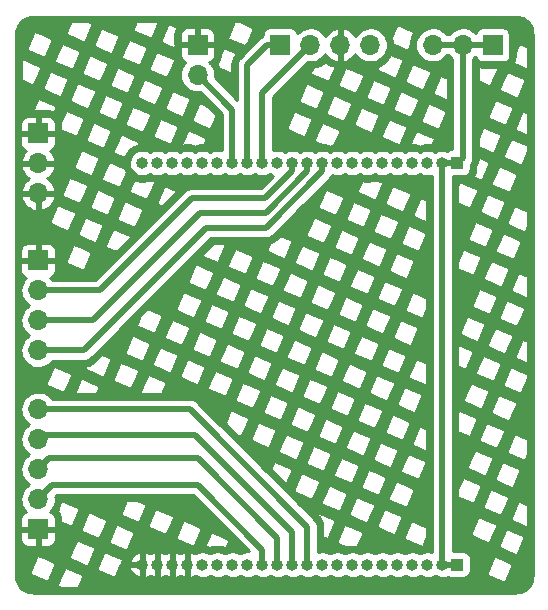
<source format=gbr>
G04 #@! TF.GenerationSoftware,KiCad,Pcbnew,5.99.0-unknown-a5c7d45~86~ubuntu18.04.1*
G04 #@! TF.CreationDate,2020-01-06T17:05:20-05:00*
G04 #@! TF.ProjectId,firmware_upgrade_extension_board,6669726d-7761-4726-955f-757067726164,rev?*
G04 #@! TF.SameCoordinates,Original*
G04 #@! TF.FileFunction,Copper,L2,Bot*
G04 #@! TF.FilePolarity,Positive*
%FSLAX46Y46*%
G04 Gerber Fmt 4.6, Leading zero omitted, Abs format (unit mm)*
G04 Created by KiCad (PCBNEW 5.99.0-unknown-a5c7d45~86~ubuntu18.04.1) date 2020-01-06 17:05:20*
%MOMM*%
%LPD*%
G04 APERTURE LIST*
%ADD10O,1.700000X1.700000*%
%ADD11R,1.700000X1.700000*%
%ADD12O,1.000000X1.000000*%
%ADD13R,1.000000X1.000000*%
%ADD14C,0.500000*%
%ADD15C,0.254000*%
G04 APERTURE END LIST*
D10*
X102500000Y-123870000D03*
X102500000Y-121330000D03*
X102500000Y-118790000D03*
D11*
X102500000Y-116250000D03*
D10*
X130620000Y-98000000D03*
X128080000Y-98000000D03*
X125540000Y-98000000D03*
D11*
X123000000Y-98000000D03*
D10*
X102500000Y-128840000D03*
X102500000Y-131380000D03*
X102500000Y-133920000D03*
X102500000Y-136460000D03*
D11*
X102500000Y-139000000D03*
D10*
X102500000Y-110580000D03*
X102500000Y-108040000D03*
D11*
X102500000Y-105500000D03*
D10*
X135920000Y-98000000D03*
X138460000Y-98000000D03*
D11*
X141000000Y-98000000D03*
D10*
X116000000Y-100540000D03*
D11*
X116000000Y-98000000D03*
D12*
X111330000Y-142000000D03*
X112600000Y-142000000D03*
X113870000Y-142000000D03*
X115140000Y-142000000D03*
X116410000Y-142000000D03*
X117680000Y-142000000D03*
X118950000Y-142000000D03*
X120220000Y-142000000D03*
X121490000Y-142000000D03*
X122760000Y-142000000D03*
X124030000Y-142000000D03*
X125300000Y-142000000D03*
X126570000Y-142000000D03*
X127840000Y-142000000D03*
X129110000Y-142000000D03*
X130380000Y-142000000D03*
X131650000Y-142000000D03*
X132920000Y-142000000D03*
X134190000Y-142000000D03*
X135460000Y-142000000D03*
X136730000Y-142000000D03*
D13*
X138000000Y-142000000D03*
D12*
X111330000Y-108000000D03*
X112600000Y-108000000D03*
X113870000Y-108000000D03*
X115140000Y-108000000D03*
X116410000Y-108000000D03*
X117680000Y-108000000D03*
X118950000Y-108000000D03*
X120220000Y-108000000D03*
X121490000Y-108000000D03*
X122760000Y-108000000D03*
X124030000Y-108000000D03*
X125300000Y-108000000D03*
X126570000Y-108000000D03*
X127840000Y-108000000D03*
X129110000Y-108000000D03*
X130380000Y-108000000D03*
X131650000Y-108000000D03*
X132920000Y-108000000D03*
X134190000Y-108000000D03*
X135460000Y-108000000D03*
X136730000Y-108000000D03*
D13*
X138000000Y-108000000D03*
D14*
X121490000Y-140740000D02*
X116000000Y-135250000D01*
X116000000Y-135250000D02*
X103710000Y-135250000D01*
X121490000Y-142000000D02*
X121490000Y-140740000D01*
X103710000Y-135250000D02*
X102500000Y-136460000D01*
X102500000Y-136460000D02*
X102750000Y-136460000D01*
X122760000Y-139760000D02*
X116000000Y-133000000D01*
X103420000Y-133000000D02*
X102500000Y-133920000D01*
X122760000Y-142000000D02*
X122760000Y-139760000D01*
X116000000Y-133000000D02*
X103420000Y-133000000D01*
X102500000Y-133920000D02*
X102750000Y-133920000D01*
X124030000Y-139280000D02*
X115750000Y-131000000D01*
X124030000Y-142000000D02*
X124030000Y-139280000D01*
X115750000Y-131000000D02*
X102880000Y-131000000D01*
X102880000Y-131000000D02*
X102500000Y-131380000D01*
X102500000Y-131380000D02*
X102750000Y-131380000D01*
X115340000Y-128840000D02*
X125300000Y-138800000D01*
X102500000Y-128840000D02*
X115340000Y-128840000D01*
X125300000Y-138800000D02*
X125300000Y-142000000D01*
X106380000Y-123870000D02*
X116750000Y-113500000D01*
X102500000Y-123870000D02*
X106380000Y-123870000D01*
X116750000Y-113500000D02*
X121777106Y-113500000D01*
X121777106Y-113500000D02*
X126570000Y-108707106D01*
X126570000Y-108707106D02*
X126570000Y-108000000D01*
X125300000Y-108707106D02*
X121757106Y-112250000D01*
X121757106Y-112250000D02*
X116250000Y-112250000D01*
X125300000Y-108000000D02*
X125300000Y-108707106D01*
X116250000Y-112250000D02*
X107170000Y-121330000D01*
X107170000Y-121330000D02*
X102500000Y-121330000D01*
X107710000Y-118790000D02*
X115500000Y-111000000D01*
X102500000Y-118790000D02*
X107710000Y-118790000D01*
X121737106Y-111000000D02*
X124030000Y-108707106D01*
X115500000Y-111000000D02*
X121737106Y-111000000D01*
X124030000Y-108707106D02*
X124030000Y-108000000D01*
X135920000Y-98000000D02*
X138460000Y-98000000D01*
X141000000Y-98000000D02*
X138460000Y-98000000D01*
X138460000Y-107540000D02*
X138000000Y-108000000D01*
X138460000Y-98000000D02*
X138460000Y-107540000D01*
X118950000Y-103490000D02*
X116000000Y-100540000D01*
X118950000Y-108000000D02*
X118950000Y-103490000D01*
X121900000Y-98000000D02*
X120220000Y-99680000D01*
X123000000Y-98000000D02*
X121900000Y-98000000D01*
X125540000Y-98000000D02*
X121490000Y-102050000D01*
X120220000Y-107292894D02*
X120220000Y-108000000D01*
X120220000Y-99680000D02*
X120220000Y-107292894D01*
X121490000Y-102050000D02*
X121490000Y-108000000D01*
X136730000Y-108000000D02*
X138000000Y-108000000D01*
X136730000Y-108000000D02*
X136730000Y-142000000D01*
X136730000Y-142000000D02*
X138000000Y-142000000D01*
G36*
X142938507Y-95636375D02*
G01*
X142954480Y-95637601D01*
X143191499Y-95654383D01*
X143379203Y-95694794D01*
X143559324Y-95761244D01*
X143728285Y-95852410D01*
X143882709Y-95966470D01*
X144019528Y-96101156D01*
X144136010Y-96253781D01*
X144229820Y-96421294D01*
X144299090Y-96600345D01*
X144342442Y-96787379D01*
X144360747Y-96998723D01*
X144360866Y-97013999D01*
X144366001Y-97047949D01*
X144366000Y-142928138D01*
X144363625Y-142938507D01*
X144362399Y-142954478D01*
X144345617Y-143191499D01*
X144305205Y-143379205D01*
X144238759Y-143559317D01*
X144147589Y-143728286D01*
X144033531Y-143882708D01*
X143898838Y-144019534D01*
X143746217Y-144136010D01*
X143578706Y-144229820D01*
X143399655Y-144299090D01*
X143212621Y-144342442D01*
X143001278Y-144360747D01*
X142986001Y-144360866D01*
X142952057Y-144366000D01*
X102071860Y-144366000D01*
X102061494Y-144363626D01*
X102045522Y-144362399D01*
X101808501Y-144345617D01*
X101620795Y-144305205D01*
X101440683Y-144238759D01*
X101271714Y-144147589D01*
X101117292Y-144033531D01*
X100980466Y-143898838D01*
X100904983Y-143799930D01*
X104053550Y-143799930D01*
X104483277Y-143985000D01*
X105909725Y-143985000D01*
X106389828Y-142870212D01*
X105464637Y-142471762D01*
X107391090Y-142471762D01*
X109024087Y-143175042D01*
X109475014Y-142127999D01*
X110200506Y-142127999D01*
X110234660Y-142314084D01*
X110316527Y-142520855D01*
X110436996Y-142707786D01*
X110591479Y-142867759D01*
X110774093Y-142994679D01*
X110977881Y-143083711D01*
X111202000Y-143132986D01*
X111202001Y-142128000D01*
X110200506Y-142127999D01*
X109475014Y-142127999D01*
X109585265Y-141872000D01*
X110197829Y-141872000D01*
X111202000Y-141872001D01*
X111457999Y-141872001D01*
X111458000Y-141872001D01*
X111457999Y-143128971D01*
X111636431Y-143097505D01*
X111843766Y-143017085D01*
X111965331Y-142939938D01*
X112044093Y-142994679D01*
X112247881Y-143083711D01*
X112472000Y-143132986D01*
X112472001Y-142127999D01*
X112472000Y-142127999D01*
X112472000Y-141872001D01*
X112727999Y-141872001D01*
X112728000Y-141872001D01*
X112727999Y-143128971D01*
X112906431Y-143097505D01*
X113113766Y-143017085D01*
X113235331Y-142939938D01*
X113314093Y-142994679D01*
X113517881Y-143083711D01*
X113742000Y-143132986D01*
X113742001Y-142127999D01*
X113742000Y-142127999D01*
X113742000Y-141872001D01*
X113997999Y-141872001D01*
X113998000Y-141872001D01*
X113997999Y-143128971D01*
X114176431Y-143097505D01*
X114383766Y-143017085D01*
X114505331Y-142939938D01*
X114584093Y-142994679D01*
X114787881Y-143083711D01*
X115012000Y-143132986D01*
X115012001Y-142127999D01*
X115012000Y-142127999D01*
X115012001Y-140869926D01*
X114818278Y-140906880D01*
X114612083Y-140990188D01*
X114504887Y-141060335D01*
X114411965Y-140997657D01*
X114206954Y-140911479D01*
X113998000Y-140868587D01*
X113997999Y-141872001D01*
X113742000Y-141872001D01*
X113742001Y-140869926D01*
X113548278Y-140906880D01*
X113342083Y-140990188D01*
X113234887Y-141060335D01*
X113141965Y-140997657D01*
X112936954Y-140911479D01*
X112728000Y-140868587D01*
X112727999Y-141872001D01*
X112472000Y-141872001D01*
X112472001Y-140869926D01*
X112278278Y-140906880D01*
X112072083Y-140990188D01*
X111964887Y-141060335D01*
X111871965Y-140997657D01*
X111666954Y-140911479D01*
X111458000Y-140868587D01*
X111457999Y-141872001D01*
X111202000Y-141872001D01*
X111202001Y-140869926D01*
X111008278Y-140906880D01*
X110802083Y-140990188D01*
X110615996Y-141111959D01*
X110457107Y-141267555D01*
X110331465Y-141451051D01*
X110243857Y-141655455D01*
X110197829Y-141872000D01*
X109585265Y-141872000D01*
X109727367Y-141542044D01*
X108094370Y-140838764D01*
X107391090Y-142471762D01*
X105464637Y-142471762D01*
X104756830Y-142166933D01*
X104053550Y-143799930D01*
X100904983Y-143799930D01*
X100863990Y-143746217D01*
X100770180Y-143578706D01*
X100700910Y-143399655D01*
X100657558Y-143212621D01*
X100639253Y-143001278D01*
X100639134Y-142986001D01*
X100634000Y-142952057D01*
X100634000Y-142795245D01*
X101720696Y-142795245D01*
X103353694Y-143498525D01*
X104056974Y-141865527D01*
X103131782Y-141467076D01*
X105058236Y-141467076D01*
X106691233Y-142170356D01*
X107394513Y-140537359D01*
X106469321Y-140138908D01*
X108395775Y-140138908D01*
X110028773Y-140842188D01*
X110470966Y-139815426D01*
X114066168Y-139815426D01*
X115699166Y-140518705D01*
X115712862Y-140486901D01*
X116542525Y-140486901D01*
X116605719Y-140493542D01*
X116823565Y-140538260D01*
X116894597Y-140560249D01*
X117043856Y-140622992D01*
X117215551Y-140553622D01*
X117286884Y-140532628D01*
X117505333Y-140490957D01*
X117579384Y-140484218D01*
X117801766Y-140485769D01*
X117875719Y-140493542D01*
X118093565Y-140538260D01*
X118164597Y-140560248D01*
X118313857Y-140622991D01*
X118442110Y-140571173D01*
X118735300Y-139890393D01*
X117102302Y-139187113D01*
X116542525Y-140486901D01*
X115712862Y-140486901D01*
X116402446Y-138885708D01*
X114769448Y-138182428D01*
X114066168Y-139815426D01*
X110470966Y-139815426D01*
X110732053Y-139209190D01*
X109806862Y-138810740D01*
X111733315Y-138810740D01*
X113366312Y-139514020D01*
X114069592Y-137881022D01*
X112436594Y-137177742D01*
X111733315Y-138810740D01*
X109806862Y-138810740D01*
X109099055Y-138505911D01*
X108395775Y-140138908D01*
X106469321Y-140138908D01*
X105761516Y-139834079D01*
X105058236Y-141467076D01*
X103131782Y-141467076D01*
X102423976Y-141162247D01*
X101720696Y-142795245D01*
X100634000Y-142795245D01*
X100634000Y-139866588D01*
X101008163Y-139866588D01*
X101088795Y-140167512D01*
X101236185Y-140343165D01*
X101429814Y-140454956D01*
X101638976Y-140491837D01*
X102372000Y-140491837D01*
X102627999Y-140491837D01*
X103366588Y-140491837D01*
X103667512Y-140411205D01*
X103843165Y-140263815D01*
X103954956Y-140070186D01*
X103991837Y-139861024D01*
X103991837Y-139134223D01*
X106062921Y-139134223D01*
X107695919Y-139837503D01*
X108399199Y-138204505D01*
X107474007Y-137806054D01*
X109400461Y-137806054D01*
X111033458Y-138509334D01*
X111736738Y-136876337D01*
X110897721Y-136514999D01*
X109956477Y-136514999D01*
X109400461Y-137806054D01*
X107474007Y-137806054D01*
X106766201Y-137501225D01*
X106062921Y-139134223D01*
X103991837Y-139134223D01*
X103991837Y-139128000D01*
X102628000Y-139127999D01*
X102627999Y-140491837D01*
X102372000Y-140491837D01*
X102372001Y-139128000D01*
X101008163Y-139127999D01*
X101008163Y-139866588D01*
X100634000Y-139866588D01*
X100634000Y-126788751D01*
X103083102Y-126788751D01*
X104716100Y-127492031D01*
X105419380Y-125859033D01*
X104494187Y-125460582D01*
X106420642Y-125460582D01*
X108053639Y-126163862D01*
X108756919Y-124530865D01*
X107884036Y-124154942D01*
X107359336Y-124679641D01*
X107301694Y-124745718D01*
X107240720Y-124798258D01*
X107230988Y-124807989D01*
X107188211Y-124844847D01*
X107177151Y-124853031D01*
X107109868Y-124911006D01*
X107028328Y-124963154D01*
X107026267Y-124964679D01*
X107024276Y-124965745D01*
X107018868Y-124969204D01*
X107011923Y-124972362D01*
X106929011Y-125016771D01*
X106857373Y-125042633D01*
X106788353Y-125074015D01*
X106694126Y-125101567D01*
X106690487Y-125102881D01*
X106687558Y-125103488D01*
X106684656Y-125104336D01*
X106680784Y-125104890D01*
X106584698Y-125124790D01*
X106564723Y-125126029D01*
X106420642Y-125460582D01*
X104494187Y-125460582D01*
X103835967Y-125177108D01*
X103803487Y-125209816D01*
X103739796Y-125263926D01*
X103083102Y-126788751D01*
X100634000Y-126788751D01*
X100634000Y-116378000D01*
X101008163Y-116378000D01*
X101008163Y-117116588D01*
X101088795Y-117417512D01*
X101236185Y-117593165D01*
X101429814Y-117704956D01*
X101477090Y-117713292D01*
X101349120Y-117844656D01*
X101206293Y-118052083D01*
X101100457Y-118280609D01*
X101034639Y-118523699D01*
X101010720Y-118774404D01*
X101029384Y-119025554D01*
X101090097Y-119269970D01*
X101191123Y-119500662D01*
X101329575Y-119711033D01*
X101501493Y-119895071D01*
X101701960Y-120047510D01*
X101724239Y-120059133D01*
X101524854Y-120204261D01*
X101349120Y-120384656D01*
X101206293Y-120592083D01*
X101100457Y-120820609D01*
X101034639Y-121063699D01*
X101010720Y-121314404D01*
X101029384Y-121565554D01*
X101090097Y-121809970D01*
X101191123Y-122040662D01*
X101329575Y-122251033D01*
X101501493Y-122435071D01*
X101701960Y-122587510D01*
X101724239Y-122599133D01*
X101524854Y-122744261D01*
X101349120Y-122924656D01*
X101206293Y-123132083D01*
X101100457Y-123360609D01*
X101034639Y-123603699D01*
X101010720Y-123854404D01*
X101029384Y-124105554D01*
X101090097Y-124349970D01*
X101191123Y-124580662D01*
X101329575Y-124791033D01*
X101501493Y-124975071D01*
X101701960Y-125127510D01*
X101925246Y-125243992D01*
X102164966Y-125321190D01*
X102414266Y-125356892D01*
X102666017Y-125350080D01*
X102913022Y-125300948D01*
X103148216Y-125210901D01*
X103364877Y-125082512D01*
X103556807Y-124919455D01*
X103695395Y-124754000D01*
X106280970Y-124754000D01*
X106308377Y-124760202D01*
X106408338Y-124754000D01*
X106443400Y-124754000D01*
X106470192Y-124750163D01*
X106561105Y-124744523D01*
X106594985Y-124732291D01*
X106630657Y-124727183D01*
X106713603Y-124689470D01*
X106799643Y-124658409D01*
X106827895Y-124637504D01*
X106861166Y-124622376D01*
X106939157Y-124555174D01*
X106961584Y-124538579D01*
X106981308Y-124518855D01*
X107052992Y-124457088D01*
X107071261Y-124428902D01*
X107367749Y-124132414D01*
X109758181Y-124132414D01*
X111391179Y-124835694D01*
X112094459Y-123202696D01*
X111169268Y-122804246D01*
X113095720Y-122804246D01*
X114728718Y-123507526D01*
X115431998Y-121874528D01*
X114506808Y-121476078D01*
X116433260Y-121476078D01*
X118066257Y-122179358D01*
X118769537Y-120546360D01*
X117844345Y-120147909D01*
X119770799Y-120147909D01*
X121403797Y-120851189D01*
X122107077Y-119218192D01*
X121181885Y-118819741D01*
X123108339Y-118819741D01*
X124741336Y-119523021D01*
X125444616Y-117890023D01*
X124519425Y-117491573D01*
X126445878Y-117491573D01*
X128078876Y-118194853D01*
X128782156Y-116561855D01*
X127856966Y-116163405D01*
X129783417Y-116163405D01*
X131416415Y-116866685D01*
X132119695Y-115233687D01*
X131194505Y-114835237D01*
X133120957Y-114835237D01*
X134753954Y-115538516D01*
X135457234Y-113905519D01*
X133824237Y-113202239D01*
X133120957Y-114835237D01*
X131194505Y-114835237D01*
X130486697Y-114530407D01*
X129783417Y-116163405D01*
X127856966Y-116163405D01*
X127149158Y-115858575D01*
X126445878Y-117491573D01*
X124519425Y-117491573D01*
X123811618Y-117186744D01*
X123108339Y-118819741D01*
X121181885Y-118819741D01*
X120474079Y-118514912D01*
X119770799Y-120147909D01*
X117844345Y-120147909D01*
X117136540Y-119843080D01*
X116433260Y-121476078D01*
X114506808Y-121476078D01*
X113799000Y-121171248D01*
X113095720Y-122804246D01*
X111169268Y-122804246D01*
X110461461Y-122499417D01*
X109758181Y-124132414D01*
X107367749Y-124132414D01*
X109700603Y-121799560D01*
X110762867Y-121799560D01*
X112395864Y-122502840D01*
X113099144Y-120869843D01*
X112173953Y-120471392D01*
X114100406Y-120471392D01*
X115733404Y-121174672D01*
X116436684Y-119541674D01*
X115511494Y-119143224D01*
X117437945Y-119143224D01*
X119070943Y-119846504D01*
X119774223Y-118213506D01*
X118849033Y-117815056D01*
X120775485Y-117815056D01*
X122408482Y-118518336D01*
X123111762Y-116885338D01*
X122186570Y-116486887D01*
X124113024Y-116486887D01*
X125746022Y-117190167D01*
X126449302Y-115557170D01*
X125524110Y-115158719D01*
X127450564Y-115158719D01*
X129083561Y-115861999D01*
X129786841Y-114229001D01*
X128861650Y-113830551D01*
X130788103Y-113830551D01*
X132421101Y-114533831D01*
X133124380Y-112900833D01*
X132199190Y-112502383D01*
X134125642Y-112502383D01*
X135464999Y-113079201D01*
X135464999Y-111143323D01*
X134828922Y-110869385D01*
X134125642Y-112502383D01*
X132199190Y-112502383D01*
X131491383Y-112197553D01*
X130788103Y-113830551D01*
X128861650Y-113830551D01*
X128153843Y-113525722D01*
X127450564Y-115158719D01*
X125524110Y-115158719D01*
X124816304Y-114853890D01*
X124113024Y-116486887D01*
X122186570Y-116486887D01*
X121478765Y-116182058D01*
X120775485Y-117815056D01*
X118849033Y-117815056D01*
X118141225Y-117510226D01*
X117437945Y-119143224D01*
X115511494Y-119143224D01*
X114803686Y-118838394D01*
X114100406Y-120471392D01*
X112173953Y-120471392D01*
X111750118Y-120288860D01*
X111158827Y-120880151D01*
X110762867Y-121799560D01*
X109700603Y-121799560D01*
X113361625Y-118138538D01*
X115105092Y-118138538D01*
X116738089Y-118841818D01*
X117441369Y-117208821D01*
X116516177Y-116810370D01*
X118442631Y-116810370D01*
X120075629Y-117513650D01*
X120778909Y-115880652D01*
X119853719Y-115482202D01*
X121780170Y-115482202D01*
X123413168Y-116185482D01*
X124116448Y-114552484D01*
X123191259Y-114154034D01*
X125117710Y-114154034D01*
X126750707Y-114857314D01*
X127453987Y-113224316D01*
X126528795Y-112825865D01*
X128455249Y-112825865D01*
X130088247Y-113529145D01*
X130791527Y-111896148D01*
X129866335Y-111497697D01*
X131792788Y-111497697D01*
X133425786Y-112200977D01*
X134129066Y-110567979D01*
X132496068Y-109864700D01*
X131792788Y-111497697D01*
X129866335Y-111497697D01*
X129158529Y-111192868D01*
X128455249Y-112825865D01*
X126528795Y-112825865D01*
X125820990Y-112521036D01*
X125117710Y-114154034D01*
X123191259Y-114154034D01*
X122996099Y-114069985D01*
X122756445Y-114309638D01*
X122698800Y-114375718D01*
X122637822Y-114428259D01*
X122628103Y-114437980D01*
X122585318Y-114474847D01*
X122574250Y-114483036D01*
X122506971Y-114541008D01*
X122425427Y-114593160D01*
X122423373Y-114594679D01*
X122421389Y-114595742D01*
X122415981Y-114599201D01*
X122409032Y-114602361D01*
X122326118Y-114646772D01*
X122254477Y-114672634D01*
X122185456Y-114704016D01*
X122105204Y-114727482D01*
X121780170Y-115482202D01*
X119853719Y-115482202D01*
X119145911Y-115177372D01*
X118442631Y-116810370D01*
X116516177Y-116810370D01*
X115808371Y-116505541D01*
X115105092Y-118138538D01*
X113361625Y-118138538D01*
X115657297Y-115842866D01*
X116196112Y-115842866D01*
X117742775Y-116508964D01*
X118446055Y-114875967D01*
X118188390Y-114764999D01*
X117273980Y-114764999D01*
X116196112Y-115842866D01*
X115657297Y-115842866D01*
X117116164Y-114384000D01*
X121678076Y-114384000D01*
X121705483Y-114390202D01*
X121805444Y-114384000D01*
X121840506Y-114384000D01*
X121867298Y-114380163D01*
X121958211Y-114374523D01*
X121992091Y-114362291D01*
X122027763Y-114357183D01*
X122110709Y-114319470D01*
X122196749Y-114288409D01*
X122225001Y-114267504D01*
X122258272Y-114252376D01*
X122336263Y-114185174D01*
X122358690Y-114168579D01*
X122378414Y-114148855D01*
X122450098Y-114087088D01*
X122468367Y-114058902D01*
X124706089Y-111821180D01*
X126122395Y-111821180D01*
X127755393Y-112524460D01*
X128458673Y-110891462D01*
X127533483Y-110493012D01*
X129459935Y-110493012D01*
X131092932Y-111196292D01*
X131796212Y-109563294D01*
X131686733Y-109516144D01*
X131507099Y-109512381D01*
X131433265Y-109503576D01*
X131216065Y-109455822D01*
X131145347Y-109432845D01*
X131018417Y-109377391D01*
X130824207Y-109452720D01*
X130752590Y-109472716D01*
X130533581Y-109511334D01*
X130459439Y-109517039D01*
X130237099Y-109512382D01*
X130163264Y-109503576D01*
X129946066Y-109455822D01*
X129911461Y-109444578D01*
X129459935Y-110493012D01*
X127533483Y-110493012D01*
X126862181Y-110203904D01*
X126786169Y-110279916D01*
X126122395Y-111821180D01*
X124706089Y-111821180D01*
X127125055Y-109402215D01*
X127148821Y-109387220D01*
X127215129Y-109312141D01*
X127239913Y-109287358D01*
X127256144Y-109265701D01*
X127316442Y-109197427D01*
X127331753Y-109164814D01*
X127353361Y-109135983D01*
X127385338Y-109050682D01*
X127389924Y-109040915D01*
X127487881Y-109083711D01*
X127705080Y-109131466D01*
X127927420Y-109136123D01*
X128146429Y-109097505D01*
X128353766Y-109017085D01*
X128475331Y-108939938D01*
X128554093Y-108994679D01*
X128757881Y-109083711D01*
X128975080Y-109131466D01*
X129197420Y-109136123D01*
X129416429Y-109097505D01*
X129623766Y-109017085D01*
X129745331Y-108939938D01*
X129824093Y-108994679D01*
X130027881Y-109083711D01*
X130245080Y-109131466D01*
X130467420Y-109136123D01*
X130686429Y-109097505D01*
X130893766Y-109017085D01*
X131015331Y-108939938D01*
X131094093Y-108994679D01*
X131297881Y-109083711D01*
X131515080Y-109131466D01*
X131737420Y-109136123D01*
X131956429Y-109097505D01*
X132163766Y-109017085D01*
X132285331Y-108939938D01*
X132364093Y-108994679D01*
X132567881Y-109083711D01*
X132785080Y-109131466D01*
X133007420Y-109136123D01*
X133226429Y-109097505D01*
X133433766Y-109017085D01*
X133555331Y-108939938D01*
X133634093Y-108994679D01*
X133837881Y-109083711D01*
X134055080Y-109131466D01*
X134277420Y-109136123D01*
X134496429Y-109097505D01*
X134703766Y-109017085D01*
X134825331Y-108939938D01*
X134904093Y-108994679D01*
X135107881Y-109083711D01*
X135325080Y-109131466D01*
X135547420Y-109136123D01*
X135766429Y-109097505D01*
X135846000Y-109066642D01*
X135846001Y-140932096D01*
X135796954Y-140911479D01*
X135579108Y-140866761D01*
X135356726Y-140865209D01*
X135138277Y-140906880D01*
X134932083Y-140990188D01*
X134824887Y-141060335D01*
X134731965Y-140997657D01*
X134526954Y-140911479D01*
X134309108Y-140866761D01*
X134086726Y-140865209D01*
X133868277Y-140906880D01*
X133662083Y-140990188D01*
X133554887Y-141060335D01*
X133461965Y-140997657D01*
X133256954Y-140911479D01*
X133039108Y-140866761D01*
X132816726Y-140865209D01*
X132598277Y-140906880D01*
X132392083Y-140990188D01*
X132284887Y-141060335D01*
X132191965Y-140997657D01*
X131986954Y-140911479D01*
X131769108Y-140866761D01*
X131546726Y-140865209D01*
X131328277Y-140906880D01*
X131122083Y-140990188D01*
X131014887Y-141060335D01*
X130921965Y-140997657D01*
X130716954Y-140911479D01*
X130499108Y-140866761D01*
X130276726Y-140865209D01*
X130058277Y-140906880D01*
X129852083Y-140990188D01*
X129744887Y-141060335D01*
X129651965Y-140997657D01*
X129446954Y-140911479D01*
X129229108Y-140866761D01*
X129006726Y-140865209D01*
X128788277Y-140906880D01*
X128582083Y-140990188D01*
X128474887Y-141060335D01*
X128381965Y-140997657D01*
X128176954Y-140911479D01*
X127959108Y-140866761D01*
X127736726Y-140865209D01*
X127518277Y-140906880D01*
X127312083Y-140990188D01*
X127204887Y-141060335D01*
X127111965Y-140997657D01*
X126906954Y-140911479D01*
X126689108Y-140866761D01*
X126466726Y-140865209D01*
X126248277Y-140906880D01*
X126184000Y-140932850D01*
X126184000Y-140173146D01*
X127739809Y-140173146D01*
X128634052Y-140558268D01*
X128645550Y-140553622D01*
X128716884Y-140532628D01*
X128935333Y-140490957D01*
X129009384Y-140484218D01*
X129231766Y-140485770D01*
X129305719Y-140493542D01*
X129518859Y-140537294D01*
X129814999Y-139849663D01*
X133410202Y-139849663D01*
X135024793Y-140545016D01*
X135049781Y-140537662D01*
X135465000Y-139573533D01*
X135465000Y-138798721D01*
X134113482Y-138216665D01*
X133410202Y-139849663D01*
X129814999Y-139849663D01*
X130076086Y-139243428D01*
X129150896Y-138844978D01*
X131077348Y-138844978D01*
X132710346Y-139548257D01*
X133413626Y-137915260D01*
X131780628Y-137211980D01*
X131077348Y-138844978D01*
X129150896Y-138844978D01*
X128443088Y-138540148D01*
X127739809Y-140173146D01*
X126184000Y-140173146D01*
X126184000Y-138899030D01*
X126190202Y-138871623D01*
X126184000Y-138771661D01*
X126184000Y-138736600D01*
X126180163Y-138709808D01*
X126174523Y-138618894D01*
X126162291Y-138585013D01*
X126157182Y-138549343D01*
X126119471Y-138466398D01*
X126088408Y-138380354D01*
X126067502Y-138352101D01*
X126052377Y-138318836D01*
X125985179Y-138240849D01*
X125968579Y-138218414D01*
X125948843Y-138198679D01*
X125887088Y-138127009D01*
X125858905Y-138108741D01*
X125485388Y-137735224D01*
X126024204Y-137735224D01*
X126109642Y-137820662D01*
X126175718Y-137878305D01*
X126228248Y-137939269D01*
X126237980Y-137949000D01*
X126274853Y-137991793D01*
X126283042Y-138002860D01*
X126341008Y-138070132D01*
X126393134Y-138151640D01*
X126394676Y-138153723D01*
X126395755Y-138155737D01*
X126399211Y-138161142D01*
X126402364Y-138168076D01*
X126446770Y-138250980D01*
X126472637Y-138322632D01*
X126504017Y-138391652D01*
X126531575Y-138485891D01*
X126532884Y-138489517D01*
X126533488Y-138492433D01*
X126534331Y-138495317D01*
X126534884Y-138499171D01*
X126554792Y-138595305D01*
X126559484Y-138670942D01*
X126561150Y-138682578D01*
X126565000Y-138736603D01*
X126565000Y-138759866D01*
X126570470Y-138848027D01*
X126564999Y-138916016D01*
X126564999Y-139667193D01*
X127039952Y-139871740D01*
X127743232Y-138238742D01*
X126818041Y-137840292D01*
X128744494Y-137840292D01*
X130377492Y-138543572D01*
X131080772Y-136910574D01*
X130155582Y-136512124D01*
X132082034Y-136512124D01*
X133715031Y-137215404D01*
X134418311Y-135582406D01*
X132785313Y-134879126D01*
X132082034Y-136512124D01*
X130155582Y-136512124D01*
X129447774Y-136207294D01*
X128744494Y-137840292D01*
X126818041Y-137840292D01*
X126110235Y-137535463D01*
X126024204Y-137735224D01*
X125485388Y-137735224D01*
X124585770Y-136835606D01*
X126411640Y-136835606D01*
X128044638Y-137538886D01*
X128747918Y-135905889D01*
X127822726Y-135507438D01*
X129749180Y-135507438D01*
X131382177Y-136210718D01*
X132085457Y-134577720D01*
X131160266Y-134179270D01*
X133086719Y-134179270D01*
X134719717Y-134882550D01*
X135422997Y-133249552D01*
X133789999Y-132546272D01*
X133086719Y-134179270D01*
X131160266Y-134179270D01*
X130452460Y-133874441D01*
X129749180Y-135507438D01*
X127822726Y-135507438D01*
X127114920Y-135202609D01*
X126411640Y-136835606D01*
X124585770Y-136835606D01*
X123552348Y-135802184D01*
X124091163Y-135802184D01*
X124151000Y-135862021D01*
X125711784Y-136534201D01*
X126415064Y-134901203D01*
X125489874Y-134502753D01*
X127416326Y-134502753D01*
X129049324Y-135206033D01*
X129752603Y-133573035D01*
X128827411Y-133174584D01*
X130753865Y-133174584D01*
X132386863Y-133877864D01*
X133090143Y-132244867D01*
X132164951Y-131846416D01*
X134091405Y-131846416D01*
X135465000Y-132437980D01*
X135465000Y-130502102D01*
X134794685Y-130213418D01*
X134091405Y-131846416D01*
X132164951Y-131846416D01*
X131457145Y-131541587D01*
X130753865Y-133174584D01*
X128827411Y-133174584D01*
X128119606Y-132869755D01*
X127416326Y-134502753D01*
X125489874Y-134502753D01*
X124782066Y-134197923D01*
X124091163Y-135802184D01*
X123552348Y-135802184D01*
X121619306Y-133869142D01*
X122158122Y-133869142D01*
X123511251Y-135222271D01*
X124082210Y-133896517D01*
X123157019Y-133498067D01*
X125083472Y-133498067D01*
X126716470Y-134201347D01*
X127419750Y-132568349D01*
X126494560Y-132169899D01*
X128421011Y-132169899D01*
X130054009Y-132873179D01*
X130757289Y-131240181D01*
X129832099Y-130841731D01*
X131758551Y-130841731D01*
X133391549Y-131545010D01*
X134094828Y-129912013D01*
X132461831Y-129208733D01*
X131758551Y-130841731D01*
X129832099Y-130841731D01*
X129124291Y-130536901D01*
X128421011Y-132169899D01*
X126494560Y-132169899D01*
X125786752Y-131865069D01*
X125083472Y-133498067D01*
X123157019Y-133498067D01*
X122449213Y-133193238D01*
X122158122Y-133869142D01*
X121619306Y-133869142D01*
X120243545Y-132493381D01*
X122750618Y-132493381D01*
X124383616Y-133196661D01*
X125086896Y-131563664D01*
X124161704Y-131165213D01*
X126088158Y-131165213D01*
X127721155Y-131868493D01*
X128424435Y-130235495D01*
X127499244Y-129837045D01*
X129425697Y-129837045D01*
X131058695Y-130540325D01*
X131761975Y-128907327D01*
X130836785Y-128508877D01*
X132763236Y-128508877D01*
X134396234Y-129212157D01*
X135099514Y-127579159D01*
X133466516Y-126875879D01*
X132763236Y-128508877D01*
X130836785Y-128508877D01*
X130128977Y-128204047D01*
X129425697Y-129837045D01*
X127499244Y-129837045D01*
X126791438Y-129532216D01*
X126088158Y-131165213D01*
X124161704Y-131165213D01*
X123453898Y-130860384D01*
X122750618Y-132493381D01*
X120243545Y-132493381D01*
X119238860Y-131488696D01*
X120417764Y-131488696D01*
X122050762Y-132191976D01*
X122754042Y-130558978D01*
X121828852Y-130160528D01*
X123755304Y-130160528D01*
X125388302Y-130863808D01*
X126091581Y-129230810D01*
X125166389Y-128832359D01*
X127092843Y-128832359D01*
X128725841Y-129535639D01*
X129429121Y-127902642D01*
X128503929Y-127504191D01*
X130430383Y-127504191D01*
X132063380Y-128207471D01*
X132766660Y-126574473D01*
X131841469Y-126176023D01*
X133767922Y-126176023D01*
X135400920Y-126879303D01*
X135465000Y-126730511D01*
X135465000Y-124971022D01*
X134471202Y-124543025D01*
X133767922Y-126176023D01*
X131841469Y-126176023D01*
X131133663Y-125871194D01*
X130430383Y-127504191D01*
X128503929Y-127504191D01*
X127796123Y-127199362D01*
X127092843Y-128832359D01*
X125166389Y-128832359D01*
X124458584Y-128527530D01*
X123755304Y-130160528D01*
X121828852Y-130160528D01*
X121121044Y-129855698D01*
X120417764Y-131488696D01*
X119238860Y-131488696D01*
X117753225Y-130003061D01*
X118292040Y-130003061D01*
X119293482Y-131004503D01*
X119717908Y-131187290D01*
X120421188Y-129554293D01*
X119495996Y-129155842D01*
X121422450Y-129155842D01*
X123055448Y-129859122D01*
X123758728Y-128226124D01*
X122833538Y-127827674D01*
X124759989Y-127827674D01*
X126392987Y-128530954D01*
X127096267Y-126897956D01*
X126171077Y-126499506D01*
X128097529Y-126499506D01*
X129730527Y-127202786D01*
X130433806Y-125569788D01*
X129508614Y-125171337D01*
X131435068Y-125171337D01*
X133068066Y-125874617D01*
X133771346Y-124241620D01*
X132138348Y-123538340D01*
X131435068Y-125171337D01*
X129508614Y-125171337D01*
X128800809Y-124866508D01*
X128097529Y-126499506D01*
X126171077Y-126499506D01*
X125463269Y-126194676D01*
X124759989Y-127827674D01*
X122833538Y-127827674D01*
X122125730Y-127522844D01*
X121422450Y-129155842D01*
X119495996Y-129155842D01*
X118788191Y-128851013D01*
X118292040Y-130003061D01*
X117753225Y-130003061D01*
X116035113Y-128284950D01*
X116020114Y-128261178D01*
X115945021Y-128194858D01*
X115920251Y-128170087D01*
X115898608Y-128153868D01*
X115895538Y-128151156D01*
X119089596Y-128151156D01*
X120722594Y-128854436D01*
X121425874Y-127221439D01*
X120500682Y-126822988D01*
X122427136Y-126822988D01*
X124060133Y-127526268D01*
X124763413Y-125893270D01*
X123838222Y-125494820D01*
X125764675Y-125494820D01*
X127397673Y-126198100D01*
X128100953Y-124565102D01*
X127175763Y-124166652D01*
X129102214Y-124166652D01*
X130735212Y-124869932D01*
X131438492Y-123236934D01*
X130513302Y-122838484D01*
X132439754Y-122838484D01*
X134072751Y-123541763D01*
X134776031Y-121908766D01*
X133143034Y-121205486D01*
X132439754Y-122838484D01*
X130513302Y-122838484D01*
X129805494Y-122533654D01*
X129102214Y-124166652D01*
X127175763Y-124166652D01*
X126467955Y-123861822D01*
X125764675Y-125494820D01*
X123838222Y-125494820D01*
X123130416Y-125189991D01*
X122427136Y-126822988D01*
X120500682Y-126822988D01*
X119792876Y-126518159D01*
X119089596Y-128151156D01*
X115895538Y-128151156D01*
X115830320Y-128093557D01*
X115797708Y-128078246D01*
X115768879Y-128056639D01*
X115683572Y-128024660D01*
X115600755Y-127985777D01*
X115565993Y-127980582D01*
X115531775Y-127967755D01*
X115429127Y-127960127D01*
X115401513Y-127956000D01*
X115373605Y-127956000D01*
X115279258Y-127948989D01*
X115246414Y-127956000D01*
X103693398Y-127956000D01*
X103578554Y-127812907D01*
X103390080Y-127645866D01*
X103276004Y-127574998D01*
X105510030Y-127574998D01*
X107445908Y-127574998D01*
X107491147Y-127469954D01*
X111086349Y-127469954D01*
X111330261Y-127574999D01*
X112976987Y-127574999D01*
X113161540Y-127146471D01*
X116756742Y-127146471D01*
X118389740Y-127849751D01*
X119093020Y-126216753D01*
X118167830Y-125818303D01*
X120094282Y-125818303D01*
X121727280Y-126521583D01*
X122430559Y-124888585D01*
X121505367Y-124490134D01*
X123431821Y-124490134D01*
X125064819Y-125193414D01*
X125768099Y-123560417D01*
X124842907Y-123161966D01*
X126769361Y-123161966D01*
X128402358Y-123865246D01*
X129105638Y-122232248D01*
X128180447Y-121833798D01*
X130106900Y-121833798D01*
X131739898Y-122537078D01*
X132443178Y-120904080D01*
X131517988Y-120505630D01*
X133444439Y-120505630D01*
X135077437Y-121208910D01*
X135464999Y-120309000D01*
X135464999Y-119439942D01*
X134147719Y-118872632D01*
X133444439Y-120505630D01*
X131517988Y-120505630D01*
X130810180Y-120200800D01*
X130106900Y-121833798D01*
X128180447Y-121833798D01*
X127472641Y-121528969D01*
X126769361Y-123161966D01*
X124842907Y-123161966D01*
X124135101Y-122857137D01*
X123431821Y-124490134D01*
X121505367Y-124490134D01*
X120797562Y-124185305D01*
X120094282Y-125818303D01*
X118167830Y-125818303D01*
X117460022Y-125513473D01*
X116756742Y-127146471D01*
X113161540Y-127146471D01*
X113422627Y-126540236D01*
X112497435Y-126141785D01*
X114423889Y-126141785D01*
X116056886Y-126845065D01*
X116760166Y-125212068D01*
X115834974Y-124813617D01*
X117761428Y-124813617D01*
X119394426Y-125516897D01*
X120097706Y-123883899D01*
X119172516Y-123485449D01*
X121098967Y-123485449D01*
X122731965Y-124188729D01*
X123435245Y-122555731D01*
X122510055Y-122157281D01*
X124436507Y-122157281D01*
X126069504Y-122860561D01*
X126772784Y-121227563D01*
X125847592Y-120829112D01*
X127774046Y-120829112D01*
X129407044Y-121532392D01*
X130110324Y-119899395D01*
X129185132Y-119500944D01*
X131111586Y-119500944D01*
X132744583Y-120204224D01*
X133447863Y-118571226D01*
X131814865Y-117867947D01*
X131111586Y-119500944D01*
X129185132Y-119500944D01*
X128477326Y-119196115D01*
X127774046Y-120829112D01*
X125847592Y-120829112D01*
X125139787Y-120524283D01*
X124436507Y-122157281D01*
X122510055Y-122157281D01*
X121802247Y-121852451D01*
X121098967Y-123485449D01*
X119172516Y-123485449D01*
X118464708Y-123180619D01*
X117761428Y-124813617D01*
X115834974Y-124813617D01*
X115127169Y-124508788D01*
X114423889Y-126141785D01*
X112497435Y-126141785D01*
X111789629Y-125836956D01*
X111086349Y-127469954D01*
X107491147Y-127469954D01*
X107752234Y-126863718D01*
X106827043Y-126465268D01*
X108753495Y-126465268D01*
X110386493Y-127168548D01*
X111089773Y-125535550D01*
X110164583Y-125137100D01*
X112091035Y-125137100D01*
X113724033Y-125840380D01*
X114427312Y-124207382D01*
X113502122Y-123808932D01*
X115428574Y-123808932D01*
X117061572Y-124512211D01*
X117764852Y-122879214D01*
X116839660Y-122480763D01*
X118766114Y-122480763D01*
X120399111Y-123184043D01*
X121102391Y-121551046D01*
X120177199Y-121152595D01*
X122103653Y-121152595D01*
X123736651Y-121855875D01*
X124439931Y-120222877D01*
X123514741Y-119824427D01*
X125441192Y-119824427D01*
X127074190Y-120527707D01*
X127777470Y-118894709D01*
X126852280Y-118496259D01*
X128778732Y-118496259D01*
X130411729Y-119199539D01*
X131115009Y-117566541D01*
X130189817Y-117168090D01*
X132116271Y-117168090D01*
X133749269Y-117871370D01*
X134452549Y-116238373D01*
X132819551Y-115535093D01*
X132116271Y-117168090D01*
X130189817Y-117168090D01*
X129482012Y-116863261D01*
X128778732Y-118496259D01*
X126852280Y-118496259D01*
X126144472Y-118191429D01*
X125441192Y-119824427D01*
X123514741Y-119824427D01*
X122806933Y-119519597D01*
X122103653Y-121152595D01*
X120177199Y-121152595D01*
X119469394Y-120847766D01*
X118766114Y-122480763D01*
X116839660Y-122480763D01*
X116131854Y-122175934D01*
X115428574Y-123808932D01*
X113502122Y-123808932D01*
X112794315Y-123504102D01*
X112091035Y-125137100D01*
X110164583Y-125137100D01*
X109456775Y-124832270D01*
X108753495Y-126465268D01*
X106827043Y-126465268D01*
X106119236Y-126160439D01*
X105510030Y-127574998D01*
X103276004Y-127574998D01*
X103176156Y-127512969D01*
X102942899Y-127418016D01*
X102696977Y-127363721D01*
X102445424Y-127351638D01*
X102195431Y-127382113D01*
X101954147Y-127454272D01*
X101728470Y-127566053D01*
X101524854Y-127714261D01*
X101349120Y-127894656D01*
X101206293Y-128102083D01*
X101100457Y-128330609D01*
X101034639Y-128573699D01*
X101010720Y-128824404D01*
X101029384Y-129075554D01*
X101090097Y-129319970D01*
X101191123Y-129550662D01*
X101329575Y-129761033D01*
X101501493Y-129945071D01*
X101701960Y-130097510D01*
X101724239Y-130109133D01*
X101524854Y-130254261D01*
X101349120Y-130434656D01*
X101206293Y-130642083D01*
X101100457Y-130870609D01*
X101034639Y-131113699D01*
X101010720Y-131364404D01*
X101029384Y-131615554D01*
X101090097Y-131859970D01*
X101191123Y-132090662D01*
X101329575Y-132301033D01*
X101501493Y-132485071D01*
X101701960Y-132637510D01*
X101724239Y-132649133D01*
X101524854Y-132794261D01*
X101349120Y-132974656D01*
X101206293Y-133182083D01*
X101100457Y-133410609D01*
X101034639Y-133653699D01*
X101010720Y-133904404D01*
X101029384Y-134155554D01*
X101090097Y-134399970D01*
X101191123Y-134630662D01*
X101329575Y-134841033D01*
X101501493Y-135025071D01*
X101701960Y-135177510D01*
X101724239Y-135189133D01*
X101524854Y-135334261D01*
X101349120Y-135514656D01*
X101206293Y-135722083D01*
X101100457Y-135950609D01*
X101034639Y-136193699D01*
X101010720Y-136444404D01*
X101029384Y-136695554D01*
X101090097Y-136939970D01*
X101191123Y-137170662D01*
X101329575Y-137381033D01*
X101485384Y-137547827D01*
X101332489Y-137588795D01*
X101156835Y-137736185D01*
X101045044Y-137929814D01*
X101008163Y-138138976D01*
X101008163Y-138872000D01*
X102372001Y-138872001D01*
X102372001Y-138872000D01*
X103991837Y-138872001D01*
X103991837Y-138133412D01*
X103911205Y-137832489D01*
X103763815Y-137656835D01*
X103570186Y-137545044D01*
X103524416Y-137536973D01*
X103556807Y-137509455D01*
X103610118Y-137445808D01*
X104084102Y-137445808D01*
X104203068Y-137587586D01*
X104279223Y-137733877D01*
X104359855Y-138034800D01*
X104372836Y-138133411D01*
X104372836Y-138406357D01*
X105363065Y-138832817D01*
X106066345Y-137199819D01*
X104476210Y-136514999D01*
X104425397Y-136514999D01*
X104356750Y-136674397D01*
X104355506Y-136686801D01*
X104307984Y-136934740D01*
X104290551Y-136996761D01*
X104202147Y-137232579D01*
X104174514Y-137290776D01*
X104084102Y-137445808D01*
X103610118Y-137445808D01*
X103718521Y-137316391D01*
X103845393Y-137098840D01*
X103933796Y-136863022D01*
X103981318Y-136615082D01*
X103984240Y-136335974D01*
X103968247Y-136241917D01*
X104076164Y-136134000D01*
X115633837Y-136134000D01*
X120373697Y-140873861D01*
X120339108Y-140866761D01*
X120116726Y-140865209D01*
X119898277Y-140906880D01*
X119692083Y-140990188D01*
X119584887Y-141060335D01*
X119491965Y-140997657D01*
X119286954Y-140911479D01*
X119069108Y-140866761D01*
X118846726Y-140865209D01*
X118628277Y-140906880D01*
X118422083Y-140990188D01*
X118314887Y-141060335D01*
X118221965Y-140997657D01*
X118016954Y-140911479D01*
X117799108Y-140866761D01*
X117576726Y-140865209D01*
X117358277Y-140906880D01*
X117152083Y-140990188D01*
X117044887Y-141060335D01*
X116951965Y-140997657D01*
X116746954Y-140911479D01*
X116529108Y-140866761D01*
X116306726Y-140865209D01*
X116088277Y-140906880D01*
X115882083Y-140990188D01*
X115774887Y-141060335D01*
X115681965Y-140997657D01*
X115476954Y-140911479D01*
X115268000Y-140868587D01*
X115267999Y-141872001D01*
X115268000Y-141872001D01*
X115267999Y-143128971D01*
X115446431Y-143097505D01*
X115653766Y-143017085D01*
X115775331Y-142939938D01*
X115854093Y-142994679D01*
X116057881Y-143083711D01*
X116275080Y-143131466D01*
X116497420Y-143136123D01*
X116716429Y-143097505D01*
X116923766Y-143017085D01*
X117045331Y-142939938D01*
X117124093Y-142994679D01*
X117327881Y-143083711D01*
X117545080Y-143131466D01*
X117767420Y-143136123D01*
X117986429Y-143097505D01*
X118193766Y-143017085D01*
X118315331Y-142939938D01*
X118394093Y-142994679D01*
X118597881Y-143083711D01*
X118815080Y-143131466D01*
X119037420Y-143136123D01*
X119256429Y-143097505D01*
X119463766Y-143017085D01*
X119585331Y-142939938D01*
X119664093Y-142994679D01*
X119867881Y-143083711D01*
X120085080Y-143131466D01*
X120307420Y-143136123D01*
X120526429Y-143097505D01*
X120733766Y-143017085D01*
X120855331Y-142939938D01*
X120934093Y-142994679D01*
X121137881Y-143083711D01*
X121355080Y-143131466D01*
X121577420Y-143136123D01*
X121796429Y-143097505D01*
X122003766Y-143017085D01*
X122125331Y-142939938D01*
X122204093Y-142994679D01*
X122407881Y-143083711D01*
X122625080Y-143131466D01*
X122847420Y-143136123D01*
X123066429Y-143097505D01*
X123273766Y-143017085D01*
X123395331Y-142939938D01*
X123474093Y-142994679D01*
X123677881Y-143083711D01*
X123895080Y-143131466D01*
X124117420Y-143136123D01*
X124336429Y-143097505D01*
X124543766Y-143017085D01*
X124665331Y-142939938D01*
X124744093Y-142994679D01*
X124947881Y-143083711D01*
X125165080Y-143131466D01*
X125387420Y-143136123D01*
X125606429Y-143097505D01*
X125813766Y-143017085D01*
X125935331Y-142939938D01*
X126014093Y-142994679D01*
X126217881Y-143083711D01*
X126435080Y-143131466D01*
X126657420Y-143136123D01*
X126876429Y-143097505D01*
X127083766Y-143017085D01*
X127205331Y-142939938D01*
X127284093Y-142994679D01*
X127487881Y-143083711D01*
X127705080Y-143131466D01*
X127927420Y-143136123D01*
X128146429Y-143097505D01*
X128353766Y-143017085D01*
X128475331Y-142939938D01*
X128554093Y-142994679D01*
X128757881Y-143083711D01*
X128975080Y-143131466D01*
X129197420Y-143136123D01*
X129416429Y-143097505D01*
X129623766Y-143017085D01*
X129745331Y-142939938D01*
X129824093Y-142994679D01*
X130027881Y-143083711D01*
X130245080Y-143131466D01*
X130467420Y-143136123D01*
X130686429Y-143097505D01*
X130893766Y-143017085D01*
X131015331Y-142939938D01*
X131094093Y-142994679D01*
X131297881Y-143083711D01*
X131515080Y-143131466D01*
X131737420Y-143136123D01*
X131956429Y-143097505D01*
X132163766Y-143017085D01*
X132285331Y-142939938D01*
X132364093Y-142994679D01*
X132567881Y-143083711D01*
X132785080Y-143131466D01*
X133007420Y-143136123D01*
X133226429Y-143097505D01*
X133433766Y-143017085D01*
X133555331Y-142939938D01*
X133634093Y-142994679D01*
X133837881Y-143083711D01*
X134055080Y-143131466D01*
X134277420Y-143136123D01*
X134496429Y-143097505D01*
X134703766Y-143017085D01*
X134825331Y-142939938D01*
X134904093Y-142994679D01*
X135107881Y-143083711D01*
X135325080Y-143131466D01*
X135547420Y-143136123D01*
X135766429Y-143097505D01*
X135973766Y-143017085D01*
X136095331Y-142939938D01*
X136174093Y-142994679D01*
X136377881Y-143083711D01*
X136595080Y-143131466D01*
X136817420Y-143136123D01*
X137036429Y-143097505D01*
X137174291Y-143044033D01*
X137279814Y-143104956D01*
X137488976Y-143141837D01*
X138516588Y-143141837D01*
X138817512Y-143061205D01*
X138993165Y-142913815D01*
X139022087Y-142863720D01*
X140408763Y-142863720D01*
X142041761Y-143567000D01*
X142745041Y-141934002D01*
X141112043Y-141230722D01*
X140408763Y-142863720D01*
X139022087Y-142863720D01*
X139104956Y-142720186D01*
X139141837Y-142511024D01*
X139141837Y-141483412D01*
X139061205Y-141182489D01*
X138913815Y-141006835D01*
X138720186Y-140895044D01*
X138511024Y-140858163D01*
X137614000Y-140858163D01*
X137614000Y-140530866D01*
X141413449Y-140530866D01*
X143046446Y-141234146D01*
X143749726Y-139601148D01*
X142116729Y-138897868D01*
X141413449Y-140530866D01*
X137614000Y-140530866D01*
X137614000Y-139526180D01*
X139080595Y-139526180D01*
X140713593Y-140229460D01*
X141416873Y-138596463D01*
X140491681Y-138198012D01*
X142418134Y-138198012D01*
X143984999Y-138872811D01*
X143984999Y-136936933D01*
X143121414Y-136565015D01*
X142418134Y-138198012D01*
X140491681Y-138198012D01*
X139783875Y-137893183D01*
X139080595Y-139526180D01*
X137614000Y-139526180D01*
X137614000Y-137193327D01*
X140085281Y-137193327D01*
X141718278Y-137896607D01*
X142421558Y-136263609D01*
X140788560Y-135560329D01*
X140085281Y-137193327D01*
X137614000Y-137193327D01*
X137614000Y-135625394D01*
X137994999Y-135625394D01*
X137994999Y-136293109D01*
X139385424Y-136891921D01*
X140088704Y-135258923D01*
X139163514Y-134860473D01*
X141089966Y-134860473D01*
X142722964Y-135563753D01*
X143426244Y-133930755D01*
X141793246Y-133227475D01*
X141089966Y-134860473D01*
X139163514Y-134860473D01*
X138455707Y-134555643D01*
X137994999Y-135625394D01*
X137614000Y-135625394D01*
X137614000Y-133855787D01*
X138757112Y-133855787D01*
X140390110Y-134559067D01*
X141093390Y-132926070D01*
X140168198Y-132527619D01*
X142094652Y-132527619D01*
X143727649Y-133230899D01*
X143984999Y-132633339D01*
X143984999Y-131405853D01*
X142797932Y-130894621D01*
X142094652Y-132527619D01*
X140168198Y-132527619D01*
X139460392Y-132222790D01*
X138757112Y-133855787D01*
X137614000Y-133855787D01*
X137614000Y-131522933D01*
X139761798Y-131522933D01*
X141394796Y-132226213D01*
X142098075Y-130593216D01*
X140465078Y-129889936D01*
X139761798Y-131522933D01*
X137614000Y-131522933D01*
X137614000Y-129203882D01*
X137994999Y-129203882D01*
X137994999Y-130762030D01*
X139061942Y-131221528D01*
X139765222Y-129588530D01*
X138840032Y-129190080D01*
X140766483Y-129190080D01*
X142399481Y-129893360D01*
X143102761Y-128260362D01*
X141469763Y-127557082D01*
X140766483Y-129190080D01*
X138840032Y-129190080D01*
X138132224Y-128885250D01*
X137994999Y-129203882D01*
X137614000Y-129203882D01*
X137614000Y-128185394D01*
X138433630Y-128185394D01*
X140066627Y-128888674D01*
X140769907Y-127255676D01*
X139844717Y-126857226D01*
X141771169Y-126857226D01*
X143404167Y-127560506D01*
X143984999Y-126211828D01*
X143984999Y-125874774D01*
X142474449Y-125224228D01*
X141771169Y-126857226D01*
X139844717Y-126857226D01*
X139136910Y-126552396D01*
X138433630Y-128185394D01*
X137614000Y-128185394D01*
X137614000Y-125852540D01*
X139438315Y-125852540D01*
X141071313Y-126555820D01*
X141774593Y-124922823D01*
X140849401Y-124524372D01*
X142775855Y-124524372D01*
X143984999Y-125045112D01*
X143984999Y-123109234D01*
X143479135Y-122891374D01*
X142775855Y-124524372D01*
X140849401Y-124524372D01*
X140141595Y-124219543D01*
X139438315Y-125852540D01*
X137614000Y-125852540D01*
X137614000Y-123295072D01*
X137994999Y-123295072D01*
X137995000Y-125230950D01*
X138738459Y-125551135D01*
X139441739Y-123918137D01*
X138516547Y-123519686D01*
X140443001Y-123519686D01*
X142075998Y-124222966D01*
X142779278Y-122589969D01*
X141146281Y-121886689D01*
X140443001Y-123519686D01*
X138516547Y-123519686D01*
X137994999Y-123295072D01*
X137614000Y-123295072D01*
X137614000Y-122515001D01*
X138110147Y-122515001D01*
X139743145Y-123218281D01*
X140446425Y-121585283D01*
X139521235Y-121186833D01*
X141447686Y-121186833D01*
X143080684Y-121890113D01*
X143783964Y-120257115D01*
X142150966Y-119553835D01*
X141447686Y-121186833D01*
X139521235Y-121186833D01*
X138813427Y-120882003D01*
X138110147Y-122515001D01*
X137614000Y-122515001D01*
X137614000Y-120182147D01*
X139114833Y-120182147D01*
X140747830Y-120885427D01*
X141451110Y-119252429D01*
X140525920Y-118853979D01*
X142452372Y-118853979D01*
X143984999Y-119514032D01*
X143985000Y-117578155D01*
X143155652Y-117220981D01*
X142452372Y-118853979D01*
X140525920Y-118853979D01*
X139818112Y-118549149D01*
X139114833Y-120182147D01*
X137614000Y-120182147D01*
X137614000Y-117849293D01*
X140119518Y-117849293D01*
X141752516Y-118552573D01*
X142455796Y-116919576D01*
X140822798Y-116216296D01*
X140119518Y-117849293D01*
X137614000Y-117849293D01*
X137614000Y-116934331D01*
X137994999Y-116934331D01*
X139419662Y-117547888D01*
X140122942Y-115914890D01*
X139197750Y-115516439D01*
X141124204Y-115516439D01*
X142757201Y-116219719D01*
X143460481Y-114586722D01*
X141827484Y-113883442D01*
X141124204Y-115516439D01*
X139197750Y-115516439D01*
X138489944Y-115211610D01*
X137995000Y-116360858D01*
X137994999Y-116934331D01*
X137614000Y-116934331D01*
X137614000Y-114511754D01*
X138791350Y-114511754D01*
X140424348Y-115215034D01*
X141127627Y-113582036D01*
X140202437Y-113183586D01*
X142128889Y-113183586D01*
X143761887Y-113886866D01*
X143985000Y-113368804D01*
X143984999Y-112047075D01*
X142832169Y-111550588D01*
X142128889Y-113183586D01*
X140202437Y-113183586D01*
X139494630Y-112878756D01*
X138791350Y-114511754D01*
X137614000Y-114511754D01*
X137614000Y-112178900D01*
X139796035Y-112178900D01*
X141429033Y-112882180D01*
X142132313Y-111249182D01*
X140499315Y-110545902D01*
X139796035Y-112178900D01*
X137614000Y-112178900D01*
X137614000Y-109939347D01*
X137995000Y-109939347D01*
X137995000Y-111403252D01*
X139096179Y-111877494D01*
X139799459Y-110244497D01*
X138874267Y-109846046D01*
X140800721Y-109846046D01*
X142433719Y-110549326D01*
X143136999Y-108916329D01*
X141504001Y-108213049D01*
X140800721Y-109846046D01*
X138874267Y-109846046D01*
X138166462Y-109541217D01*
X137995000Y-109939347D01*
X137614000Y-109939347D01*
X137614000Y-109181719D01*
X139258169Y-109181719D01*
X140100865Y-109544641D01*
X140804145Y-107911643D01*
X139878953Y-107513192D01*
X141805407Y-107513192D01*
X143438404Y-108216472D01*
X143985000Y-106947292D01*
X143985000Y-106515996D01*
X142508687Y-105880195D01*
X141805407Y-107513192D01*
X139878953Y-107513192D01*
X139726886Y-107447702D01*
X139730963Y-107507488D01*
X139724999Y-107587745D01*
X139724999Y-107601510D01*
X139720814Y-107657830D01*
X139718780Y-107671439D01*
X139712197Y-107760014D01*
X139691416Y-107854529D01*
X139691036Y-107857075D01*
X139690379Y-107859247D01*
X139689002Y-107865508D01*
X139686329Y-107872640D01*
X139659102Y-107962674D01*
X139626726Y-108031634D01*
X139600115Y-108102620D01*
X139552989Y-108188692D01*
X139551328Y-108192230D01*
X139549669Y-108194755D01*
X139548229Y-108197386D01*
X139545902Y-108200492D01*
X139522837Y-108235606D01*
X139522837Y-108511023D01*
X139517048Y-108577183D01*
X139480167Y-108786345D01*
X139434912Y-108910684D01*
X139323121Y-109104313D01*
X139258169Y-109181719D01*
X137614000Y-109181719D01*
X137614000Y-109141837D01*
X138516588Y-109141837D01*
X138817512Y-109061205D01*
X138993165Y-108913815D01*
X139104956Y-108720186D01*
X139141837Y-108511024D01*
X139141837Y-108104340D01*
X139146137Y-108098603D01*
X139206443Y-108030320D01*
X139221754Y-107997707D01*
X139243360Y-107968880D01*
X139275342Y-107883569D01*
X139314222Y-107800756D01*
X139319418Y-107765994D01*
X139332245Y-107731776D01*
X139339875Y-107629115D01*
X139344000Y-107601513D01*
X139344000Y-107573605D01*
X139351011Y-107479258D01*
X139344000Y-107446414D01*
X139344000Y-105922333D01*
X139724999Y-105922333D01*
X139724999Y-106617227D01*
X141105551Y-107211787D01*
X141808830Y-105578789D01*
X140883640Y-105180339D01*
X142810092Y-105180339D01*
X143984999Y-105686334D01*
X143985000Y-103750456D01*
X143513372Y-103547341D01*
X142810092Y-105180339D01*
X140883640Y-105180339D01*
X140175833Y-104875509D01*
X139724999Y-105922333D01*
X139344000Y-105922333D01*
X139344000Y-104175653D01*
X140477238Y-104175653D01*
X142110236Y-104878933D01*
X142813516Y-103245935D01*
X141180518Y-102542655D01*
X140477238Y-104175653D01*
X139344000Y-104175653D01*
X139344000Y-101842799D01*
X141481924Y-101842799D01*
X143114922Y-102546079D01*
X143818202Y-100913082D01*
X142185204Y-100209802D01*
X141481924Y-101842799D01*
X139344000Y-101842799D01*
X139344000Y-101086148D01*
X139724999Y-101086148D01*
X140782068Y-101541394D01*
X141485348Y-99908396D01*
X141402778Y-99872836D01*
X140138976Y-99872836D01*
X140072816Y-99867047D01*
X139863653Y-99830166D01*
X139739314Y-99784910D01*
X139724999Y-99776646D01*
X139724999Y-101086148D01*
X139344000Y-101086148D01*
X139344000Y-99554180D01*
X142589321Y-99554180D01*
X143985000Y-100155254D01*
X143985000Y-98219376D01*
X143189889Y-97876948D01*
X142872836Y-98613137D01*
X142872836Y-98861023D01*
X142867048Y-98927183D01*
X142830167Y-99136345D01*
X142784911Y-99260684D01*
X142673120Y-99454313D01*
X142589321Y-99554180D01*
X139344000Y-99554180D01*
X139344000Y-99196266D01*
X139516807Y-99049455D01*
X139547381Y-99012953D01*
X139588795Y-99167512D01*
X139736185Y-99343165D01*
X139929814Y-99454956D01*
X140138976Y-99491837D01*
X141866588Y-99491837D01*
X142167512Y-99411205D01*
X142343165Y-99263815D01*
X142454956Y-99070186D01*
X142491837Y-98861024D01*
X142491837Y-97133412D01*
X142411205Y-96832489D01*
X142263815Y-96656835D01*
X142070186Y-96545044D01*
X141861024Y-96508163D01*
X140133412Y-96508163D01*
X139832489Y-96588795D01*
X139656835Y-96736185D01*
X139545044Y-96929814D01*
X139537595Y-96972057D01*
X139350080Y-96805866D01*
X139136156Y-96672969D01*
X138902899Y-96578016D01*
X138656977Y-96523721D01*
X138405424Y-96511638D01*
X138155431Y-96542113D01*
X137914147Y-96614272D01*
X137688470Y-96726053D01*
X137484854Y-96874261D01*
X137309120Y-97054656D01*
X137266881Y-97116000D01*
X137113398Y-97116000D01*
X136998554Y-96972907D01*
X136810080Y-96805866D01*
X136596156Y-96672969D01*
X136362899Y-96578016D01*
X136116977Y-96523721D01*
X135865424Y-96511638D01*
X135615431Y-96542113D01*
X135374147Y-96614272D01*
X135148470Y-96726053D01*
X134944854Y-96874261D01*
X134769120Y-97054656D01*
X134626293Y-97262083D01*
X134520457Y-97490609D01*
X134454639Y-97733699D01*
X134430720Y-97984404D01*
X134449384Y-98235554D01*
X134510097Y-98479970D01*
X134611123Y-98710662D01*
X134749575Y-98921033D01*
X134921493Y-99105071D01*
X135121960Y-99257510D01*
X135345246Y-99373992D01*
X135584966Y-99451190D01*
X135834266Y-99486892D01*
X136086017Y-99480080D01*
X136333022Y-99430948D01*
X136568216Y-99340901D01*
X136784877Y-99212512D01*
X136976807Y-99049455D01*
X137115395Y-98884000D01*
X137265202Y-98884000D01*
X137289575Y-98921034D01*
X137461493Y-99105071D01*
X137576000Y-99192144D01*
X137576001Y-106858163D01*
X137483412Y-106858163D01*
X137182489Y-106938795D01*
X137165617Y-106952952D01*
X137066954Y-106911479D01*
X136849108Y-106866761D01*
X136626726Y-106865209D01*
X136408277Y-106906880D01*
X136202083Y-106990188D01*
X136094887Y-107060335D01*
X136001965Y-106997657D01*
X135796954Y-106911479D01*
X135579108Y-106866761D01*
X135356726Y-106865209D01*
X135138277Y-106906880D01*
X134932083Y-106990188D01*
X134824887Y-107060335D01*
X134731965Y-106997657D01*
X134526954Y-106911479D01*
X134309108Y-106866761D01*
X134086726Y-106865209D01*
X133868277Y-106906880D01*
X133662083Y-106990188D01*
X133554887Y-107060335D01*
X133461965Y-106997657D01*
X133256954Y-106911479D01*
X133039108Y-106866761D01*
X132816726Y-106865209D01*
X132598277Y-106906880D01*
X132392083Y-106990188D01*
X132284887Y-107060335D01*
X132191965Y-106997657D01*
X131986954Y-106911479D01*
X131769108Y-106866761D01*
X131546726Y-106865209D01*
X131328277Y-106906880D01*
X131122083Y-106990188D01*
X131014887Y-107060335D01*
X130921965Y-106997657D01*
X130716954Y-106911479D01*
X130499108Y-106866761D01*
X130276726Y-106865209D01*
X130058277Y-106906880D01*
X129852083Y-106990188D01*
X129744887Y-107060335D01*
X129651965Y-106997657D01*
X129446954Y-106911479D01*
X129229108Y-106866761D01*
X129006726Y-106865209D01*
X128788277Y-106906880D01*
X128582083Y-106990188D01*
X128474887Y-107060335D01*
X128381965Y-106997657D01*
X128176954Y-106911479D01*
X127959108Y-106866761D01*
X127736726Y-106865209D01*
X127518277Y-106906880D01*
X127312083Y-106990188D01*
X127204887Y-107060335D01*
X127111965Y-106997657D01*
X126906954Y-106911479D01*
X126689108Y-106866761D01*
X126466726Y-106865209D01*
X126248277Y-106906880D01*
X126042083Y-106990188D01*
X125934887Y-107060335D01*
X125841965Y-106997657D01*
X125636954Y-106911479D01*
X125419108Y-106866761D01*
X125196726Y-106865209D01*
X124978277Y-106906880D01*
X124772083Y-106990188D01*
X124664887Y-107060335D01*
X124571965Y-106997657D01*
X124366954Y-106911479D01*
X124149108Y-106866761D01*
X123926726Y-106865209D01*
X123708277Y-106906880D01*
X123502083Y-106990188D01*
X123394887Y-107060335D01*
X123301965Y-106997657D01*
X123096954Y-106911479D01*
X122879108Y-106866761D01*
X122656726Y-106865209D01*
X122438277Y-106906880D01*
X122374000Y-106932850D01*
X122374000Y-106150787D01*
X125798913Y-106150787D01*
X126574838Y-106484953D01*
X126691767Y-106485769D01*
X126765719Y-106493542D01*
X126983565Y-106538260D01*
X127054594Y-106560248D01*
X127203857Y-106622991D01*
X127375550Y-106553622D01*
X127446884Y-106532628D01*
X127581394Y-106506969D01*
X127582355Y-106504737D01*
X133943097Y-106504737D01*
X134015334Y-106490957D01*
X134089383Y-106484218D01*
X134311765Y-106485769D01*
X134385718Y-106493542D01*
X134603565Y-106538260D01*
X134674596Y-106560248D01*
X134823857Y-106622992D01*
X134995551Y-106553622D01*
X135066884Y-106532627D01*
X135285332Y-106490956D01*
X135359384Y-106484217D01*
X135581766Y-106485769D01*
X135655719Y-106493542D01*
X135865271Y-106536557D01*
X136138437Y-105902272D01*
X134505440Y-105198992D01*
X133943097Y-106504737D01*
X127582355Y-106504737D01*
X127874103Y-105827304D01*
X131469306Y-105827304D01*
X132997528Y-106485460D01*
X133041768Y-106485769D01*
X133115719Y-106493543D01*
X133118050Y-106494021D01*
X133805583Y-104897586D01*
X132880393Y-104499136D01*
X134806845Y-104499136D01*
X136439843Y-105202416D01*
X137143123Y-103569418D01*
X135510125Y-102866138D01*
X134806845Y-104499136D01*
X132880393Y-104499136D01*
X132172586Y-104194306D01*
X131469306Y-105827304D01*
X127874103Y-105827304D01*
X128135190Y-105221069D01*
X127209998Y-104822618D01*
X129136452Y-104822618D01*
X130769450Y-105525898D01*
X131472730Y-103892901D01*
X130547538Y-103494450D01*
X132473991Y-103494450D01*
X134106989Y-104197730D01*
X134810269Y-102564732D01*
X133885078Y-102166282D01*
X135811531Y-102166282D01*
X137194999Y-102762098D01*
X137194999Y-100826220D01*
X136514811Y-100533284D01*
X135811531Y-102166282D01*
X133885078Y-102166282D01*
X133177271Y-101861453D01*
X132473991Y-103494450D01*
X130547538Y-103494450D01*
X129839732Y-103189621D01*
X129136452Y-104822618D01*
X127209998Y-104822618D01*
X126502193Y-104517789D01*
X125798913Y-106150787D01*
X122374000Y-106150787D01*
X122374000Y-105146101D01*
X123466059Y-105146101D01*
X125099057Y-105849381D01*
X125802336Y-104216383D01*
X124877146Y-103817933D01*
X126803598Y-103817933D01*
X128436596Y-104521213D01*
X129139876Y-102888215D01*
X128214686Y-102489765D01*
X130141138Y-102489765D01*
X131774135Y-103193044D01*
X132477415Y-101560047D01*
X131552223Y-101161596D01*
X133478677Y-101161596D01*
X135111675Y-101864876D01*
X135814955Y-100231879D01*
X134181957Y-99528599D01*
X133478677Y-101161596D01*
X131552223Y-101161596D01*
X130844418Y-100856767D01*
X130141138Y-102489765D01*
X128214686Y-102489765D01*
X127506878Y-102184935D01*
X126803598Y-103817933D01*
X124877146Y-103817933D01*
X124169339Y-103513103D01*
X123466059Y-105146101D01*
X122374000Y-105146101D01*
X122374000Y-102813247D01*
X124470744Y-102813247D01*
X126103742Y-103516527D01*
X126807022Y-101883529D01*
X125881831Y-101485079D01*
X127808284Y-101485079D01*
X129441281Y-102188359D01*
X130144561Y-100555361D01*
X129219371Y-100156911D01*
X131145823Y-100156911D01*
X132778821Y-100860191D01*
X133482101Y-99227193D01*
X132336653Y-98733885D01*
X132322149Y-98772578D01*
X132294514Y-98830776D01*
X132167641Y-99048327D01*
X132130596Y-99101038D01*
X131968882Y-99294102D01*
X131923487Y-99339815D01*
X131731557Y-99502872D01*
X131679109Y-99540283D01*
X131462447Y-99668673D01*
X131404443Y-99696713D01*
X131332085Y-99724416D01*
X131145823Y-100156911D01*
X129219371Y-100156911D01*
X128511564Y-99852081D01*
X127808284Y-101485079D01*
X125881831Y-101485079D01*
X125174024Y-101180250D01*
X124470744Y-102813247D01*
X122374000Y-102813247D01*
X122374000Y-102416163D01*
X124309770Y-100480393D01*
X125475430Y-100480393D01*
X127108428Y-101183673D01*
X127692058Y-99828498D01*
X127690954Y-99828341D01*
X127628177Y-99813847D01*
X127388457Y-99736650D01*
X127329026Y-99711790D01*
X127105740Y-99595308D01*
X127051341Y-99560786D01*
X126850874Y-99408346D01*
X126808204Y-99369789D01*
X126651557Y-99502872D01*
X126599107Y-99540284D01*
X126382446Y-99668673D01*
X126324443Y-99696713D01*
X126089249Y-99786759D01*
X126027350Y-99804626D01*
X125780345Y-99853758D01*
X125743523Y-99857888D01*
X125475430Y-100480393D01*
X124309770Y-100480393D01*
X125322187Y-99467977D01*
X125454266Y-99486892D01*
X125706017Y-99480080D01*
X125953022Y-99430948D01*
X126188216Y-99340901D01*
X126404877Y-99212512D01*
X126596807Y-99049455D01*
X126758521Y-98856391D01*
X126809501Y-98768975D01*
X126909575Y-98921033D01*
X127081493Y-99105071D01*
X127281960Y-99257510D01*
X127505246Y-99373992D01*
X127744966Y-99451190D01*
X127952000Y-99480839D01*
X127952001Y-98127999D01*
X127952000Y-98127999D01*
X127952000Y-97872001D01*
X128207999Y-97872001D01*
X128208000Y-97872001D01*
X128207999Y-99487642D01*
X128493022Y-99430948D01*
X128728216Y-99340901D01*
X128944877Y-99212512D01*
X129136807Y-99049455D01*
X129298521Y-98856391D01*
X129349501Y-98768975D01*
X129449575Y-98921033D01*
X129621493Y-99105071D01*
X129821960Y-99257510D01*
X130045246Y-99373992D01*
X130284966Y-99451190D01*
X130534266Y-99486892D01*
X130786017Y-99480080D01*
X131033022Y-99430948D01*
X131268216Y-99340901D01*
X131484877Y-99212512D01*
X131676807Y-99049455D01*
X131838521Y-98856391D01*
X131965393Y-98638840D01*
X132053796Y-98403022D01*
X132101318Y-98155082D01*
X132104240Y-97875974D01*
X132061922Y-97627094D01*
X131978477Y-97389476D01*
X131946779Y-97332408D01*
X132362246Y-97332408D01*
X132421400Y-97500853D01*
X132437530Y-97563227D01*
X132479848Y-97812108D01*
X132485218Y-97879962D01*
X132484299Y-97967810D01*
X133783506Y-98527337D01*
X134056714Y-97892956D01*
X134075361Y-97697512D01*
X134086880Y-97634125D01*
X134152697Y-97391035D01*
X134174732Y-97330494D01*
X134280569Y-97101968D01*
X134312489Y-97046008D01*
X134432902Y-96871133D01*
X132853789Y-96191059D01*
X132362246Y-97332408D01*
X131946779Y-97332408D01*
X131856188Y-97169315D01*
X131698554Y-96972907D01*
X131510080Y-96805866D01*
X131296156Y-96672969D01*
X131062899Y-96578016D01*
X130816977Y-96523721D01*
X130565424Y-96511638D01*
X130315431Y-96542113D01*
X130074147Y-96614272D01*
X129848470Y-96726053D01*
X129644854Y-96874261D01*
X129469120Y-97054656D01*
X129349221Y-97228785D01*
X129316188Y-97169315D01*
X129158554Y-96972907D01*
X128970080Y-96805866D01*
X128756156Y-96672969D01*
X128522899Y-96578016D01*
X128208000Y-96508492D01*
X128207999Y-97872001D01*
X127952000Y-97872001D01*
X127952001Y-96520590D01*
X127775431Y-96542112D01*
X127534147Y-96614272D01*
X127308470Y-96726053D01*
X127104854Y-96874261D01*
X126929120Y-97054656D01*
X126809221Y-97228785D01*
X126776188Y-97169315D01*
X126618554Y-96972907D01*
X126430080Y-96805866D01*
X126216156Y-96672969D01*
X125982899Y-96578016D01*
X125736977Y-96523721D01*
X125485424Y-96511638D01*
X125235431Y-96542113D01*
X124994147Y-96614272D01*
X124768470Y-96726053D01*
X124564854Y-96874261D01*
X124453129Y-96988950D01*
X124411205Y-96832489D01*
X124263815Y-96656835D01*
X124070186Y-96545044D01*
X123861024Y-96508163D01*
X122133412Y-96508163D01*
X121832489Y-96588795D01*
X121656835Y-96736185D01*
X121545044Y-96929814D01*
X121508163Y-97138976D01*
X121508163Y-97201553D01*
X121480354Y-97211592D01*
X121452102Y-97232498D01*
X121418836Y-97247622D01*
X121340850Y-97314819D01*
X121318413Y-97331422D01*
X121298684Y-97351152D01*
X121227008Y-97412912D01*
X121208741Y-97441095D01*
X119664950Y-98984887D01*
X119641177Y-98999886D01*
X119574860Y-99074977D01*
X119550089Y-99099747D01*
X119533860Y-99121400D01*
X119473557Y-99189681D01*
X119458248Y-99222290D01*
X119436639Y-99251122D01*
X119404658Y-99336433D01*
X119365778Y-99419245D01*
X119360582Y-99454007D01*
X119347755Y-99488225D01*
X119340125Y-99590886D01*
X119336000Y-99618488D01*
X119336000Y-99646395D01*
X119328989Y-99740742D01*
X119336000Y-99773586D01*
X119336000Y-102625836D01*
X117469083Y-100758919D01*
X117481318Y-100695082D01*
X117484240Y-100415974D01*
X117441922Y-100167094D01*
X117358477Y-99929476D01*
X117236188Y-99709315D01*
X117113518Y-99556471D01*
X117587120Y-99556471D01*
X117691545Y-99744471D01*
X117717956Y-99803236D01*
X117760076Y-99923177D01*
X118955000Y-100437792D01*
X118955000Y-99799983D01*
X118949036Y-99712509D01*
X118955000Y-99632255D01*
X118955000Y-99618482D01*
X118959184Y-99562171D01*
X118961220Y-99548550D01*
X118967802Y-99459986D01*
X118988583Y-99365466D01*
X118988964Y-99362914D01*
X118989622Y-99360739D01*
X118990996Y-99354490D01*
X118993666Y-99347368D01*
X119020897Y-99257325D01*
X119053271Y-99188369D01*
X119079881Y-99117384D01*
X119127020Y-99031287D01*
X119128671Y-99027768D01*
X119130322Y-99025256D01*
X119131766Y-99022617D01*
X119134101Y-99019502D01*
X119187983Y-98937472D01*
X119238163Y-98880653D01*
X119245209Y-98871252D01*
X119280695Y-98830324D01*
X119297109Y-98813912D01*
X119355599Y-98747681D01*
X119407559Y-98703461D01*
X119412202Y-98698817D01*
X118175463Y-98166193D01*
X117871972Y-98870890D01*
X117867047Y-98927183D01*
X117830166Y-99136345D01*
X117784911Y-99260684D01*
X117673120Y-99454313D01*
X117588067Y-99555676D01*
X117587120Y-99556471D01*
X117113518Y-99556471D01*
X117078554Y-99512907D01*
X117011093Y-99453117D01*
X117167512Y-99411205D01*
X117343165Y-99263815D01*
X117454956Y-99070186D01*
X117491837Y-98861024D01*
X117491837Y-98128000D01*
X114508163Y-98128000D01*
X114508163Y-98866588D01*
X114588795Y-99167512D01*
X114736185Y-99343165D01*
X114929814Y-99454956D01*
X114977090Y-99463292D01*
X114849120Y-99594656D01*
X114706293Y-99802083D01*
X114600457Y-100030609D01*
X114534639Y-100273699D01*
X114510720Y-100524404D01*
X114529384Y-100775554D01*
X114590097Y-101019970D01*
X114691123Y-101250662D01*
X114829575Y-101461033D01*
X115001493Y-101645071D01*
X115201960Y-101797510D01*
X115425246Y-101913992D01*
X115664966Y-101991190D01*
X115914266Y-102026892D01*
X116166017Y-102020080D01*
X116219315Y-102009479D01*
X118066001Y-103856165D01*
X118066000Y-106932096D01*
X118016954Y-106911479D01*
X117799108Y-106866761D01*
X117576726Y-106865209D01*
X117358277Y-106906880D01*
X117152083Y-106990188D01*
X117044887Y-107060335D01*
X116951965Y-106997657D01*
X116746954Y-106911479D01*
X116529108Y-106866761D01*
X116306726Y-106865209D01*
X116088277Y-106906880D01*
X115882083Y-106990188D01*
X115774887Y-107060335D01*
X115681965Y-106997657D01*
X115476954Y-106911479D01*
X115259108Y-106866761D01*
X115036726Y-106865209D01*
X114818277Y-106906880D01*
X114612083Y-106990188D01*
X114504887Y-107060335D01*
X114411965Y-106997657D01*
X114206954Y-106911479D01*
X113989108Y-106866761D01*
X113766726Y-106865209D01*
X113548277Y-106906880D01*
X113342083Y-106990188D01*
X113234887Y-107060335D01*
X113141965Y-106997657D01*
X112936954Y-106911479D01*
X112719108Y-106866761D01*
X112496726Y-106865209D01*
X112278277Y-106906880D01*
X112072083Y-106990188D01*
X111964887Y-107060335D01*
X111871965Y-106997657D01*
X111666954Y-106911479D01*
X111449108Y-106866761D01*
X111226726Y-106865209D01*
X111008277Y-106906880D01*
X110802083Y-106990188D01*
X110615996Y-107111959D01*
X110457107Y-107267555D01*
X110331465Y-107451051D01*
X110243857Y-107655455D01*
X110197620Y-107872984D01*
X110194515Y-108095349D01*
X110234660Y-108314084D01*
X110316527Y-108520855D01*
X110436996Y-108707786D01*
X110591479Y-108867759D01*
X110774093Y-108994679D01*
X110977881Y-109083711D01*
X111195080Y-109131466D01*
X111417420Y-109136123D01*
X111636429Y-109097505D01*
X111843766Y-109017085D01*
X111965331Y-108939938D01*
X112044093Y-108994679D01*
X112247881Y-109083711D01*
X112465080Y-109131466D01*
X112687420Y-109136123D01*
X112906429Y-109097505D01*
X113113766Y-109017085D01*
X113235331Y-108939938D01*
X113314093Y-108994679D01*
X113517881Y-109083711D01*
X113735080Y-109131466D01*
X113957420Y-109136123D01*
X114176429Y-109097505D01*
X114383766Y-109017085D01*
X114505331Y-108939938D01*
X114584093Y-108994679D01*
X114787881Y-109083711D01*
X115005080Y-109131466D01*
X115227420Y-109136123D01*
X115446429Y-109097505D01*
X115653766Y-109017085D01*
X115775331Y-108939938D01*
X115854093Y-108994679D01*
X116057881Y-109083711D01*
X116275080Y-109131466D01*
X116497420Y-109136123D01*
X116716429Y-109097505D01*
X116923766Y-109017085D01*
X117045331Y-108939938D01*
X117124093Y-108994679D01*
X117327881Y-109083711D01*
X117545080Y-109131466D01*
X117767420Y-109136123D01*
X117986429Y-109097505D01*
X118193766Y-109017085D01*
X118315331Y-108939938D01*
X118394093Y-108994679D01*
X118597881Y-109083711D01*
X118815080Y-109131466D01*
X119037420Y-109136123D01*
X119256429Y-109097505D01*
X119463766Y-109017085D01*
X119585331Y-108939938D01*
X119664093Y-108994679D01*
X119867881Y-109083711D01*
X120085080Y-109131466D01*
X120307420Y-109136123D01*
X120526429Y-109097505D01*
X120733766Y-109017085D01*
X120855331Y-108939938D01*
X120934093Y-108994679D01*
X121137881Y-109083711D01*
X121355080Y-109131466D01*
X121577420Y-109136123D01*
X121796429Y-109097505D01*
X122003766Y-109017085D01*
X122125331Y-108939938D01*
X122204093Y-108994679D01*
X122404645Y-109082297D01*
X121370943Y-110116000D01*
X115599031Y-110116000D01*
X115571624Y-110109798D01*
X115471662Y-110116000D01*
X115436600Y-110116000D01*
X115409808Y-110119837D01*
X115318894Y-110125477D01*
X115285013Y-110137709D01*
X115249343Y-110142818D01*
X115166398Y-110180529D01*
X115080354Y-110211592D01*
X115052102Y-110232498D01*
X115018836Y-110247622D01*
X114940850Y-110314819D01*
X114918413Y-110331422D01*
X114898684Y-110351152D01*
X114827008Y-110412912D01*
X114808741Y-110441095D01*
X107343837Y-117906000D01*
X103693398Y-117906000D01*
X103578554Y-117762907D01*
X103511093Y-117703117D01*
X103667512Y-117661205D01*
X103843165Y-117513815D01*
X103954956Y-117320186D01*
X103991837Y-117111024D01*
X103991837Y-116452650D01*
X104768991Y-116452650D01*
X106401988Y-117155930D01*
X107105268Y-115522932D01*
X106180078Y-115124482D01*
X108106530Y-115124482D01*
X109141017Y-115570002D01*
X110387249Y-114323770D01*
X110442808Y-114194764D01*
X108809810Y-113491484D01*
X108106530Y-115124482D01*
X106180078Y-115124482D01*
X105472271Y-114819652D01*
X104768991Y-116452650D01*
X103991837Y-116452650D01*
X103991837Y-116378000D01*
X101008163Y-116378000D01*
X100634000Y-116378000D01*
X100634000Y-115388976D01*
X101008163Y-115388976D01*
X101008163Y-116122000D01*
X102372000Y-116122000D01*
X102372000Y-114758163D01*
X102628000Y-114758163D01*
X102628000Y-116122000D01*
X103991837Y-116122000D01*
X103991837Y-115383412D01*
X103911205Y-115082489D01*
X103763815Y-114906835D01*
X103570186Y-114795044D01*
X103361024Y-114758163D01*
X102628000Y-114758163D01*
X102372000Y-114758163D01*
X101633412Y-114758163D01*
X101332489Y-114838795D01*
X101156835Y-114986185D01*
X101045044Y-115179814D01*
X101008163Y-115388976D01*
X100634000Y-115388976D01*
X100634000Y-114119796D01*
X105773676Y-114119796D01*
X107406674Y-114823076D01*
X108109954Y-113190078D01*
X107184764Y-112791628D01*
X109111216Y-112791628D01*
X110744213Y-113494908D01*
X111447493Y-111861910D01*
X110522303Y-111463460D01*
X112448755Y-111463460D01*
X113007099Y-111703920D01*
X114360227Y-110350792D01*
X113152035Y-109830462D01*
X112448755Y-111463460D01*
X110522303Y-111463460D01*
X109814496Y-111158630D01*
X109111216Y-112791628D01*
X107184764Y-112791628D01*
X106476956Y-112486798D01*
X105773676Y-114119796D01*
X100634000Y-114119796D01*
X100634000Y-113115110D01*
X103440823Y-113115110D01*
X105073820Y-113818390D01*
X105777100Y-112185393D01*
X104851908Y-111786942D01*
X106778362Y-111786942D01*
X108411360Y-112490222D01*
X109114639Y-110857224D01*
X108189448Y-110458774D01*
X110115901Y-110458774D01*
X111748899Y-111162054D01*
X112452179Y-109529056D01*
X112396750Y-109505185D01*
X112383265Y-109503577D01*
X112166066Y-109455822D01*
X112095348Y-109432845D01*
X111968417Y-109377391D01*
X111774206Y-109452720D01*
X111702588Y-109472715D01*
X111483580Y-109511333D01*
X111409442Y-109517038D01*
X111187102Y-109512382D01*
X111113263Y-109503577D01*
X110896064Y-109455821D01*
X110825350Y-109432845D01*
X110621561Y-109343813D01*
X110601023Y-109332334D01*
X110115901Y-110458774D01*
X108189448Y-110458774D01*
X107481642Y-110153945D01*
X106778362Y-111786942D01*
X104851908Y-111786942D01*
X104144102Y-111482113D01*
X103440823Y-113115110D01*
X100634000Y-113115110D01*
X100634000Y-110708000D01*
X101002668Y-110708000D01*
X101090096Y-111059970D01*
X101191123Y-111290662D01*
X101329575Y-111501033D01*
X101501493Y-111685071D01*
X101701960Y-111837510D01*
X101925246Y-111953992D01*
X102164966Y-112031190D01*
X102372000Y-112060839D01*
X102372000Y-110708000D01*
X102628000Y-110708000D01*
X102628000Y-112067642D01*
X102913022Y-112010948D01*
X103148216Y-111920901D01*
X103364877Y-111792512D01*
X103556807Y-111629455D01*
X103718521Y-111436391D01*
X103845393Y-111218840D01*
X103933796Y-110983022D01*
X103972275Y-110782257D01*
X104445508Y-110782257D01*
X106078506Y-111485537D01*
X106781786Y-109852539D01*
X105856594Y-109454088D01*
X107783047Y-109454088D01*
X109416045Y-110157368D01*
X110017660Y-108760434D01*
X109996270Y-108727245D01*
X109962282Y-108661111D01*
X109880415Y-108454339D01*
X109869665Y-108416850D01*
X108486327Y-107821091D01*
X107783047Y-109454088D01*
X105856594Y-109454088D01*
X105148788Y-109149259D01*
X104445508Y-110782257D01*
X103972275Y-110782257D01*
X103986508Y-110708000D01*
X102628000Y-110708000D01*
X102372000Y-110708000D01*
X101002668Y-110708000D01*
X100634000Y-110708000D01*
X100634000Y-110452000D01*
X100997193Y-110452000D01*
X103983565Y-110452000D01*
X103941922Y-110207094D01*
X103858477Y-109969476D01*
X103736188Y-109749315D01*
X103578554Y-109552907D01*
X103390080Y-109385866D01*
X103267913Y-109309971D01*
X103364877Y-109252512D01*
X103556807Y-109089455D01*
X103718521Y-108896391D01*
X103845393Y-108678840D01*
X103931403Y-108449403D01*
X105450194Y-108449403D01*
X107083191Y-109152683D01*
X107786471Y-107519685D01*
X106861281Y-107121235D01*
X108787733Y-107121235D01*
X109868923Y-107586868D01*
X109871182Y-107576239D01*
X109893666Y-107505362D01*
X109981274Y-107300958D01*
X110017096Y-107235798D01*
X110142739Y-107052301D01*
X110190535Y-106995340D01*
X110349423Y-106839744D01*
X110407374Y-106793150D01*
X110593461Y-106671379D01*
X110659356Y-106636930D01*
X110729611Y-106608545D01*
X114539612Y-106608545D01*
X114675549Y-106553622D01*
X114746884Y-106532627D01*
X114965334Y-106490956D01*
X115039386Y-106484217D01*
X115261767Y-106485769D01*
X115335719Y-106493542D01*
X115553565Y-106538260D01*
X115624595Y-106560248D01*
X115773857Y-106622991D01*
X115945550Y-106553622D01*
X116016884Y-106532628D01*
X116235333Y-106490957D01*
X116309384Y-106484218D01*
X116528375Y-106485746D01*
X116794404Y-105868034D01*
X115161406Y-105164754D01*
X114539612Y-106608545D01*
X110729611Y-106608545D01*
X110865550Y-106553622D01*
X110936884Y-106532628D01*
X110980705Y-106524268D01*
X111124011Y-106191517D01*
X110198819Y-105793066D01*
X112125272Y-105793066D01*
X113736958Y-106487168D01*
X113763254Y-106484775D01*
X114461550Y-104863349D01*
X113536358Y-104464898D01*
X115462812Y-104464898D01*
X117095809Y-105168178D01*
X117620614Y-103949595D01*
X116757712Y-103086692D01*
X116166092Y-102831900D01*
X115462812Y-104464898D01*
X113536358Y-104464898D01*
X112828552Y-104160069D01*
X112125272Y-105793066D01*
X110198819Y-105793066D01*
X109491013Y-105488237D01*
X108787733Y-107121235D01*
X106861281Y-107121235D01*
X106153474Y-106816405D01*
X105450194Y-108449403D01*
X103931403Y-108449403D01*
X103933796Y-108443022D01*
X103986508Y-108168000D01*
X101002668Y-108168000D01*
X101090096Y-108519970D01*
X101191123Y-108750662D01*
X101329575Y-108961033D01*
X101501493Y-109145071D01*
X101701960Y-109297510D01*
X101724239Y-109309133D01*
X101524854Y-109454261D01*
X101349120Y-109634656D01*
X101206293Y-109842083D01*
X101100457Y-110070609D01*
X100997193Y-110452000D01*
X100634000Y-110452000D01*
X100634000Y-107912000D01*
X100997193Y-107912000D01*
X103983565Y-107912000D01*
X103941922Y-107667094D01*
X103858477Y-107429476D01*
X103736188Y-107209315D01*
X103578554Y-107012907D01*
X103511093Y-106953117D01*
X103667512Y-106911205D01*
X103843165Y-106763815D01*
X103954956Y-106570186D01*
X103991837Y-106361024D01*
X103991837Y-106116549D01*
X106454879Y-106116549D01*
X108087877Y-106819829D01*
X108791157Y-105186831D01*
X107865967Y-104788381D01*
X109792419Y-104788381D01*
X111425416Y-105491661D01*
X112128696Y-103858663D01*
X111203506Y-103460213D01*
X113129958Y-103460213D01*
X114762956Y-104163492D01*
X115466236Y-102530495D01*
X113833238Y-101827215D01*
X113129958Y-103460213D01*
X111203506Y-103460213D01*
X110495699Y-103155383D01*
X109792419Y-104788381D01*
X107865967Y-104788381D01*
X107158159Y-104483551D01*
X106454879Y-106116549D01*
X103991837Y-106116549D01*
X103991837Y-105628000D01*
X101008163Y-105628000D01*
X101008163Y-106366588D01*
X101088795Y-106667512D01*
X101236185Y-106843165D01*
X101429814Y-106954956D01*
X101477090Y-106963292D01*
X101349120Y-107094656D01*
X101206293Y-107302083D01*
X101100457Y-107530609D01*
X100997193Y-107912000D01*
X100634000Y-107912000D01*
X100634000Y-104638976D01*
X101008163Y-104638976D01*
X101008163Y-105372000D01*
X102372000Y-105372000D01*
X102372000Y-104008163D01*
X102628000Y-104008163D01*
X102628000Y-105372000D01*
X103991837Y-105372000D01*
X103991837Y-104633412D01*
X103970511Y-104553819D01*
X104362357Y-104553819D01*
X104372836Y-104633411D01*
X104372837Y-105219880D01*
X105755023Y-105815143D01*
X106458303Y-104182146D01*
X105533111Y-103783695D01*
X107459565Y-103783695D01*
X109092562Y-104486975D01*
X109795842Y-102853977D01*
X108870651Y-102455527D01*
X110797104Y-102455527D01*
X112430102Y-103158807D01*
X113133382Y-101525809D01*
X111500384Y-100822529D01*
X110797104Y-102455527D01*
X108870651Y-102455527D01*
X108162845Y-102150698D01*
X107459565Y-103783695D01*
X105533111Y-103783695D01*
X104825305Y-103478866D01*
X104362357Y-104553819D01*
X103970511Y-104553819D01*
X103911205Y-104332489D01*
X103763815Y-104156835D01*
X103570186Y-104045044D01*
X103361024Y-104008163D01*
X102628000Y-104008163D01*
X102372000Y-104008163D01*
X101633412Y-104008163D01*
X101332489Y-104088795D01*
X101156835Y-104236185D01*
X101045044Y-104429814D01*
X101008163Y-104638976D01*
X100634000Y-104638976D01*
X100634000Y-103627162D01*
X101995899Y-103627162D01*
X102372000Y-103627162D01*
X102500001Y-103652622D01*
X102627999Y-103627162D01*
X103361023Y-103627162D01*
X103427183Y-103632950D01*
X103636345Y-103669831D01*
X103760684Y-103715086D01*
X103867381Y-103776688D01*
X104125449Y-103177460D01*
X103200259Y-102779010D01*
X105126711Y-102779010D01*
X106759709Y-103482290D01*
X107462989Y-101849292D01*
X106537797Y-101450841D01*
X108464250Y-101450841D01*
X110097248Y-102154121D01*
X110800528Y-100521124D01*
X109875336Y-100122673D01*
X111801790Y-100122673D01*
X113434787Y-100825953D01*
X114138067Y-99192955D01*
X112505070Y-98489676D01*
X111801790Y-100122673D01*
X109875336Y-100122673D01*
X109167530Y-99817844D01*
X108464250Y-101450841D01*
X106537797Y-101450841D01*
X105829991Y-101146012D01*
X105126711Y-102779010D01*
X103200259Y-102779010D01*
X102492452Y-102474180D01*
X101995899Y-103627162D01*
X100634000Y-103627162D01*
X100634000Y-101774324D01*
X102793857Y-101774324D01*
X104426855Y-102477604D01*
X105130135Y-100844606D01*
X104204945Y-100446156D01*
X106131397Y-100446156D01*
X107764394Y-101149436D01*
X108467674Y-99516438D01*
X107542484Y-99117988D01*
X109468936Y-99117988D01*
X111101934Y-99821268D01*
X111805214Y-98188270D01*
X110880022Y-97789819D01*
X112806475Y-97789819D01*
X114127163Y-98358597D01*
X114127163Y-98127999D01*
X114152623Y-98000000D01*
X114127162Y-97871999D01*
X114127163Y-97138976D01*
X114508163Y-97138976D01*
X114508163Y-97872000D01*
X115872000Y-97872000D01*
X115872000Y-96508163D01*
X116128000Y-96508163D01*
X116128000Y-97872000D01*
X117491837Y-97872000D01*
X117491837Y-97466337D01*
X118476869Y-97466337D01*
X119992115Y-98118905D01*
X120237300Y-97873720D01*
X120813146Y-96536619D01*
X119601959Y-96014999D01*
X119101913Y-96014999D01*
X118476869Y-97466337D01*
X117491837Y-97466337D01*
X117491837Y-97133412D01*
X117411205Y-96832489D01*
X117263815Y-96656835D01*
X117070186Y-96545044D01*
X116861024Y-96508163D01*
X116128000Y-96508163D01*
X115872000Y-96508163D01*
X115133412Y-96508163D01*
X114832489Y-96588795D01*
X114656835Y-96736185D01*
X114545044Y-96929814D01*
X114508163Y-97138976D01*
X114127163Y-97138976D01*
X114132951Y-97072816D01*
X114169832Y-96863653D01*
X114215088Y-96739313D01*
X114326879Y-96545684D01*
X114349656Y-96518540D01*
X113509755Y-96156822D01*
X112806475Y-97789819D01*
X110880022Y-97789819D01*
X110172216Y-97484990D01*
X109468936Y-99117988D01*
X107542484Y-99117988D01*
X106834677Y-98813158D01*
X106131397Y-100446156D01*
X104204945Y-100446156D01*
X103497137Y-100141326D01*
X102793857Y-101774324D01*
X100634000Y-101774324D01*
X100634000Y-99483274D01*
X101014999Y-99483274D01*
X101014999Y-101008227D01*
X102094001Y-101472918D01*
X102797281Y-99839921D01*
X101872089Y-99441470D01*
X103798543Y-99441470D01*
X105431540Y-100144750D01*
X106134820Y-98511752D01*
X105209629Y-98113302D01*
X107136082Y-98113302D01*
X108769080Y-98816582D01*
X109472360Y-97183584D01*
X108547170Y-96785134D01*
X110473622Y-96785134D01*
X112106619Y-97488414D01*
X112741172Y-96014999D01*
X110805294Y-96014999D01*
X110473622Y-96785134D01*
X108547170Y-96785134D01*
X107839362Y-96480304D01*
X107136082Y-98113302D01*
X105209629Y-98113302D01*
X104501823Y-97808473D01*
X103798543Y-99441470D01*
X101872089Y-99441470D01*
X101164283Y-99136641D01*
X101014999Y-99483274D01*
X100634000Y-99483274D01*
X100634000Y-98436785D01*
X101465689Y-98436785D01*
X103098687Y-99140065D01*
X103801967Y-97507067D01*
X102876775Y-97108616D01*
X104803228Y-97108616D01*
X106436226Y-97811896D01*
X107139506Y-96178899D01*
X106758935Y-96014999D01*
X105274214Y-96014999D01*
X104803228Y-97108616D01*
X102876775Y-97108616D01*
X102168969Y-96803787D01*
X101465689Y-98436785D01*
X100634000Y-98436785D01*
X100634000Y-97071862D01*
X100636375Y-97061493D01*
X100637601Y-97045520D01*
X100654383Y-96808501D01*
X100694794Y-96620797D01*
X100761244Y-96440676D01*
X100852410Y-96271715D01*
X100966470Y-96117291D01*
X101101156Y-95980472D01*
X101253781Y-95863990D01*
X101421294Y-95770180D01*
X101600345Y-95700910D01*
X101787379Y-95657558D01*
X101998723Y-95639253D01*
X102013999Y-95639134D01*
X102047943Y-95634000D01*
X142928138Y-95634000D01*
X142938507Y-95636375D01*
G37*
D15*
X142938507Y-95636375D02*
X142954480Y-95637601D01*
X143191499Y-95654383D01*
X143379203Y-95694794D01*
X143559324Y-95761244D01*
X143728285Y-95852410D01*
X143882709Y-95966470D01*
X144019528Y-96101156D01*
X144136010Y-96253781D01*
X144229820Y-96421294D01*
X144299090Y-96600345D01*
X144342442Y-96787379D01*
X144360747Y-96998723D01*
X144360866Y-97013999D01*
X144366001Y-97047949D01*
X144366000Y-142928138D01*
X144363625Y-142938507D01*
X144362399Y-142954478D01*
X144345617Y-143191499D01*
X144305205Y-143379205D01*
X144238759Y-143559317D01*
X144147589Y-143728286D01*
X144033531Y-143882708D01*
X143898838Y-144019534D01*
X143746217Y-144136010D01*
X143578706Y-144229820D01*
X143399655Y-144299090D01*
X143212621Y-144342442D01*
X143001278Y-144360747D01*
X142986001Y-144360866D01*
X142952057Y-144366000D01*
X102071860Y-144366000D01*
X102061494Y-144363626D01*
X102045522Y-144362399D01*
X101808501Y-144345617D01*
X101620795Y-144305205D01*
X101440683Y-144238759D01*
X101271714Y-144147589D01*
X101117292Y-144033531D01*
X100980466Y-143898838D01*
X100904983Y-143799930D01*
X104053550Y-143799930D01*
X104483277Y-143985000D01*
X105909725Y-143985000D01*
X106389828Y-142870212D01*
X105464637Y-142471762D01*
X107391090Y-142471762D01*
X109024087Y-143175042D01*
X109475014Y-142127999D01*
X110200506Y-142127999D01*
X110234660Y-142314084D01*
X110316527Y-142520855D01*
X110436996Y-142707786D01*
X110591479Y-142867759D01*
X110774093Y-142994679D01*
X110977881Y-143083711D01*
X111202000Y-143132986D01*
X111202001Y-142128000D01*
X110200506Y-142127999D01*
X109475014Y-142127999D01*
X109585265Y-141872000D01*
X110197829Y-141872000D01*
X111202000Y-141872001D01*
X111457999Y-141872001D01*
X111458000Y-141872001D01*
X111457999Y-143128971D01*
X111636431Y-143097505D01*
X111843766Y-143017085D01*
X111965331Y-142939938D01*
X112044093Y-142994679D01*
X112247881Y-143083711D01*
X112472000Y-143132986D01*
X112472001Y-142127999D01*
X112472000Y-142127999D01*
X112472000Y-141872001D01*
X112727999Y-141872001D01*
X112728000Y-141872001D01*
X112727999Y-143128971D01*
X112906431Y-143097505D01*
X113113766Y-143017085D01*
X113235331Y-142939938D01*
X113314093Y-142994679D01*
X113517881Y-143083711D01*
X113742000Y-143132986D01*
X113742001Y-142127999D01*
X113742000Y-142127999D01*
X113742000Y-141872001D01*
X113997999Y-141872001D01*
X113998000Y-141872001D01*
X113997999Y-143128971D01*
X114176431Y-143097505D01*
X114383766Y-143017085D01*
X114505331Y-142939938D01*
X114584093Y-142994679D01*
X114787881Y-143083711D01*
X115012000Y-143132986D01*
X115012001Y-142127999D01*
X115012000Y-142127999D01*
X115012001Y-140869926D01*
X114818278Y-140906880D01*
X114612083Y-140990188D01*
X114504887Y-141060335D01*
X114411965Y-140997657D01*
X114206954Y-140911479D01*
X113998000Y-140868587D01*
X113997999Y-141872001D01*
X113742000Y-141872001D01*
X113742001Y-140869926D01*
X113548278Y-140906880D01*
X113342083Y-140990188D01*
X113234887Y-141060335D01*
X113141965Y-140997657D01*
X112936954Y-140911479D01*
X112728000Y-140868587D01*
X112727999Y-141872001D01*
X112472000Y-141872001D01*
X112472001Y-140869926D01*
X112278278Y-140906880D01*
X112072083Y-140990188D01*
X111964887Y-141060335D01*
X111871965Y-140997657D01*
X111666954Y-140911479D01*
X111458000Y-140868587D01*
X111457999Y-141872001D01*
X111202000Y-141872001D01*
X111202001Y-140869926D01*
X111008278Y-140906880D01*
X110802083Y-140990188D01*
X110615996Y-141111959D01*
X110457107Y-141267555D01*
X110331465Y-141451051D01*
X110243857Y-141655455D01*
X110197829Y-141872000D01*
X109585265Y-141872000D01*
X109727367Y-141542044D01*
X108094370Y-140838764D01*
X107391090Y-142471762D01*
X105464637Y-142471762D01*
X104756830Y-142166933D01*
X104053550Y-143799930D01*
X100904983Y-143799930D01*
X100863990Y-143746217D01*
X100770180Y-143578706D01*
X100700910Y-143399655D01*
X100657558Y-143212621D01*
X100639253Y-143001278D01*
X100639134Y-142986001D01*
X100634000Y-142952057D01*
X100634000Y-142795245D01*
X101720696Y-142795245D01*
X103353694Y-143498525D01*
X104056974Y-141865527D01*
X103131782Y-141467076D01*
X105058236Y-141467076D01*
X106691233Y-142170356D01*
X107394513Y-140537359D01*
X106469321Y-140138908D01*
X108395775Y-140138908D01*
X110028773Y-140842188D01*
X110470966Y-139815426D01*
X114066168Y-139815426D01*
X115699166Y-140518705D01*
X115712862Y-140486901D01*
X116542525Y-140486901D01*
X116605719Y-140493542D01*
X116823565Y-140538260D01*
X116894597Y-140560249D01*
X117043856Y-140622992D01*
X117215551Y-140553622D01*
X117286884Y-140532628D01*
X117505333Y-140490957D01*
X117579384Y-140484218D01*
X117801766Y-140485769D01*
X117875719Y-140493542D01*
X118093565Y-140538260D01*
X118164597Y-140560248D01*
X118313857Y-140622991D01*
X118442110Y-140571173D01*
X118735300Y-139890393D01*
X117102302Y-139187113D01*
X116542525Y-140486901D01*
X115712862Y-140486901D01*
X116402446Y-138885708D01*
X114769448Y-138182428D01*
X114066168Y-139815426D01*
X110470966Y-139815426D01*
X110732053Y-139209190D01*
X109806862Y-138810740D01*
X111733315Y-138810740D01*
X113366312Y-139514020D01*
X114069592Y-137881022D01*
X112436594Y-137177742D01*
X111733315Y-138810740D01*
X109806862Y-138810740D01*
X109099055Y-138505911D01*
X108395775Y-140138908D01*
X106469321Y-140138908D01*
X105761516Y-139834079D01*
X105058236Y-141467076D01*
X103131782Y-141467076D01*
X102423976Y-141162247D01*
X101720696Y-142795245D01*
X100634000Y-142795245D01*
X100634000Y-139866588D01*
X101008163Y-139866588D01*
X101088795Y-140167512D01*
X101236185Y-140343165D01*
X101429814Y-140454956D01*
X101638976Y-140491837D01*
X102372000Y-140491837D01*
X102627999Y-140491837D01*
X103366588Y-140491837D01*
X103667512Y-140411205D01*
X103843165Y-140263815D01*
X103954956Y-140070186D01*
X103991837Y-139861024D01*
X103991837Y-139134223D01*
X106062921Y-139134223D01*
X107695919Y-139837503D01*
X108399199Y-138204505D01*
X107474007Y-137806054D01*
X109400461Y-137806054D01*
X111033458Y-138509334D01*
X111736738Y-136876337D01*
X110897721Y-136514999D01*
X109956477Y-136514999D01*
X109400461Y-137806054D01*
X107474007Y-137806054D01*
X106766201Y-137501225D01*
X106062921Y-139134223D01*
X103991837Y-139134223D01*
X103991837Y-139128000D01*
X102628000Y-139127999D01*
X102627999Y-140491837D01*
X102372000Y-140491837D01*
X102372001Y-139128000D01*
X101008163Y-139127999D01*
X101008163Y-139866588D01*
X100634000Y-139866588D01*
X100634000Y-126788751D01*
X103083102Y-126788751D01*
X104716100Y-127492031D01*
X105419380Y-125859033D01*
X104494187Y-125460582D01*
X106420642Y-125460582D01*
X108053639Y-126163862D01*
X108756919Y-124530865D01*
X107884036Y-124154942D01*
X107359336Y-124679641D01*
X107301694Y-124745718D01*
X107240720Y-124798258D01*
X107230988Y-124807989D01*
X107188211Y-124844847D01*
X107177151Y-124853031D01*
X107109868Y-124911006D01*
X107028328Y-124963154D01*
X107026267Y-124964679D01*
X107024276Y-124965745D01*
X107018868Y-124969204D01*
X107011923Y-124972362D01*
X106929011Y-125016771D01*
X106857373Y-125042633D01*
X106788353Y-125074015D01*
X106694126Y-125101567D01*
X106690487Y-125102881D01*
X106687558Y-125103488D01*
X106684656Y-125104336D01*
X106680784Y-125104890D01*
X106584698Y-125124790D01*
X106564723Y-125126029D01*
X106420642Y-125460582D01*
X104494187Y-125460582D01*
X103835967Y-125177108D01*
X103803487Y-125209816D01*
X103739796Y-125263926D01*
X103083102Y-126788751D01*
X100634000Y-126788751D01*
X100634000Y-116378000D01*
X101008163Y-116378000D01*
X101008163Y-117116588D01*
X101088795Y-117417512D01*
X101236185Y-117593165D01*
X101429814Y-117704956D01*
X101477090Y-117713292D01*
X101349120Y-117844656D01*
X101206293Y-118052083D01*
X101100457Y-118280609D01*
X101034639Y-118523699D01*
X101010720Y-118774404D01*
X101029384Y-119025554D01*
X101090097Y-119269970D01*
X101191123Y-119500662D01*
X101329575Y-119711033D01*
X101501493Y-119895071D01*
X101701960Y-120047510D01*
X101724239Y-120059133D01*
X101524854Y-120204261D01*
X101349120Y-120384656D01*
X101206293Y-120592083D01*
X101100457Y-120820609D01*
X101034639Y-121063699D01*
X101010720Y-121314404D01*
X101029384Y-121565554D01*
X101090097Y-121809970D01*
X101191123Y-122040662D01*
X101329575Y-122251033D01*
X101501493Y-122435071D01*
X101701960Y-122587510D01*
X101724239Y-122599133D01*
X101524854Y-122744261D01*
X101349120Y-122924656D01*
X101206293Y-123132083D01*
X101100457Y-123360609D01*
X101034639Y-123603699D01*
X101010720Y-123854404D01*
X101029384Y-124105554D01*
X101090097Y-124349970D01*
X101191123Y-124580662D01*
X101329575Y-124791033D01*
X101501493Y-124975071D01*
X101701960Y-125127510D01*
X101925246Y-125243992D01*
X102164966Y-125321190D01*
X102414266Y-125356892D01*
X102666017Y-125350080D01*
X102913022Y-125300948D01*
X103148216Y-125210901D01*
X103364877Y-125082512D01*
X103556807Y-124919455D01*
X103695395Y-124754000D01*
X106280970Y-124754000D01*
X106308377Y-124760202D01*
X106408338Y-124754000D01*
X106443400Y-124754000D01*
X106470192Y-124750163D01*
X106561105Y-124744523D01*
X106594985Y-124732291D01*
X106630657Y-124727183D01*
X106713603Y-124689470D01*
X106799643Y-124658409D01*
X106827895Y-124637504D01*
X106861166Y-124622376D01*
X106939157Y-124555174D01*
X106961584Y-124538579D01*
X106981308Y-124518855D01*
X107052992Y-124457088D01*
X107071261Y-124428902D01*
X107367749Y-124132414D01*
X109758181Y-124132414D01*
X111391179Y-124835694D01*
X112094459Y-123202696D01*
X111169268Y-122804246D01*
X113095720Y-122804246D01*
X114728718Y-123507526D01*
X115431998Y-121874528D01*
X114506808Y-121476078D01*
X116433260Y-121476078D01*
X118066257Y-122179358D01*
X118769537Y-120546360D01*
X117844345Y-120147909D01*
X119770799Y-120147909D01*
X121403797Y-120851189D01*
X122107077Y-119218192D01*
X121181885Y-118819741D01*
X123108339Y-118819741D01*
X124741336Y-119523021D01*
X125444616Y-117890023D01*
X124519425Y-117491573D01*
X126445878Y-117491573D01*
X128078876Y-118194853D01*
X128782156Y-116561855D01*
X127856966Y-116163405D01*
X129783417Y-116163405D01*
X131416415Y-116866685D01*
X132119695Y-115233687D01*
X131194505Y-114835237D01*
X133120957Y-114835237D01*
X134753954Y-115538516D01*
X135457234Y-113905519D01*
X133824237Y-113202239D01*
X133120957Y-114835237D01*
X131194505Y-114835237D01*
X130486697Y-114530407D01*
X129783417Y-116163405D01*
X127856966Y-116163405D01*
X127149158Y-115858575D01*
X126445878Y-117491573D01*
X124519425Y-117491573D01*
X123811618Y-117186744D01*
X123108339Y-118819741D01*
X121181885Y-118819741D01*
X120474079Y-118514912D01*
X119770799Y-120147909D01*
X117844345Y-120147909D01*
X117136540Y-119843080D01*
X116433260Y-121476078D01*
X114506808Y-121476078D01*
X113799000Y-121171248D01*
X113095720Y-122804246D01*
X111169268Y-122804246D01*
X110461461Y-122499417D01*
X109758181Y-124132414D01*
X107367749Y-124132414D01*
X109700603Y-121799560D01*
X110762867Y-121799560D01*
X112395864Y-122502840D01*
X113099144Y-120869843D01*
X112173953Y-120471392D01*
X114100406Y-120471392D01*
X115733404Y-121174672D01*
X116436684Y-119541674D01*
X115511494Y-119143224D01*
X117437945Y-119143224D01*
X119070943Y-119846504D01*
X119774223Y-118213506D01*
X118849033Y-117815056D01*
X120775485Y-117815056D01*
X122408482Y-118518336D01*
X123111762Y-116885338D01*
X122186570Y-116486887D01*
X124113024Y-116486887D01*
X125746022Y-117190167D01*
X126449302Y-115557170D01*
X125524110Y-115158719D01*
X127450564Y-115158719D01*
X129083561Y-115861999D01*
X129786841Y-114229001D01*
X128861650Y-113830551D01*
X130788103Y-113830551D01*
X132421101Y-114533831D01*
X133124380Y-112900833D01*
X132199190Y-112502383D01*
X134125642Y-112502383D01*
X135464999Y-113079201D01*
X135464999Y-111143323D01*
X134828922Y-110869385D01*
X134125642Y-112502383D01*
X132199190Y-112502383D01*
X131491383Y-112197553D01*
X130788103Y-113830551D01*
X128861650Y-113830551D01*
X128153843Y-113525722D01*
X127450564Y-115158719D01*
X125524110Y-115158719D01*
X124816304Y-114853890D01*
X124113024Y-116486887D01*
X122186570Y-116486887D01*
X121478765Y-116182058D01*
X120775485Y-117815056D01*
X118849033Y-117815056D01*
X118141225Y-117510226D01*
X117437945Y-119143224D01*
X115511494Y-119143224D01*
X114803686Y-118838394D01*
X114100406Y-120471392D01*
X112173953Y-120471392D01*
X111750118Y-120288860D01*
X111158827Y-120880151D01*
X110762867Y-121799560D01*
X109700603Y-121799560D01*
X113361625Y-118138538D01*
X115105092Y-118138538D01*
X116738089Y-118841818D01*
X117441369Y-117208821D01*
X116516177Y-116810370D01*
X118442631Y-116810370D01*
X120075629Y-117513650D01*
X120778909Y-115880652D01*
X119853719Y-115482202D01*
X121780170Y-115482202D01*
X123413168Y-116185482D01*
X124116448Y-114552484D01*
X123191259Y-114154034D01*
X125117710Y-114154034D01*
X126750707Y-114857314D01*
X127453987Y-113224316D01*
X126528795Y-112825865D01*
X128455249Y-112825865D01*
X130088247Y-113529145D01*
X130791527Y-111896148D01*
X129866335Y-111497697D01*
X131792788Y-111497697D01*
X133425786Y-112200977D01*
X134129066Y-110567979D01*
X132496068Y-109864700D01*
X131792788Y-111497697D01*
X129866335Y-111497697D01*
X129158529Y-111192868D01*
X128455249Y-112825865D01*
X126528795Y-112825865D01*
X125820990Y-112521036D01*
X125117710Y-114154034D01*
X123191259Y-114154034D01*
X122996099Y-114069985D01*
X122756445Y-114309638D01*
X122698800Y-114375718D01*
X122637822Y-114428259D01*
X122628103Y-114437980D01*
X122585318Y-114474847D01*
X122574250Y-114483036D01*
X122506971Y-114541008D01*
X122425427Y-114593160D01*
X122423373Y-114594679D01*
X122421389Y-114595742D01*
X122415981Y-114599201D01*
X122409032Y-114602361D01*
X122326118Y-114646772D01*
X122254477Y-114672634D01*
X122185456Y-114704016D01*
X122105204Y-114727482D01*
X121780170Y-115482202D01*
X119853719Y-115482202D01*
X119145911Y-115177372D01*
X118442631Y-116810370D01*
X116516177Y-116810370D01*
X115808371Y-116505541D01*
X115105092Y-118138538D01*
X113361625Y-118138538D01*
X115657297Y-115842866D01*
X116196112Y-115842866D01*
X117742775Y-116508964D01*
X118446055Y-114875967D01*
X118188390Y-114764999D01*
X117273980Y-114764999D01*
X116196112Y-115842866D01*
X115657297Y-115842866D01*
X117116164Y-114384000D01*
X121678076Y-114384000D01*
X121705483Y-114390202D01*
X121805444Y-114384000D01*
X121840506Y-114384000D01*
X121867298Y-114380163D01*
X121958211Y-114374523D01*
X121992091Y-114362291D01*
X122027763Y-114357183D01*
X122110709Y-114319470D01*
X122196749Y-114288409D01*
X122225001Y-114267504D01*
X122258272Y-114252376D01*
X122336263Y-114185174D01*
X122358690Y-114168579D01*
X122378414Y-114148855D01*
X122450098Y-114087088D01*
X122468367Y-114058902D01*
X124706089Y-111821180D01*
X126122395Y-111821180D01*
X127755393Y-112524460D01*
X128458673Y-110891462D01*
X127533483Y-110493012D01*
X129459935Y-110493012D01*
X131092932Y-111196292D01*
X131796212Y-109563294D01*
X131686733Y-109516144D01*
X131507099Y-109512381D01*
X131433265Y-109503576D01*
X131216065Y-109455822D01*
X131145347Y-109432845D01*
X131018417Y-109377391D01*
X130824207Y-109452720D01*
X130752590Y-109472716D01*
X130533581Y-109511334D01*
X130459439Y-109517039D01*
X130237099Y-109512382D01*
X130163264Y-109503576D01*
X129946066Y-109455822D01*
X129911461Y-109444578D01*
X129459935Y-110493012D01*
X127533483Y-110493012D01*
X126862181Y-110203904D01*
X126786169Y-110279916D01*
X126122395Y-111821180D01*
X124706089Y-111821180D01*
X127125055Y-109402215D01*
X127148821Y-109387220D01*
X127215129Y-109312141D01*
X127239913Y-109287358D01*
X127256144Y-109265701D01*
X127316442Y-109197427D01*
X127331753Y-109164814D01*
X127353361Y-109135983D01*
X127385338Y-109050682D01*
X127389924Y-109040915D01*
X127487881Y-109083711D01*
X127705080Y-109131466D01*
X127927420Y-109136123D01*
X128146429Y-109097505D01*
X128353766Y-109017085D01*
X128475331Y-108939938D01*
X128554093Y-108994679D01*
X128757881Y-109083711D01*
X128975080Y-109131466D01*
X129197420Y-109136123D01*
X129416429Y-109097505D01*
X129623766Y-109017085D01*
X129745331Y-108939938D01*
X129824093Y-108994679D01*
X130027881Y-109083711D01*
X130245080Y-109131466D01*
X130467420Y-109136123D01*
X130686429Y-109097505D01*
X130893766Y-109017085D01*
X131015331Y-108939938D01*
X131094093Y-108994679D01*
X131297881Y-109083711D01*
X131515080Y-109131466D01*
X131737420Y-109136123D01*
X131956429Y-109097505D01*
X132163766Y-109017085D01*
X132285331Y-108939938D01*
X132364093Y-108994679D01*
X132567881Y-109083711D01*
X132785080Y-109131466D01*
X133007420Y-109136123D01*
X133226429Y-109097505D01*
X133433766Y-109017085D01*
X133555331Y-108939938D01*
X133634093Y-108994679D01*
X133837881Y-109083711D01*
X134055080Y-109131466D01*
X134277420Y-109136123D01*
X134496429Y-109097505D01*
X134703766Y-109017085D01*
X134825331Y-108939938D01*
X134904093Y-108994679D01*
X135107881Y-109083711D01*
X135325080Y-109131466D01*
X135547420Y-109136123D01*
X135766429Y-109097505D01*
X135846000Y-109066642D01*
X135846001Y-140932096D01*
X135796954Y-140911479D01*
X135579108Y-140866761D01*
X135356726Y-140865209D01*
X135138277Y-140906880D01*
X134932083Y-140990188D01*
X134824887Y-141060335D01*
X134731965Y-140997657D01*
X134526954Y-140911479D01*
X134309108Y-140866761D01*
X134086726Y-140865209D01*
X133868277Y-140906880D01*
X133662083Y-140990188D01*
X133554887Y-141060335D01*
X133461965Y-140997657D01*
X133256954Y-140911479D01*
X133039108Y-140866761D01*
X132816726Y-140865209D01*
X132598277Y-140906880D01*
X132392083Y-140990188D01*
X132284887Y-141060335D01*
X132191965Y-140997657D01*
X131986954Y-140911479D01*
X131769108Y-140866761D01*
X131546726Y-140865209D01*
X131328277Y-140906880D01*
X131122083Y-140990188D01*
X131014887Y-141060335D01*
X130921965Y-140997657D01*
X130716954Y-140911479D01*
X130499108Y-140866761D01*
X130276726Y-140865209D01*
X130058277Y-140906880D01*
X129852083Y-140990188D01*
X129744887Y-141060335D01*
X129651965Y-140997657D01*
X129446954Y-140911479D01*
X129229108Y-140866761D01*
X129006726Y-140865209D01*
X128788277Y-140906880D01*
X128582083Y-140990188D01*
X128474887Y-141060335D01*
X128381965Y-140997657D01*
X128176954Y-140911479D01*
X127959108Y-140866761D01*
X127736726Y-140865209D01*
X127518277Y-140906880D01*
X127312083Y-140990188D01*
X127204887Y-141060335D01*
X127111965Y-140997657D01*
X126906954Y-140911479D01*
X126689108Y-140866761D01*
X126466726Y-140865209D01*
X126248277Y-140906880D01*
X126184000Y-140932850D01*
X126184000Y-140173146D01*
X127739809Y-140173146D01*
X128634052Y-140558268D01*
X128645550Y-140553622D01*
X128716884Y-140532628D01*
X128935333Y-140490957D01*
X129009384Y-140484218D01*
X129231766Y-140485770D01*
X129305719Y-140493542D01*
X129518859Y-140537294D01*
X129814999Y-139849663D01*
X133410202Y-139849663D01*
X135024793Y-140545016D01*
X135049781Y-140537662D01*
X135465000Y-139573533D01*
X135465000Y-138798721D01*
X134113482Y-138216665D01*
X133410202Y-139849663D01*
X129814999Y-139849663D01*
X130076086Y-139243428D01*
X129150896Y-138844978D01*
X131077348Y-138844978D01*
X132710346Y-139548257D01*
X133413626Y-137915260D01*
X131780628Y-137211980D01*
X131077348Y-138844978D01*
X129150896Y-138844978D01*
X128443088Y-138540148D01*
X127739809Y-140173146D01*
X126184000Y-140173146D01*
X126184000Y-138899030D01*
X126190202Y-138871623D01*
X126184000Y-138771661D01*
X126184000Y-138736600D01*
X126180163Y-138709808D01*
X126174523Y-138618894D01*
X126162291Y-138585013D01*
X126157182Y-138549343D01*
X126119471Y-138466398D01*
X126088408Y-138380354D01*
X126067502Y-138352101D01*
X126052377Y-138318836D01*
X125985179Y-138240849D01*
X125968579Y-138218414D01*
X125948843Y-138198679D01*
X125887088Y-138127009D01*
X125858905Y-138108741D01*
X125485388Y-137735224D01*
X126024204Y-137735224D01*
X126109642Y-137820662D01*
X126175718Y-137878305D01*
X126228248Y-137939269D01*
X126237980Y-137949000D01*
X126274853Y-137991793D01*
X126283042Y-138002860D01*
X126341008Y-138070132D01*
X126393134Y-138151640D01*
X126394676Y-138153723D01*
X126395755Y-138155737D01*
X126399211Y-138161142D01*
X126402364Y-138168076D01*
X126446770Y-138250980D01*
X126472637Y-138322632D01*
X126504017Y-138391652D01*
X126531575Y-138485891D01*
X126532884Y-138489517D01*
X126533488Y-138492433D01*
X126534331Y-138495317D01*
X126534884Y-138499171D01*
X126554792Y-138595305D01*
X126559484Y-138670942D01*
X126561150Y-138682578D01*
X126565000Y-138736603D01*
X126565000Y-138759866D01*
X126570470Y-138848027D01*
X126564999Y-138916016D01*
X126564999Y-139667193D01*
X127039952Y-139871740D01*
X127743232Y-138238742D01*
X126818041Y-137840292D01*
X128744494Y-137840292D01*
X130377492Y-138543572D01*
X131080772Y-136910574D01*
X130155582Y-136512124D01*
X132082034Y-136512124D01*
X133715031Y-137215404D01*
X134418311Y-135582406D01*
X132785313Y-134879126D01*
X132082034Y-136512124D01*
X130155582Y-136512124D01*
X129447774Y-136207294D01*
X128744494Y-137840292D01*
X126818041Y-137840292D01*
X126110235Y-137535463D01*
X126024204Y-137735224D01*
X125485388Y-137735224D01*
X124585770Y-136835606D01*
X126411640Y-136835606D01*
X128044638Y-137538886D01*
X128747918Y-135905889D01*
X127822726Y-135507438D01*
X129749180Y-135507438D01*
X131382177Y-136210718D01*
X132085457Y-134577720D01*
X131160266Y-134179270D01*
X133086719Y-134179270D01*
X134719717Y-134882550D01*
X135422997Y-133249552D01*
X133789999Y-132546272D01*
X133086719Y-134179270D01*
X131160266Y-134179270D01*
X130452460Y-133874441D01*
X129749180Y-135507438D01*
X127822726Y-135507438D01*
X127114920Y-135202609D01*
X126411640Y-136835606D01*
X124585770Y-136835606D01*
X123552348Y-135802184D01*
X124091163Y-135802184D01*
X124151000Y-135862021D01*
X125711784Y-136534201D01*
X126415064Y-134901203D01*
X125489874Y-134502753D01*
X127416326Y-134502753D01*
X129049324Y-135206033D01*
X129752603Y-133573035D01*
X128827411Y-133174584D01*
X130753865Y-133174584D01*
X132386863Y-133877864D01*
X133090143Y-132244867D01*
X132164951Y-131846416D01*
X134091405Y-131846416D01*
X135465000Y-132437980D01*
X135465000Y-130502102D01*
X134794685Y-130213418D01*
X134091405Y-131846416D01*
X132164951Y-131846416D01*
X131457145Y-131541587D01*
X130753865Y-133174584D01*
X128827411Y-133174584D01*
X128119606Y-132869755D01*
X127416326Y-134502753D01*
X125489874Y-134502753D01*
X124782066Y-134197923D01*
X124091163Y-135802184D01*
X123552348Y-135802184D01*
X121619306Y-133869142D01*
X122158122Y-133869142D01*
X123511251Y-135222271D01*
X124082210Y-133896517D01*
X123157019Y-133498067D01*
X125083472Y-133498067D01*
X126716470Y-134201347D01*
X127419750Y-132568349D01*
X126494560Y-132169899D01*
X128421011Y-132169899D01*
X130054009Y-132873179D01*
X130757289Y-131240181D01*
X129832099Y-130841731D01*
X131758551Y-130841731D01*
X133391549Y-131545010D01*
X134094828Y-129912013D01*
X132461831Y-129208733D01*
X131758551Y-130841731D01*
X129832099Y-130841731D01*
X129124291Y-130536901D01*
X128421011Y-132169899D01*
X126494560Y-132169899D01*
X125786752Y-131865069D01*
X125083472Y-133498067D01*
X123157019Y-133498067D01*
X122449213Y-133193238D01*
X122158122Y-133869142D01*
X121619306Y-133869142D01*
X120243545Y-132493381D01*
X122750618Y-132493381D01*
X124383616Y-133196661D01*
X125086896Y-131563664D01*
X124161704Y-131165213D01*
X126088158Y-131165213D01*
X127721155Y-131868493D01*
X128424435Y-130235495D01*
X127499244Y-129837045D01*
X129425697Y-129837045D01*
X131058695Y-130540325D01*
X131761975Y-128907327D01*
X130836785Y-128508877D01*
X132763236Y-128508877D01*
X134396234Y-129212157D01*
X135099514Y-127579159D01*
X133466516Y-126875879D01*
X132763236Y-128508877D01*
X130836785Y-128508877D01*
X130128977Y-128204047D01*
X129425697Y-129837045D01*
X127499244Y-129837045D01*
X126791438Y-129532216D01*
X126088158Y-131165213D01*
X124161704Y-131165213D01*
X123453898Y-130860384D01*
X122750618Y-132493381D01*
X120243545Y-132493381D01*
X119238860Y-131488696D01*
X120417764Y-131488696D01*
X122050762Y-132191976D01*
X122754042Y-130558978D01*
X121828852Y-130160528D01*
X123755304Y-130160528D01*
X125388302Y-130863808D01*
X126091581Y-129230810D01*
X125166389Y-128832359D01*
X127092843Y-128832359D01*
X128725841Y-129535639D01*
X129429121Y-127902642D01*
X128503929Y-127504191D01*
X130430383Y-127504191D01*
X132063380Y-128207471D01*
X132766660Y-126574473D01*
X131841469Y-126176023D01*
X133767922Y-126176023D01*
X135400920Y-126879303D01*
X135465000Y-126730511D01*
X135465000Y-124971022D01*
X134471202Y-124543025D01*
X133767922Y-126176023D01*
X131841469Y-126176023D01*
X131133663Y-125871194D01*
X130430383Y-127504191D01*
X128503929Y-127504191D01*
X127796123Y-127199362D01*
X127092843Y-128832359D01*
X125166389Y-128832359D01*
X124458584Y-128527530D01*
X123755304Y-130160528D01*
X121828852Y-130160528D01*
X121121044Y-129855698D01*
X120417764Y-131488696D01*
X119238860Y-131488696D01*
X117753225Y-130003061D01*
X118292040Y-130003061D01*
X119293482Y-131004503D01*
X119717908Y-131187290D01*
X120421188Y-129554293D01*
X119495996Y-129155842D01*
X121422450Y-129155842D01*
X123055448Y-129859122D01*
X123758728Y-128226124D01*
X122833538Y-127827674D01*
X124759989Y-127827674D01*
X126392987Y-128530954D01*
X127096267Y-126897956D01*
X126171077Y-126499506D01*
X128097529Y-126499506D01*
X129730527Y-127202786D01*
X130433806Y-125569788D01*
X129508614Y-125171337D01*
X131435068Y-125171337D01*
X133068066Y-125874617D01*
X133771346Y-124241620D01*
X132138348Y-123538340D01*
X131435068Y-125171337D01*
X129508614Y-125171337D01*
X128800809Y-124866508D01*
X128097529Y-126499506D01*
X126171077Y-126499506D01*
X125463269Y-126194676D01*
X124759989Y-127827674D01*
X122833538Y-127827674D01*
X122125730Y-127522844D01*
X121422450Y-129155842D01*
X119495996Y-129155842D01*
X118788191Y-128851013D01*
X118292040Y-130003061D01*
X117753225Y-130003061D01*
X116035113Y-128284950D01*
X116020114Y-128261178D01*
X115945021Y-128194858D01*
X115920251Y-128170087D01*
X115898608Y-128153868D01*
X115895538Y-128151156D01*
X119089596Y-128151156D01*
X120722594Y-128854436D01*
X121425874Y-127221439D01*
X120500682Y-126822988D01*
X122427136Y-126822988D01*
X124060133Y-127526268D01*
X124763413Y-125893270D01*
X123838222Y-125494820D01*
X125764675Y-125494820D01*
X127397673Y-126198100D01*
X128100953Y-124565102D01*
X127175763Y-124166652D01*
X129102214Y-124166652D01*
X130735212Y-124869932D01*
X131438492Y-123236934D01*
X130513302Y-122838484D01*
X132439754Y-122838484D01*
X134072751Y-123541763D01*
X134776031Y-121908766D01*
X133143034Y-121205486D01*
X132439754Y-122838484D01*
X130513302Y-122838484D01*
X129805494Y-122533654D01*
X129102214Y-124166652D01*
X127175763Y-124166652D01*
X126467955Y-123861822D01*
X125764675Y-125494820D01*
X123838222Y-125494820D01*
X123130416Y-125189991D01*
X122427136Y-126822988D01*
X120500682Y-126822988D01*
X119792876Y-126518159D01*
X119089596Y-128151156D01*
X115895538Y-128151156D01*
X115830320Y-128093557D01*
X115797708Y-128078246D01*
X115768879Y-128056639D01*
X115683572Y-128024660D01*
X115600755Y-127985777D01*
X115565993Y-127980582D01*
X115531775Y-127967755D01*
X115429127Y-127960127D01*
X115401513Y-127956000D01*
X115373605Y-127956000D01*
X115279258Y-127948989D01*
X115246414Y-127956000D01*
X103693398Y-127956000D01*
X103578554Y-127812907D01*
X103390080Y-127645866D01*
X103276004Y-127574998D01*
X105510030Y-127574998D01*
X107445908Y-127574998D01*
X107491147Y-127469954D01*
X111086349Y-127469954D01*
X111330261Y-127574999D01*
X112976987Y-127574999D01*
X113161540Y-127146471D01*
X116756742Y-127146471D01*
X118389740Y-127849751D01*
X119093020Y-126216753D01*
X118167830Y-125818303D01*
X120094282Y-125818303D01*
X121727280Y-126521583D01*
X122430559Y-124888585D01*
X121505367Y-124490134D01*
X123431821Y-124490134D01*
X125064819Y-125193414D01*
X125768099Y-123560417D01*
X124842907Y-123161966D01*
X126769361Y-123161966D01*
X128402358Y-123865246D01*
X129105638Y-122232248D01*
X128180447Y-121833798D01*
X130106900Y-121833798D01*
X131739898Y-122537078D01*
X132443178Y-120904080D01*
X131517988Y-120505630D01*
X133444439Y-120505630D01*
X135077437Y-121208910D01*
X135464999Y-120309000D01*
X135464999Y-119439942D01*
X134147719Y-118872632D01*
X133444439Y-120505630D01*
X131517988Y-120505630D01*
X130810180Y-120200800D01*
X130106900Y-121833798D01*
X128180447Y-121833798D01*
X127472641Y-121528969D01*
X126769361Y-123161966D01*
X124842907Y-123161966D01*
X124135101Y-122857137D01*
X123431821Y-124490134D01*
X121505367Y-124490134D01*
X120797562Y-124185305D01*
X120094282Y-125818303D01*
X118167830Y-125818303D01*
X117460022Y-125513473D01*
X116756742Y-127146471D01*
X113161540Y-127146471D01*
X113422627Y-126540236D01*
X112497435Y-126141785D01*
X114423889Y-126141785D01*
X116056886Y-126845065D01*
X116760166Y-125212068D01*
X115834974Y-124813617D01*
X117761428Y-124813617D01*
X119394426Y-125516897D01*
X120097706Y-123883899D01*
X119172516Y-123485449D01*
X121098967Y-123485449D01*
X122731965Y-124188729D01*
X123435245Y-122555731D01*
X122510055Y-122157281D01*
X124436507Y-122157281D01*
X126069504Y-122860561D01*
X126772784Y-121227563D01*
X125847592Y-120829112D01*
X127774046Y-120829112D01*
X129407044Y-121532392D01*
X130110324Y-119899395D01*
X129185132Y-119500944D01*
X131111586Y-119500944D01*
X132744583Y-120204224D01*
X133447863Y-118571226D01*
X131814865Y-117867947D01*
X131111586Y-119500944D01*
X129185132Y-119500944D01*
X128477326Y-119196115D01*
X127774046Y-120829112D01*
X125847592Y-120829112D01*
X125139787Y-120524283D01*
X124436507Y-122157281D01*
X122510055Y-122157281D01*
X121802247Y-121852451D01*
X121098967Y-123485449D01*
X119172516Y-123485449D01*
X118464708Y-123180619D01*
X117761428Y-124813617D01*
X115834974Y-124813617D01*
X115127169Y-124508788D01*
X114423889Y-126141785D01*
X112497435Y-126141785D01*
X111789629Y-125836956D01*
X111086349Y-127469954D01*
X107491147Y-127469954D01*
X107752234Y-126863718D01*
X106827043Y-126465268D01*
X108753495Y-126465268D01*
X110386493Y-127168548D01*
X111089773Y-125535550D01*
X110164583Y-125137100D01*
X112091035Y-125137100D01*
X113724033Y-125840380D01*
X114427312Y-124207382D01*
X113502122Y-123808932D01*
X115428574Y-123808932D01*
X117061572Y-124512211D01*
X117764852Y-122879214D01*
X116839660Y-122480763D01*
X118766114Y-122480763D01*
X120399111Y-123184043D01*
X121102391Y-121551046D01*
X120177199Y-121152595D01*
X122103653Y-121152595D01*
X123736651Y-121855875D01*
X124439931Y-120222877D01*
X123514741Y-119824427D01*
X125441192Y-119824427D01*
X127074190Y-120527707D01*
X127777470Y-118894709D01*
X126852280Y-118496259D01*
X128778732Y-118496259D01*
X130411729Y-119199539D01*
X131115009Y-117566541D01*
X130189817Y-117168090D01*
X132116271Y-117168090D01*
X133749269Y-117871370D01*
X134452549Y-116238373D01*
X132819551Y-115535093D01*
X132116271Y-117168090D01*
X130189817Y-117168090D01*
X129482012Y-116863261D01*
X128778732Y-118496259D01*
X126852280Y-118496259D01*
X126144472Y-118191429D01*
X125441192Y-119824427D01*
X123514741Y-119824427D01*
X122806933Y-119519597D01*
X122103653Y-121152595D01*
X120177199Y-121152595D01*
X119469394Y-120847766D01*
X118766114Y-122480763D01*
X116839660Y-122480763D01*
X116131854Y-122175934D01*
X115428574Y-123808932D01*
X113502122Y-123808932D01*
X112794315Y-123504102D01*
X112091035Y-125137100D01*
X110164583Y-125137100D01*
X109456775Y-124832270D01*
X108753495Y-126465268D01*
X106827043Y-126465268D01*
X106119236Y-126160439D01*
X105510030Y-127574998D01*
X103276004Y-127574998D01*
X103176156Y-127512969D01*
X102942899Y-127418016D01*
X102696977Y-127363721D01*
X102445424Y-127351638D01*
X102195431Y-127382113D01*
X101954147Y-127454272D01*
X101728470Y-127566053D01*
X101524854Y-127714261D01*
X101349120Y-127894656D01*
X101206293Y-128102083D01*
X101100457Y-128330609D01*
X101034639Y-128573699D01*
X101010720Y-128824404D01*
X101029384Y-129075554D01*
X101090097Y-129319970D01*
X101191123Y-129550662D01*
X101329575Y-129761033D01*
X101501493Y-129945071D01*
X101701960Y-130097510D01*
X101724239Y-130109133D01*
X101524854Y-130254261D01*
X101349120Y-130434656D01*
X101206293Y-130642083D01*
X101100457Y-130870609D01*
X101034639Y-131113699D01*
X101010720Y-131364404D01*
X101029384Y-131615554D01*
X101090097Y-131859970D01*
X101191123Y-132090662D01*
X101329575Y-132301033D01*
X101501493Y-132485071D01*
X101701960Y-132637510D01*
X101724239Y-132649133D01*
X101524854Y-132794261D01*
X101349120Y-132974656D01*
X101206293Y-133182083D01*
X101100457Y-133410609D01*
X101034639Y-133653699D01*
X101010720Y-133904404D01*
X101029384Y-134155554D01*
X101090097Y-134399970D01*
X101191123Y-134630662D01*
X101329575Y-134841033D01*
X101501493Y-135025071D01*
X101701960Y-135177510D01*
X101724239Y-135189133D01*
X101524854Y-135334261D01*
X101349120Y-135514656D01*
X101206293Y-135722083D01*
X101100457Y-135950609D01*
X101034639Y-136193699D01*
X101010720Y-136444404D01*
X101029384Y-136695554D01*
X101090097Y-136939970D01*
X101191123Y-137170662D01*
X101329575Y-137381033D01*
X101485384Y-137547827D01*
X101332489Y-137588795D01*
X101156835Y-137736185D01*
X101045044Y-137929814D01*
X101008163Y-138138976D01*
X101008163Y-138872000D01*
X102372001Y-138872001D01*
X102372001Y-138872000D01*
X103991837Y-138872001D01*
X103991837Y-138133412D01*
X103911205Y-137832489D01*
X103763815Y-137656835D01*
X103570186Y-137545044D01*
X103524416Y-137536973D01*
X103556807Y-137509455D01*
X103610118Y-137445808D01*
X104084102Y-137445808D01*
X104203068Y-137587586D01*
X104279223Y-137733877D01*
X104359855Y-138034800D01*
X104372836Y-138133411D01*
X104372836Y-138406357D01*
X105363065Y-138832817D01*
X106066345Y-137199819D01*
X104476210Y-136514999D01*
X104425397Y-136514999D01*
X104356750Y-136674397D01*
X104355506Y-136686801D01*
X104307984Y-136934740D01*
X104290551Y-136996761D01*
X104202147Y-137232579D01*
X104174514Y-137290776D01*
X104084102Y-137445808D01*
X103610118Y-137445808D01*
X103718521Y-137316391D01*
X103845393Y-137098840D01*
X103933796Y-136863022D01*
X103981318Y-136615082D01*
X103984240Y-136335974D01*
X103968247Y-136241917D01*
X104076164Y-136134000D01*
X115633837Y-136134000D01*
X120373697Y-140873861D01*
X120339108Y-140866761D01*
X120116726Y-140865209D01*
X119898277Y-140906880D01*
X119692083Y-140990188D01*
X119584887Y-141060335D01*
X119491965Y-140997657D01*
X119286954Y-140911479D01*
X119069108Y-140866761D01*
X118846726Y-140865209D01*
X118628277Y-140906880D01*
X118422083Y-140990188D01*
X118314887Y-141060335D01*
X118221965Y-140997657D01*
X118016954Y-140911479D01*
X117799108Y-140866761D01*
X117576726Y-140865209D01*
X117358277Y-140906880D01*
X117152083Y-140990188D01*
X117044887Y-141060335D01*
X116951965Y-140997657D01*
X116746954Y-140911479D01*
X116529108Y-140866761D01*
X116306726Y-140865209D01*
X116088277Y-140906880D01*
X115882083Y-140990188D01*
X115774887Y-141060335D01*
X115681965Y-140997657D01*
X115476954Y-140911479D01*
X115268000Y-140868587D01*
X115267999Y-141872001D01*
X115268000Y-141872001D01*
X115267999Y-143128971D01*
X115446431Y-143097505D01*
X115653766Y-143017085D01*
X115775331Y-142939938D01*
X115854093Y-142994679D01*
X116057881Y-143083711D01*
X116275080Y-143131466D01*
X116497420Y-143136123D01*
X116716429Y-143097505D01*
X116923766Y-143017085D01*
X117045331Y-142939938D01*
X117124093Y-142994679D01*
X117327881Y-143083711D01*
X117545080Y-143131466D01*
X117767420Y-143136123D01*
X117986429Y-143097505D01*
X118193766Y-143017085D01*
X118315331Y-142939938D01*
X118394093Y-142994679D01*
X118597881Y-143083711D01*
X118815080Y-143131466D01*
X119037420Y-143136123D01*
X119256429Y-143097505D01*
X119463766Y-143017085D01*
X119585331Y-142939938D01*
X119664093Y-142994679D01*
X119867881Y-143083711D01*
X120085080Y-143131466D01*
X120307420Y-143136123D01*
X120526429Y-143097505D01*
X120733766Y-143017085D01*
X120855331Y-142939938D01*
X120934093Y-142994679D01*
X121137881Y-143083711D01*
X121355080Y-143131466D01*
X121577420Y-143136123D01*
X121796429Y-143097505D01*
X122003766Y-143017085D01*
X122125331Y-142939938D01*
X122204093Y-142994679D01*
X122407881Y-143083711D01*
X122625080Y-143131466D01*
X122847420Y-143136123D01*
X123066429Y-143097505D01*
X123273766Y-143017085D01*
X123395331Y-142939938D01*
X123474093Y-142994679D01*
X123677881Y-143083711D01*
X123895080Y-143131466D01*
X124117420Y-143136123D01*
X124336429Y-143097505D01*
X124543766Y-143017085D01*
X124665331Y-142939938D01*
X124744093Y-142994679D01*
X124947881Y-143083711D01*
X125165080Y-143131466D01*
X125387420Y-143136123D01*
X125606429Y-143097505D01*
X125813766Y-143017085D01*
X125935331Y-142939938D01*
X126014093Y-142994679D01*
X126217881Y-143083711D01*
X126435080Y-143131466D01*
X126657420Y-143136123D01*
X126876429Y-143097505D01*
X127083766Y-143017085D01*
X127205331Y-142939938D01*
X127284093Y-142994679D01*
X127487881Y-143083711D01*
X127705080Y-143131466D01*
X127927420Y-143136123D01*
X128146429Y-143097505D01*
X128353766Y-143017085D01*
X128475331Y-142939938D01*
X128554093Y-142994679D01*
X128757881Y-143083711D01*
X128975080Y-143131466D01*
X129197420Y-143136123D01*
X129416429Y-143097505D01*
X129623766Y-143017085D01*
X129745331Y-142939938D01*
X129824093Y-142994679D01*
X130027881Y-143083711D01*
X130245080Y-143131466D01*
X130467420Y-143136123D01*
X130686429Y-143097505D01*
X130893766Y-143017085D01*
X131015331Y-142939938D01*
X131094093Y-142994679D01*
X131297881Y-143083711D01*
X131515080Y-143131466D01*
X131737420Y-143136123D01*
X131956429Y-143097505D01*
X132163766Y-143017085D01*
X132285331Y-142939938D01*
X132364093Y-142994679D01*
X132567881Y-143083711D01*
X132785080Y-143131466D01*
X133007420Y-143136123D01*
X133226429Y-143097505D01*
X133433766Y-143017085D01*
X133555331Y-142939938D01*
X133634093Y-142994679D01*
X133837881Y-143083711D01*
X134055080Y-143131466D01*
X134277420Y-143136123D01*
X134496429Y-143097505D01*
X134703766Y-143017085D01*
X134825331Y-142939938D01*
X134904093Y-142994679D01*
X135107881Y-143083711D01*
X135325080Y-143131466D01*
X135547420Y-143136123D01*
X135766429Y-143097505D01*
X135973766Y-143017085D01*
X136095331Y-142939938D01*
X136174093Y-142994679D01*
X136377881Y-143083711D01*
X136595080Y-143131466D01*
X136817420Y-143136123D01*
X137036429Y-143097505D01*
X137174291Y-143044033D01*
X137279814Y-143104956D01*
X137488976Y-143141837D01*
X138516588Y-143141837D01*
X138817512Y-143061205D01*
X138993165Y-142913815D01*
X139022087Y-142863720D01*
X140408763Y-142863720D01*
X142041761Y-143567000D01*
X142745041Y-141934002D01*
X141112043Y-141230722D01*
X140408763Y-142863720D01*
X139022087Y-142863720D01*
X139104956Y-142720186D01*
X139141837Y-142511024D01*
X139141837Y-141483412D01*
X139061205Y-141182489D01*
X138913815Y-141006835D01*
X138720186Y-140895044D01*
X138511024Y-140858163D01*
X137614000Y-140858163D01*
X137614000Y-140530866D01*
X141413449Y-140530866D01*
X143046446Y-141234146D01*
X143749726Y-139601148D01*
X142116729Y-138897868D01*
X141413449Y-140530866D01*
X137614000Y-140530866D01*
X137614000Y-139526180D01*
X139080595Y-139526180D01*
X140713593Y-140229460D01*
X141416873Y-138596463D01*
X140491681Y-138198012D01*
X142418134Y-138198012D01*
X143984999Y-138872811D01*
X143984999Y-136936933D01*
X143121414Y-136565015D01*
X142418134Y-138198012D01*
X140491681Y-138198012D01*
X139783875Y-137893183D01*
X139080595Y-139526180D01*
X137614000Y-139526180D01*
X137614000Y-137193327D01*
X140085281Y-137193327D01*
X141718278Y-137896607D01*
X142421558Y-136263609D01*
X140788560Y-135560329D01*
X140085281Y-137193327D01*
X137614000Y-137193327D01*
X137614000Y-135625394D01*
X137994999Y-135625394D01*
X137994999Y-136293109D01*
X139385424Y-136891921D01*
X140088704Y-135258923D01*
X139163514Y-134860473D01*
X141089966Y-134860473D01*
X142722964Y-135563753D01*
X143426244Y-133930755D01*
X141793246Y-133227475D01*
X141089966Y-134860473D01*
X139163514Y-134860473D01*
X138455707Y-134555643D01*
X137994999Y-135625394D01*
X137614000Y-135625394D01*
X137614000Y-133855787D01*
X138757112Y-133855787D01*
X140390110Y-134559067D01*
X141093390Y-132926070D01*
X140168198Y-132527619D01*
X142094652Y-132527619D01*
X143727649Y-133230899D01*
X143984999Y-132633339D01*
X143984999Y-131405853D01*
X142797932Y-130894621D01*
X142094652Y-132527619D01*
X140168198Y-132527619D01*
X139460392Y-132222790D01*
X138757112Y-133855787D01*
X137614000Y-133855787D01*
X137614000Y-131522933D01*
X139761798Y-131522933D01*
X141394796Y-132226213D01*
X142098075Y-130593216D01*
X140465078Y-129889936D01*
X139761798Y-131522933D01*
X137614000Y-131522933D01*
X137614000Y-129203882D01*
X137994999Y-129203882D01*
X137994999Y-130762030D01*
X139061942Y-131221528D01*
X139765222Y-129588530D01*
X138840032Y-129190080D01*
X140766483Y-129190080D01*
X142399481Y-129893360D01*
X143102761Y-128260362D01*
X141469763Y-127557082D01*
X140766483Y-129190080D01*
X138840032Y-129190080D01*
X138132224Y-128885250D01*
X137994999Y-129203882D01*
X137614000Y-129203882D01*
X137614000Y-128185394D01*
X138433630Y-128185394D01*
X140066627Y-128888674D01*
X140769907Y-127255676D01*
X139844717Y-126857226D01*
X141771169Y-126857226D01*
X143404167Y-127560506D01*
X143984999Y-126211828D01*
X143984999Y-125874774D01*
X142474449Y-125224228D01*
X141771169Y-126857226D01*
X139844717Y-126857226D01*
X139136910Y-126552396D01*
X138433630Y-128185394D01*
X137614000Y-128185394D01*
X137614000Y-125852540D01*
X139438315Y-125852540D01*
X141071313Y-126555820D01*
X141774593Y-124922823D01*
X140849401Y-124524372D01*
X142775855Y-124524372D01*
X143984999Y-125045112D01*
X143984999Y-123109234D01*
X143479135Y-122891374D01*
X142775855Y-124524372D01*
X140849401Y-124524372D01*
X140141595Y-124219543D01*
X139438315Y-125852540D01*
X137614000Y-125852540D01*
X137614000Y-123295072D01*
X137994999Y-123295072D01*
X137995000Y-125230950D01*
X138738459Y-125551135D01*
X139441739Y-123918137D01*
X138516547Y-123519686D01*
X140443001Y-123519686D01*
X142075998Y-124222966D01*
X142779278Y-122589969D01*
X141146281Y-121886689D01*
X140443001Y-123519686D01*
X138516547Y-123519686D01*
X137994999Y-123295072D01*
X137614000Y-123295072D01*
X137614000Y-122515001D01*
X138110147Y-122515001D01*
X139743145Y-123218281D01*
X140446425Y-121585283D01*
X139521235Y-121186833D01*
X141447686Y-121186833D01*
X143080684Y-121890113D01*
X143783964Y-120257115D01*
X142150966Y-119553835D01*
X141447686Y-121186833D01*
X139521235Y-121186833D01*
X138813427Y-120882003D01*
X138110147Y-122515001D01*
X137614000Y-122515001D01*
X137614000Y-120182147D01*
X139114833Y-120182147D01*
X140747830Y-120885427D01*
X141451110Y-119252429D01*
X140525920Y-118853979D01*
X142452372Y-118853979D01*
X143984999Y-119514032D01*
X143985000Y-117578155D01*
X143155652Y-117220981D01*
X142452372Y-118853979D01*
X140525920Y-118853979D01*
X139818112Y-118549149D01*
X139114833Y-120182147D01*
X137614000Y-120182147D01*
X137614000Y-117849293D01*
X140119518Y-117849293D01*
X141752516Y-118552573D01*
X142455796Y-116919576D01*
X140822798Y-116216296D01*
X140119518Y-117849293D01*
X137614000Y-117849293D01*
X137614000Y-116934331D01*
X137994999Y-116934331D01*
X139419662Y-117547888D01*
X140122942Y-115914890D01*
X139197750Y-115516439D01*
X141124204Y-115516439D01*
X142757201Y-116219719D01*
X143460481Y-114586722D01*
X141827484Y-113883442D01*
X141124204Y-115516439D01*
X139197750Y-115516439D01*
X138489944Y-115211610D01*
X137995000Y-116360858D01*
X137994999Y-116934331D01*
X137614000Y-116934331D01*
X137614000Y-114511754D01*
X138791350Y-114511754D01*
X140424348Y-115215034D01*
X141127627Y-113582036D01*
X140202437Y-113183586D01*
X142128889Y-113183586D01*
X143761887Y-113886866D01*
X143985000Y-113368804D01*
X143984999Y-112047075D01*
X142832169Y-111550588D01*
X142128889Y-113183586D01*
X140202437Y-113183586D01*
X139494630Y-112878756D01*
X138791350Y-114511754D01*
X137614000Y-114511754D01*
X137614000Y-112178900D01*
X139796035Y-112178900D01*
X141429033Y-112882180D01*
X142132313Y-111249182D01*
X140499315Y-110545902D01*
X139796035Y-112178900D01*
X137614000Y-112178900D01*
X137614000Y-109939347D01*
X137995000Y-109939347D01*
X137995000Y-111403252D01*
X139096179Y-111877494D01*
X139799459Y-110244497D01*
X138874267Y-109846046D01*
X140800721Y-109846046D01*
X142433719Y-110549326D01*
X143136999Y-108916329D01*
X141504001Y-108213049D01*
X140800721Y-109846046D01*
X138874267Y-109846046D01*
X138166462Y-109541217D01*
X137995000Y-109939347D01*
X137614000Y-109939347D01*
X137614000Y-109181719D01*
X139258169Y-109181719D01*
X140100865Y-109544641D01*
X140804145Y-107911643D01*
X139878953Y-107513192D01*
X141805407Y-107513192D01*
X143438404Y-108216472D01*
X143985000Y-106947292D01*
X143985000Y-106515996D01*
X142508687Y-105880195D01*
X141805407Y-107513192D01*
X139878953Y-107513192D01*
X139726886Y-107447702D01*
X139730963Y-107507488D01*
X139724999Y-107587745D01*
X139724999Y-107601510D01*
X139720814Y-107657830D01*
X139718780Y-107671439D01*
X139712197Y-107760014D01*
X139691416Y-107854529D01*
X139691036Y-107857075D01*
X139690379Y-107859247D01*
X139689002Y-107865508D01*
X139686329Y-107872640D01*
X139659102Y-107962674D01*
X139626726Y-108031634D01*
X139600115Y-108102620D01*
X139552989Y-108188692D01*
X139551328Y-108192230D01*
X139549669Y-108194755D01*
X139548229Y-108197386D01*
X139545902Y-108200492D01*
X139522837Y-108235606D01*
X139522837Y-108511023D01*
X139517048Y-108577183D01*
X139480167Y-108786345D01*
X139434912Y-108910684D01*
X139323121Y-109104313D01*
X139258169Y-109181719D01*
X137614000Y-109181719D01*
X137614000Y-109141837D01*
X138516588Y-109141837D01*
X138817512Y-109061205D01*
X138993165Y-108913815D01*
X139104956Y-108720186D01*
X139141837Y-108511024D01*
X139141837Y-108104340D01*
X139146137Y-108098603D01*
X139206443Y-108030320D01*
X139221754Y-107997707D01*
X139243360Y-107968880D01*
X139275342Y-107883569D01*
X139314222Y-107800756D01*
X139319418Y-107765994D01*
X139332245Y-107731776D01*
X139339875Y-107629115D01*
X139344000Y-107601513D01*
X139344000Y-107573605D01*
X139351011Y-107479258D01*
X139344000Y-107446414D01*
X139344000Y-105922333D01*
X139724999Y-105922333D01*
X139724999Y-106617227D01*
X141105551Y-107211787D01*
X141808830Y-105578789D01*
X140883640Y-105180339D01*
X142810092Y-105180339D01*
X143984999Y-105686334D01*
X143985000Y-103750456D01*
X143513372Y-103547341D01*
X142810092Y-105180339D01*
X140883640Y-105180339D01*
X140175833Y-104875509D01*
X139724999Y-105922333D01*
X139344000Y-105922333D01*
X139344000Y-104175653D01*
X140477238Y-104175653D01*
X142110236Y-104878933D01*
X142813516Y-103245935D01*
X141180518Y-102542655D01*
X140477238Y-104175653D01*
X139344000Y-104175653D01*
X139344000Y-101842799D01*
X141481924Y-101842799D01*
X143114922Y-102546079D01*
X143818202Y-100913082D01*
X142185204Y-100209802D01*
X141481924Y-101842799D01*
X139344000Y-101842799D01*
X139344000Y-101086148D01*
X139724999Y-101086148D01*
X140782068Y-101541394D01*
X141485348Y-99908396D01*
X141402778Y-99872836D01*
X140138976Y-99872836D01*
X140072816Y-99867047D01*
X139863653Y-99830166D01*
X139739314Y-99784910D01*
X139724999Y-99776646D01*
X139724999Y-101086148D01*
X139344000Y-101086148D01*
X139344000Y-99554180D01*
X142589321Y-99554180D01*
X143985000Y-100155254D01*
X143985000Y-98219376D01*
X143189889Y-97876948D01*
X142872836Y-98613137D01*
X142872836Y-98861023D01*
X142867048Y-98927183D01*
X142830167Y-99136345D01*
X142784911Y-99260684D01*
X142673120Y-99454313D01*
X142589321Y-99554180D01*
X139344000Y-99554180D01*
X139344000Y-99196266D01*
X139516807Y-99049455D01*
X139547381Y-99012953D01*
X139588795Y-99167512D01*
X139736185Y-99343165D01*
X139929814Y-99454956D01*
X140138976Y-99491837D01*
X141866588Y-99491837D01*
X142167512Y-99411205D01*
X142343165Y-99263815D01*
X142454956Y-99070186D01*
X142491837Y-98861024D01*
X142491837Y-97133412D01*
X142411205Y-96832489D01*
X142263815Y-96656835D01*
X142070186Y-96545044D01*
X141861024Y-96508163D01*
X140133412Y-96508163D01*
X139832489Y-96588795D01*
X139656835Y-96736185D01*
X139545044Y-96929814D01*
X139537595Y-96972057D01*
X139350080Y-96805866D01*
X139136156Y-96672969D01*
X138902899Y-96578016D01*
X138656977Y-96523721D01*
X138405424Y-96511638D01*
X138155431Y-96542113D01*
X137914147Y-96614272D01*
X137688470Y-96726053D01*
X137484854Y-96874261D01*
X137309120Y-97054656D01*
X137266881Y-97116000D01*
X137113398Y-97116000D01*
X136998554Y-96972907D01*
X136810080Y-96805866D01*
X136596156Y-96672969D01*
X136362899Y-96578016D01*
X136116977Y-96523721D01*
X135865424Y-96511638D01*
X135615431Y-96542113D01*
X135374147Y-96614272D01*
X135148470Y-96726053D01*
X134944854Y-96874261D01*
X134769120Y-97054656D01*
X134626293Y-97262083D01*
X134520457Y-97490609D01*
X134454639Y-97733699D01*
X134430720Y-97984404D01*
X134449384Y-98235554D01*
X134510097Y-98479970D01*
X134611123Y-98710662D01*
X134749575Y-98921033D01*
X134921493Y-99105071D01*
X135121960Y-99257510D01*
X135345246Y-99373992D01*
X135584966Y-99451190D01*
X135834266Y-99486892D01*
X136086017Y-99480080D01*
X136333022Y-99430948D01*
X136568216Y-99340901D01*
X136784877Y-99212512D01*
X136976807Y-99049455D01*
X137115395Y-98884000D01*
X137265202Y-98884000D01*
X137289575Y-98921034D01*
X137461493Y-99105071D01*
X137576000Y-99192144D01*
X137576001Y-106858163D01*
X137483412Y-106858163D01*
X137182489Y-106938795D01*
X137165617Y-106952952D01*
X137066954Y-106911479D01*
X136849108Y-106866761D01*
X136626726Y-106865209D01*
X136408277Y-106906880D01*
X136202083Y-106990188D01*
X136094887Y-107060335D01*
X136001965Y-106997657D01*
X135796954Y-106911479D01*
X135579108Y-106866761D01*
X135356726Y-106865209D01*
X135138277Y-106906880D01*
X134932083Y-106990188D01*
X134824887Y-107060335D01*
X134731965Y-106997657D01*
X134526954Y-106911479D01*
X134309108Y-106866761D01*
X134086726Y-106865209D01*
X133868277Y-106906880D01*
X133662083Y-106990188D01*
X133554887Y-107060335D01*
X133461965Y-106997657D01*
X133256954Y-106911479D01*
X133039108Y-106866761D01*
X132816726Y-106865209D01*
X132598277Y-106906880D01*
X132392083Y-106990188D01*
X132284887Y-107060335D01*
X132191965Y-106997657D01*
X131986954Y-106911479D01*
X131769108Y-106866761D01*
X131546726Y-106865209D01*
X131328277Y-106906880D01*
X131122083Y-106990188D01*
X131014887Y-107060335D01*
X130921965Y-106997657D01*
X130716954Y-106911479D01*
X130499108Y-106866761D01*
X130276726Y-106865209D01*
X130058277Y-106906880D01*
X129852083Y-106990188D01*
X129744887Y-107060335D01*
X129651965Y-106997657D01*
X129446954Y-106911479D01*
X129229108Y-106866761D01*
X129006726Y-106865209D01*
X128788277Y-106906880D01*
X128582083Y-106990188D01*
X128474887Y-107060335D01*
X128381965Y-106997657D01*
X128176954Y-106911479D01*
X127959108Y-106866761D01*
X127736726Y-106865209D01*
X127518277Y-106906880D01*
X127312083Y-106990188D01*
X127204887Y-107060335D01*
X127111965Y-106997657D01*
X126906954Y-106911479D01*
X126689108Y-106866761D01*
X126466726Y-106865209D01*
X126248277Y-106906880D01*
X126042083Y-106990188D01*
X125934887Y-107060335D01*
X125841965Y-106997657D01*
X125636954Y-106911479D01*
X125419108Y-106866761D01*
X125196726Y-106865209D01*
X124978277Y-106906880D01*
X124772083Y-106990188D01*
X124664887Y-107060335D01*
X124571965Y-106997657D01*
X124366954Y-106911479D01*
X124149108Y-106866761D01*
X123926726Y-106865209D01*
X123708277Y-106906880D01*
X123502083Y-106990188D01*
X123394887Y-107060335D01*
X123301965Y-106997657D01*
X123096954Y-106911479D01*
X122879108Y-106866761D01*
X122656726Y-106865209D01*
X122438277Y-106906880D01*
X122374000Y-106932850D01*
X122374000Y-106150787D01*
X125798913Y-106150787D01*
X126574838Y-106484953D01*
X126691767Y-106485769D01*
X126765719Y-106493542D01*
X126983565Y-106538260D01*
X127054594Y-106560248D01*
X127203857Y-106622991D01*
X127375550Y-106553622D01*
X127446884Y-106532628D01*
X127581394Y-106506969D01*
X127582355Y-106504737D01*
X133943097Y-106504737D01*
X134015334Y-106490957D01*
X134089383Y-106484218D01*
X134311765Y-106485769D01*
X134385718Y-106493542D01*
X134603565Y-106538260D01*
X134674596Y-106560248D01*
X134823857Y-106622992D01*
X134995551Y-106553622D01*
X135066884Y-106532627D01*
X135285332Y-106490956D01*
X135359384Y-106484217D01*
X135581766Y-106485769D01*
X135655719Y-106493542D01*
X135865271Y-106536557D01*
X136138437Y-105902272D01*
X134505440Y-105198992D01*
X133943097Y-106504737D01*
X127582355Y-106504737D01*
X127874103Y-105827304D01*
X131469306Y-105827304D01*
X132997528Y-106485460D01*
X133041768Y-106485769D01*
X133115719Y-106493543D01*
X133118050Y-106494021D01*
X133805583Y-104897586D01*
X132880393Y-104499136D01*
X134806845Y-104499136D01*
X136439843Y-105202416D01*
X137143123Y-103569418D01*
X135510125Y-102866138D01*
X134806845Y-104499136D01*
X132880393Y-104499136D01*
X132172586Y-104194306D01*
X131469306Y-105827304D01*
X127874103Y-105827304D01*
X128135190Y-105221069D01*
X127209998Y-104822618D01*
X129136452Y-104822618D01*
X130769450Y-105525898D01*
X131472730Y-103892901D01*
X130547538Y-103494450D01*
X132473991Y-103494450D01*
X134106989Y-104197730D01*
X134810269Y-102564732D01*
X133885078Y-102166282D01*
X135811531Y-102166282D01*
X137194999Y-102762098D01*
X137194999Y-100826220D01*
X136514811Y-100533284D01*
X135811531Y-102166282D01*
X133885078Y-102166282D01*
X133177271Y-101861453D01*
X132473991Y-103494450D01*
X130547538Y-103494450D01*
X129839732Y-103189621D01*
X129136452Y-104822618D01*
X127209998Y-104822618D01*
X126502193Y-104517789D01*
X125798913Y-106150787D01*
X122374000Y-106150787D01*
X122374000Y-105146101D01*
X123466059Y-105146101D01*
X125099057Y-105849381D01*
X125802336Y-104216383D01*
X124877146Y-103817933D01*
X126803598Y-103817933D01*
X128436596Y-104521213D01*
X129139876Y-102888215D01*
X128214686Y-102489765D01*
X130141138Y-102489765D01*
X131774135Y-103193044D01*
X132477415Y-101560047D01*
X131552223Y-101161596D01*
X133478677Y-101161596D01*
X135111675Y-101864876D01*
X135814955Y-100231879D01*
X134181957Y-99528599D01*
X133478677Y-101161596D01*
X131552223Y-101161596D01*
X130844418Y-100856767D01*
X130141138Y-102489765D01*
X128214686Y-102489765D01*
X127506878Y-102184935D01*
X126803598Y-103817933D01*
X124877146Y-103817933D01*
X124169339Y-103513103D01*
X123466059Y-105146101D01*
X122374000Y-105146101D01*
X122374000Y-102813247D01*
X124470744Y-102813247D01*
X126103742Y-103516527D01*
X126807022Y-101883529D01*
X125881831Y-101485079D01*
X127808284Y-101485079D01*
X129441281Y-102188359D01*
X130144561Y-100555361D01*
X129219371Y-100156911D01*
X131145823Y-100156911D01*
X132778821Y-100860191D01*
X133482101Y-99227193D01*
X132336653Y-98733885D01*
X132322149Y-98772578D01*
X132294514Y-98830776D01*
X132167641Y-99048327D01*
X132130596Y-99101038D01*
X131968882Y-99294102D01*
X131923487Y-99339815D01*
X131731557Y-99502872D01*
X131679109Y-99540283D01*
X131462447Y-99668673D01*
X131404443Y-99696713D01*
X131332085Y-99724416D01*
X131145823Y-100156911D01*
X129219371Y-100156911D01*
X128511564Y-99852081D01*
X127808284Y-101485079D01*
X125881831Y-101485079D01*
X125174024Y-101180250D01*
X124470744Y-102813247D01*
X122374000Y-102813247D01*
X122374000Y-102416163D01*
X124309770Y-100480393D01*
X125475430Y-100480393D01*
X127108428Y-101183673D01*
X127692058Y-99828498D01*
X127690954Y-99828341D01*
X127628177Y-99813847D01*
X127388457Y-99736650D01*
X127329026Y-99711790D01*
X127105740Y-99595308D01*
X127051341Y-99560786D01*
X126850874Y-99408346D01*
X126808204Y-99369789D01*
X126651557Y-99502872D01*
X126599107Y-99540284D01*
X126382446Y-99668673D01*
X126324443Y-99696713D01*
X126089249Y-99786759D01*
X126027350Y-99804626D01*
X125780345Y-99853758D01*
X125743523Y-99857888D01*
X125475430Y-100480393D01*
X124309770Y-100480393D01*
X125322187Y-99467977D01*
X125454266Y-99486892D01*
X125706017Y-99480080D01*
X125953022Y-99430948D01*
X126188216Y-99340901D01*
X126404877Y-99212512D01*
X126596807Y-99049455D01*
X126758521Y-98856391D01*
X126809501Y-98768975D01*
X126909575Y-98921033D01*
X127081493Y-99105071D01*
X127281960Y-99257510D01*
X127505246Y-99373992D01*
X127744966Y-99451190D01*
X127952000Y-99480839D01*
X127952001Y-98127999D01*
X127952000Y-98127999D01*
X127952000Y-97872001D01*
X128207999Y-97872001D01*
X128208000Y-97872001D01*
X128207999Y-99487642D01*
X128493022Y-99430948D01*
X128728216Y-99340901D01*
X128944877Y-99212512D01*
X129136807Y-99049455D01*
X129298521Y-98856391D01*
X129349501Y-98768975D01*
X129449575Y-98921033D01*
X129621493Y-99105071D01*
X129821960Y-99257510D01*
X130045246Y-99373992D01*
X130284966Y-99451190D01*
X130534266Y-99486892D01*
X130786017Y-99480080D01*
X131033022Y-99430948D01*
X131268216Y-99340901D01*
X131484877Y-99212512D01*
X131676807Y-99049455D01*
X131838521Y-98856391D01*
X131965393Y-98638840D01*
X132053796Y-98403022D01*
X132101318Y-98155082D01*
X132104240Y-97875974D01*
X132061922Y-97627094D01*
X131978477Y-97389476D01*
X131946779Y-97332408D01*
X132362246Y-97332408D01*
X132421400Y-97500853D01*
X132437530Y-97563227D01*
X132479848Y-97812108D01*
X132485218Y-97879962D01*
X132484299Y-97967810D01*
X133783506Y-98527337D01*
X134056714Y-97892956D01*
X134075361Y-97697512D01*
X134086880Y-97634125D01*
X134152697Y-97391035D01*
X134174732Y-97330494D01*
X134280569Y-97101968D01*
X134312489Y-97046008D01*
X134432902Y-96871133D01*
X132853789Y-96191059D01*
X132362246Y-97332408D01*
X131946779Y-97332408D01*
X131856188Y-97169315D01*
X131698554Y-96972907D01*
X131510080Y-96805866D01*
X131296156Y-96672969D01*
X131062899Y-96578016D01*
X130816977Y-96523721D01*
X130565424Y-96511638D01*
X130315431Y-96542113D01*
X130074147Y-96614272D01*
X129848470Y-96726053D01*
X129644854Y-96874261D01*
X129469120Y-97054656D01*
X129349221Y-97228785D01*
X129316188Y-97169315D01*
X129158554Y-96972907D01*
X128970080Y-96805866D01*
X128756156Y-96672969D01*
X128522899Y-96578016D01*
X128208000Y-96508492D01*
X128207999Y-97872001D01*
X127952000Y-97872001D01*
X127952001Y-96520590D01*
X127775431Y-96542112D01*
X127534147Y-96614272D01*
X127308470Y-96726053D01*
X127104854Y-96874261D01*
X126929120Y-97054656D01*
X126809221Y-97228785D01*
X126776188Y-97169315D01*
X126618554Y-96972907D01*
X126430080Y-96805866D01*
X126216156Y-96672969D01*
X125982899Y-96578016D01*
X125736977Y-96523721D01*
X125485424Y-96511638D01*
X125235431Y-96542113D01*
X124994147Y-96614272D01*
X124768470Y-96726053D01*
X124564854Y-96874261D01*
X124453129Y-96988950D01*
X124411205Y-96832489D01*
X124263815Y-96656835D01*
X124070186Y-96545044D01*
X123861024Y-96508163D01*
X122133412Y-96508163D01*
X121832489Y-96588795D01*
X121656835Y-96736185D01*
X121545044Y-96929814D01*
X121508163Y-97138976D01*
X121508163Y-97201553D01*
X121480354Y-97211592D01*
X121452102Y-97232498D01*
X121418836Y-97247622D01*
X121340850Y-97314819D01*
X121318413Y-97331422D01*
X121298684Y-97351152D01*
X121227008Y-97412912D01*
X121208741Y-97441095D01*
X119664950Y-98984887D01*
X119641177Y-98999886D01*
X119574860Y-99074977D01*
X119550089Y-99099747D01*
X119533860Y-99121400D01*
X119473557Y-99189681D01*
X119458248Y-99222290D01*
X119436639Y-99251122D01*
X119404658Y-99336433D01*
X119365778Y-99419245D01*
X119360582Y-99454007D01*
X119347755Y-99488225D01*
X119340125Y-99590886D01*
X119336000Y-99618488D01*
X119336000Y-99646395D01*
X119328989Y-99740742D01*
X119336000Y-99773586D01*
X119336000Y-102625836D01*
X117469083Y-100758919D01*
X117481318Y-100695082D01*
X117484240Y-100415974D01*
X117441922Y-100167094D01*
X117358477Y-99929476D01*
X117236188Y-99709315D01*
X117113518Y-99556471D01*
X117587120Y-99556471D01*
X117691545Y-99744471D01*
X117717956Y-99803236D01*
X117760076Y-99923177D01*
X118955000Y-100437792D01*
X118955000Y-99799983D01*
X118949036Y-99712509D01*
X118955000Y-99632255D01*
X118955000Y-99618482D01*
X118959184Y-99562171D01*
X118961220Y-99548550D01*
X118967802Y-99459986D01*
X118988583Y-99365466D01*
X118988964Y-99362914D01*
X118989622Y-99360739D01*
X118990996Y-99354490D01*
X118993666Y-99347368D01*
X119020897Y-99257325D01*
X119053271Y-99188369D01*
X119079881Y-99117384D01*
X119127020Y-99031287D01*
X119128671Y-99027768D01*
X119130322Y-99025256D01*
X119131766Y-99022617D01*
X119134101Y-99019502D01*
X119187983Y-98937472D01*
X119238163Y-98880653D01*
X119245209Y-98871252D01*
X119280695Y-98830324D01*
X119297109Y-98813912D01*
X119355599Y-98747681D01*
X119407559Y-98703461D01*
X119412202Y-98698817D01*
X118175463Y-98166193D01*
X117871972Y-98870890D01*
X117867047Y-98927183D01*
X117830166Y-99136345D01*
X117784911Y-99260684D01*
X117673120Y-99454313D01*
X117588067Y-99555676D01*
X117587120Y-99556471D01*
X117113518Y-99556471D01*
X117078554Y-99512907D01*
X117011093Y-99453117D01*
X117167512Y-99411205D01*
X117343165Y-99263815D01*
X117454956Y-99070186D01*
X117491837Y-98861024D01*
X117491837Y-98128000D01*
X114508163Y-98128000D01*
X114508163Y-98866588D01*
X114588795Y-99167512D01*
X114736185Y-99343165D01*
X114929814Y-99454956D01*
X114977090Y-99463292D01*
X114849120Y-99594656D01*
X114706293Y-99802083D01*
X114600457Y-100030609D01*
X114534639Y-100273699D01*
X114510720Y-100524404D01*
X114529384Y-100775554D01*
X114590097Y-101019970D01*
X114691123Y-101250662D01*
X114829575Y-101461033D01*
X115001493Y-101645071D01*
X115201960Y-101797510D01*
X115425246Y-101913992D01*
X115664966Y-101991190D01*
X115914266Y-102026892D01*
X116166017Y-102020080D01*
X116219315Y-102009479D01*
X118066001Y-103856165D01*
X118066000Y-106932096D01*
X118016954Y-106911479D01*
X117799108Y-106866761D01*
X117576726Y-106865209D01*
X117358277Y-106906880D01*
X117152083Y-106990188D01*
X117044887Y-107060335D01*
X116951965Y-106997657D01*
X116746954Y-106911479D01*
X116529108Y-106866761D01*
X116306726Y-106865209D01*
X116088277Y-106906880D01*
X115882083Y-106990188D01*
X115774887Y-107060335D01*
X115681965Y-106997657D01*
X115476954Y-106911479D01*
X115259108Y-106866761D01*
X115036726Y-106865209D01*
X114818277Y-106906880D01*
X114612083Y-106990188D01*
X114504887Y-107060335D01*
X114411965Y-106997657D01*
X114206954Y-106911479D01*
X113989108Y-106866761D01*
X113766726Y-106865209D01*
X113548277Y-106906880D01*
X113342083Y-106990188D01*
X113234887Y-107060335D01*
X113141965Y-106997657D01*
X112936954Y-106911479D01*
X112719108Y-106866761D01*
X112496726Y-106865209D01*
X112278277Y-106906880D01*
X112072083Y-106990188D01*
X111964887Y-107060335D01*
X111871965Y-106997657D01*
X111666954Y-106911479D01*
X111449108Y-106866761D01*
X111226726Y-106865209D01*
X111008277Y-106906880D01*
X110802083Y-106990188D01*
X110615996Y-107111959D01*
X110457107Y-107267555D01*
X110331465Y-107451051D01*
X110243857Y-107655455D01*
X110197620Y-107872984D01*
X110194515Y-108095349D01*
X110234660Y-108314084D01*
X110316527Y-108520855D01*
X110436996Y-108707786D01*
X110591479Y-108867759D01*
X110774093Y-108994679D01*
X110977881Y-109083711D01*
X111195080Y-109131466D01*
X111417420Y-109136123D01*
X111636429Y-109097505D01*
X111843766Y-109017085D01*
X111965331Y-108939938D01*
X112044093Y-108994679D01*
X112247881Y-109083711D01*
X112465080Y-109131466D01*
X112687420Y-109136123D01*
X112906429Y-109097505D01*
X113113766Y-109017085D01*
X113235331Y-108939938D01*
X113314093Y-108994679D01*
X113517881Y-109083711D01*
X113735080Y-109131466D01*
X113957420Y-109136123D01*
X114176429Y-109097505D01*
X114383766Y-109017085D01*
X114505331Y-108939938D01*
X114584093Y-108994679D01*
X114787881Y-109083711D01*
X115005080Y-109131466D01*
X115227420Y-109136123D01*
X115446429Y-109097505D01*
X115653766Y-109017085D01*
X115775331Y-108939938D01*
X115854093Y-108994679D01*
X116057881Y-109083711D01*
X116275080Y-109131466D01*
X116497420Y-109136123D01*
X116716429Y-109097505D01*
X116923766Y-109017085D01*
X117045331Y-108939938D01*
X117124093Y-108994679D01*
X117327881Y-109083711D01*
X117545080Y-109131466D01*
X117767420Y-109136123D01*
X117986429Y-109097505D01*
X118193766Y-109017085D01*
X118315331Y-108939938D01*
X118394093Y-108994679D01*
X118597881Y-109083711D01*
X118815080Y-109131466D01*
X119037420Y-109136123D01*
X119256429Y-109097505D01*
X119463766Y-109017085D01*
X119585331Y-108939938D01*
X119664093Y-108994679D01*
X119867881Y-109083711D01*
X120085080Y-109131466D01*
X120307420Y-109136123D01*
X120526429Y-109097505D01*
X120733766Y-109017085D01*
X120855331Y-108939938D01*
X120934093Y-108994679D01*
X121137881Y-109083711D01*
X121355080Y-109131466D01*
X121577420Y-109136123D01*
X121796429Y-109097505D01*
X122003766Y-109017085D01*
X122125331Y-108939938D01*
X122204093Y-108994679D01*
X122404645Y-109082297D01*
X121370943Y-110116000D01*
X115599031Y-110116000D01*
X115571624Y-110109798D01*
X115471662Y-110116000D01*
X115436600Y-110116000D01*
X115409808Y-110119837D01*
X115318894Y-110125477D01*
X115285013Y-110137709D01*
X115249343Y-110142818D01*
X115166398Y-110180529D01*
X115080354Y-110211592D01*
X115052102Y-110232498D01*
X115018836Y-110247622D01*
X114940850Y-110314819D01*
X114918413Y-110331422D01*
X114898684Y-110351152D01*
X114827008Y-110412912D01*
X114808741Y-110441095D01*
X107343837Y-117906000D01*
X103693398Y-117906000D01*
X103578554Y-117762907D01*
X103511093Y-117703117D01*
X103667512Y-117661205D01*
X103843165Y-117513815D01*
X103954956Y-117320186D01*
X103991837Y-117111024D01*
X103991837Y-116452650D01*
X104768991Y-116452650D01*
X106401988Y-117155930D01*
X107105268Y-115522932D01*
X106180078Y-115124482D01*
X108106530Y-115124482D01*
X109141017Y-115570002D01*
X110387249Y-114323770D01*
X110442808Y-114194764D01*
X108809810Y-113491484D01*
X108106530Y-115124482D01*
X106180078Y-115124482D01*
X105472271Y-114819652D01*
X104768991Y-116452650D01*
X103991837Y-116452650D01*
X103991837Y-116378000D01*
X101008163Y-116378000D01*
X100634000Y-116378000D01*
X100634000Y-115388976D01*
X101008163Y-115388976D01*
X101008163Y-116122000D01*
X102372000Y-116122000D01*
X102372000Y-114758163D01*
X102628000Y-114758163D01*
X102628000Y-116122000D01*
X103991837Y-116122000D01*
X103991837Y-115383412D01*
X103911205Y-115082489D01*
X103763815Y-114906835D01*
X103570186Y-114795044D01*
X103361024Y-114758163D01*
X102628000Y-114758163D01*
X102372000Y-114758163D01*
X101633412Y-114758163D01*
X101332489Y-114838795D01*
X101156835Y-114986185D01*
X101045044Y-115179814D01*
X101008163Y-115388976D01*
X100634000Y-115388976D01*
X100634000Y-114119796D01*
X105773676Y-114119796D01*
X107406674Y-114823076D01*
X108109954Y-113190078D01*
X107184764Y-112791628D01*
X109111216Y-112791628D01*
X110744213Y-113494908D01*
X111447493Y-111861910D01*
X110522303Y-111463460D01*
X112448755Y-111463460D01*
X113007099Y-111703920D01*
X114360227Y-110350792D01*
X113152035Y-109830462D01*
X112448755Y-111463460D01*
X110522303Y-111463460D01*
X109814496Y-111158630D01*
X109111216Y-112791628D01*
X107184764Y-112791628D01*
X106476956Y-112486798D01*
X105773676Y-114119796D01*
X100634000Y-114119796D01*
X100634000Y-113115110D01*
X103440823Y-113115110D01*
X105073820Y-113818390D01*
X105777100Y-112185393D01*
X104851908Y-111786942D01*
X106778362Y-111786942D01*
X108411360Y-112490222D01*
X109114639Y-110857224D01*
X108189448Y-110458774D01*
X110115901Y-110458774D01*
X111748899Y-111162054D01*
X112452179Y-109529056D01*
X112396750Y-109505185D01*
X112383265Y-109503577D01*
X112166066Y-109455822D01*
X112095348Y-109432845D01*
X111968417Y-109377391D01*
X111774206Y-109452720D01*
X111702588Y-109472715D01*
X111483580Y-109511333D01*
X111409442Y-109517038D01*
X111187102Y-109512382D01*
X111113263Y-109503577D01*
X110896064Y-109455821D01*
X110825350Y-109432845D01*
X110621561Y-109343813D01*
X110601023Y-109332334D01*
X110115901Y-110458774D01*
X108189448Y-110458774D01*
X107481642Y-110153945D01*
X106778362Y-111786942D01*
X104851908Y-111786942D01*
X104144102Y-111482113D01*
X103440823Y-113115110D01*
X100634000Y-113115110D01*
X100634000Y-110708000D01*
X101002668Y-110708000D01*
X101090096Y-111059970D01*
X101191123Y-111290662D01*
X101329575Y-111501033D01*
X101501493Y-111685071D01*
X101701960Y-111837510D01*
X101925246Y-111953992D01*
X102164966Y-112031190D01*
X102372000Y-112060839D01*
X102372000Y-110708000D01*
X102628000Y-110708000D01*
X102628000Y-112067642D01*
X102913022Y-112010948D01*
X103148216Y-111920901D01*
X103364877Y-111792512D01*
X103556807Y-111629455D01*
X103718521Y-111436391D01*
X103845393Y-111218840D01*
X103933796Y-110983022D01*
X103972275Y-110782257D01*
X104445508Y-110782257D01*
X106078506Y-111485537D01*
X106781786Y-109852539D01*
X105856594Y-109454088D01*
X107783047Y-109454088D01*
X109416045Y-110157368D01*
X110017660Y-108760434D01*
X109996270Y-108727245D01*
X109962282Y-108661111D01*
X109880415Y-108454339D01*
X109869665Y-108416850D01*
X108486327Y-107821091D01*
X107783047Y-109454088D01*
X105856594Y-109454088D01*
X105148788Y-109149259D01*
X104445508Y-110782257D01*
X103972275Y-110782257D01*
X103986508Y-110708000D01*
X102628000Y-110708000D01*
X102372000Y-110708000D01*
X101002668Y-110708000D01*
X100634000Y-110708000D01*
X100634000Y-110452000D01*
X100997193Y-110452000D01*
X103983565Y-110452000D01*
X103941922Y-110207094D01*
X103858477Y-109969476D01*
X103736188Y-109749315D01*
X103578554Y-109552907D01*
X103390080Y-109385866D01*
X103267913Y-109309971D01*
X103364877Y-109252512D01*
X103556807Y-109089455D01*
X103718521Y-108896391D01*
X103845393Y-108678840D01*
X103931403Y-108449403D01*
X105450194Y-108449403D01*
X107083191Y-109152683D01*
X107786471Y-107519685D01*
X106861281Y-107121235D01*
X108787733Y-107121235D01*
X109868923Y-107586868D01*
X109871182Y-107576239D01*
X109893666Y-107505362D01*
X109981274Y-107300958D01*
X110017096Y-107235798D01*
X110142739Y-107052301D01*
X110190535Y-106995340D01*
X110349423Y-106839744D01*
X110407374Y-106793150D01*
X110593461Y-106671379D01*
X110659356Y-106636930D01*
X110729611Y-106608545D01*
X114539612Y-106608545D01*
X114675549Y-106553622D01*
X114746884Y-106532627D01*
X114965334Y-106490956D01*
X115039386Y-106484217D01*
X115261767Y-106485769D01*
X115335719Y-106493542D01*
X115553565Y-106538260D01*
X115624595Y-106560248D01*
X115773857Y-106622991D01*
X115945550Y-106553622D01*
X116016884Y-106532628D01*
X116235333Y-106490957D01*
X116309384Y-106484218D01*
X116528375Y-106485746D01*
X116794404Y-105868034D01*
X115161406Y-105164754D01*
X114539612Y-106608545D01*
X110729611Y-106608545D01*
X110865550Y-106553622D01*
X110936884Y-106532628D01*
X110980705Y-106524268D01*
X111124011Y-106191517D01*
X110198819Y-105793066D01*
X112125272Y-105793066D01*
X113736958Y-106487168D01*
X113763254Y-106484775D01*
X114461550Y-104863349D01*
X113536358Y-104464898D01*
X115462812Y-104464898D01*
X117095809Y-105168178D01*
X117620614Y-103949595D01*
X116757712Y-103086692D01*
X116166092Y-102831900D01*
X115462812Y-104464898D01*
X113536358Y-104464898D01*
X112828552Y-104160069D01*
X112125272Y-105793066D01*
X110198819Y-105793066D01*
X109491013Y-105488237D01*
X108787733Y-107121235D01*
X106861281Y-107121235D01*
X106153474Y-106816405D01*
X105450194Y-108449403D01*
X103931403Y-108449403D01*
X103933796Y-108443022D01*
X103986508Y-108168000D01*
X101002668Y-108168000D01*
X101090096Y-108519970D01*
X101191123Y-108750662D01*
X101329575Y-108961033D01*
X101501493Y-109145071D01*
X101701960Y-109297510D01*
X101724239Y-109309133D01*
X101524854Y-109454261D01*
X101349120Y-109634656D01*
X101206293Y-109842083D01*
X101100457Y-110070609D01*
X100997193Y-110452000D01*
X100634000Y-110452000D01*
X100634000Y-107912000D01*
X100997193Y-107912000D01*
X103983565Y-107912000D01*
X103941922Y-107667094D01*
X103858477Y-107429476D01*
X103736188Y-107209315D01*
X103578554Y-107012907D01*
X103511093Y-106953117D01*
X103667512Y-106911205D01*
X103843165Y-106763815D01*
X103954956Y-106570186D01*
X103991837Y-106361024D01*
X103991837Y-106116549D01*
X106454879Y-106116549D01*
X108087877Y-106819829D01*
X108791157Y-105186831D01*
X107865967Y-104788381D01*
X109792419Y-104788381D01*
X111425416Y-105491661D01*
X112128696Y-103858663D01*
X111203506Y-103460213D01*
X113129958Y-103460213D01*
X114762956Y-104163492D01*
X115466236Y-102530495D01*
X113833238Y-101827215D01*
X113129958Y-103460213D01*
X111203506Y-103460213D01*
X110495699Y-103155383D01*
X109792419Y-104788381D01*
X107865967Y-104788381D01*
X107158159Y-104483551D01*
X106454879Y-106116549D01*
X103991837Y-106116549D01*
X103991837Y-105628000D01*
X101008163Y-105628000D01*
X101008163Y-106366588D01*
X101088795Y-106667512D01*
X101236185Y-106843165D01*
X101429814Y-106954956D01*
X101477090Y-106963292D01*
X101349120Y-107094656D01*
X101206293Y-107302083D01*
X101100457Y-107530609D01*
X100997193Y-107912000D01*
X100634000Y-107912000D01*
X100634000Y-104638976D01*
X101008163Y-104638976D01*
X101008163Y-105372000D01*
X102372000Y-105372000D01*
X102372000Y-104008163D01*
X102628000Y-104008163D01*
X102628000Y-105372000D01*
X103991837Y-105372000D01*
X103991837Y-104633412D01*
X103970511Y-104553819D01*
X104362357Y-104553819D01*
X104372836Y-104633411D01*
X104372837Y-105219880D01*
X105755023Y-105815143D01*
X106458303Y-104182146D01*
X105533111Y-103783695D01*
X107459565Y-103783695D01*
X109092562Y-104486975D01*
X109795842Y-102853977D01*
X108870651Y-102455527D01*
X110797104Y-102455527D01*
X112430102Y-103158807D01*
X113133382Y-101525809D01*
X111500384Y-100822529D01*
X110797104Y-102455527D01*
X108870651Y-102455527D01*
X108162845Y-102150698D01*
X107459565Y-103783695D01*
X105533111Y-103783695D01*
X104825305Y-103478866D01*
X104362357Y-104553819D01*
X103970511Y-104553819D01*
X103911205Y-104332489D01*
X103763815Y-104156835D01*
X103570186Y-104045044D01*
X103361024Y-104008163D01*
X102628000Y-104008163D01*
X102372000Y-104008163D01*
X101633412Y-104008163D01*
X101332489Y-104088795D01*
X101156835Y-104236185D01*
X101045044Y-104429814D01*
X101008163Y-104638976D01*
X100634000Y-104638976D01*
X100634000Y-103627162D01*
X101995899Y-103627162D01*
X102372000Y-103627162D01*
X102500001Y-103652622D01*
X102627999Y-103627162D01*
X103361023Y-103627162D01*
X103427183Y-103632950D01*
X103636345Y-103669831D01*
X103760684Y-103715086D01*
X103867381Y-103776688D01*
X104125449Y-103177460D01*
X103200259Y-102779010D01*
X105126711Y-102779010D01*
X106759709Y-103482290D01*
X107462989Y-101849292D01*
X106537797Y-101450841D01*
X108464250Y-101450841D01*
X110097248Y-102154121D01*
X110800528Y-100521124D01*
X109875336Y-100122673D01*
X111801790Y-100122673D01*
X113434787Y-100825953D01*
X114138067Y-99192955D01*
X112505070Y-98489676D01*
X111801790Y-100122673D01*
X109875336Y-100122673D01*
X109167530Y-99817844D01*
X108464250Y-101450841D01*
X106537797Y-101450841D01*
X105829991Y-101146012D01*
X105126711Y-102779010D01*
X103200259Y-102779010D01*
X102492452Y-102474180D01*
X101995899Y-103627162D01*
X100634000Y-103627162D01*
X100634000Y-101774324D01*
X102793857Y-101774324D01*
X104426855Y-102477604D01*
X105130135Y-100844606D01*
X104204945Y-100446156D01*
X106131397Y-100446156D01*
X107764394Y-101149436D01*
X108467674Y-99516438D01*
X107542484Y-99117988D01*
X109468936Y-99117988D01*
X111101934Y-99821268D01*
X111805214Y-98188270D01*
X110880022Y-97789819D01*
X112806475Y-97789819D01*
X114127163Y-98358597D01*
X114127163Y-98127999D01*
X114152623Y-98000000D01*
X114127162Y-97871999D01*
X114127163Y-97138976D01*
X114508163Y-97138976D01*
X114508163Y-97872000D01*
X115872000Y-97872000D01*
X115872000Y-96508163D01*
X116128000Y-96508163D01*
X116128000Y-97872000D01*
X117491837Y-97872000D01*
X117491837Y-97466337D01*
X118476869Y-97466337D01*
X119992115Y-98118905D01*
X120237300Y-97873720D01*
X120813146Y-96536619D01*
X119601959Y-96014999D01*
X119101913Y-96014999D01*
X118476869Y-97466337D01*
X117491837Y-97466337D01*
X117491837Y-97133412D01*
X117411205Y-96832489D01*
X117263815Y-96656835D01*
X117070186Y-96545044D01*
X116861024Y-96508163D01*
X116128000Y-96508163D01*
X115872000Y-96508163D01*
X115133412Y-96508163D01*
X114832489Y-96588795D01*
X114656835Y-96736185D01*
X114545044Y-96929814D01*
X114508163Y-97138976D01*
X114127163Y-97138976D01*
X114132951Y-97072816D01*
X114169832Y-96863653D01*
X114215088Y-96739313D01*
X114326879Y-96545684D01*
X114349656Y-96518540D01*
X113509755Y-96156822D01*
X112806475Y-97789819D01*
X110880022Y-97789819D01*
X110172216Y-97484990D01*
X109468936Y-99117988D01*
X107542484Y-99117988D01*
X106834677Y-98813158D01*
X106131397Y-100446156D01*
X104204945Y-100446156D01*
X103497137Y-100141326D01*
X102793857Y-101774324D01*
X100634000Y-101774324D01*
X100634000Y-99483274D01*
X101014999Y-99483274D01*
X101014999Y-101008227D01*
X102094001Y-101472918D01*
X102797281Y-99839921D01*
X101872089Y-99441470D01*
X103798543Y-99441470D01*
X105431540Y-100144750D01*
X106134820Y-98511752D01*
X105209629Y-98113302D01*
X107136082Y-98113302D01*
X108769080Y-98816582D01*
X109472360Y-97183584D01*
X108547170Y-96785134D01*
X110473622Y-96785134D01*
X112106619Y-97488414D01*
X112741172Y-96014999D01*
X110805294Y-96014999D01*
X110473622Y-96785134D01*
X108547170Y-96785134D01*
X107839362Y-96480304D01*
X107136082Y-98113302D01*
X105209629Y-98113302D01*
X104501823Y-97808473D01*
X103798543Y-99441470D01*
X101872089Y-99441470D01*
X101164283Y-99136641D01*
X101014999Y-99483274D01*
X100634000Y-99483274D01*
X100634000Y-98436785D01*
X101465689Y-98436785D01*
X103098687Y-99140065D01*
X103801967Y-97507067D01*
X102876775Y-97108616D01*
X104803228Y-97108616D01*
X106436226Y-97811896D01*
X107139506Y-96178899D01*
X106758935Y-96014999D01*
X105274214Y-96014999D01*
X104803228Y-97108616D01*
X102876775Y-97108616D01*
X102168969Y-96803787D01*
X101465689Y-98436785D01*
X100634000Y-98436785D01*
X100634000Y-97071862D01*
X100636375Y-97061493D01*
X100637601Y-97045520D01*
X100654383Y-96808501D01*
X100694794Y-96620797D01*
X100761244Y-96440676D01*
X100852410Y-96271715D01*
X100966470Y-96117291D01*
X101101156Y-95980472D01*
X101253781Y-95863990D01*
X101421294Y-95770180D01*
X101600345Y-95700910D01*
X101787379Y-95657558D01*
X101998723Y-95639253D01*
X102013999Y-95639134D01*
X102047943Y-95634000D01*
X142928138Y-95634000D01*
X142938507Y-95636375D01*
M02*

</source>
